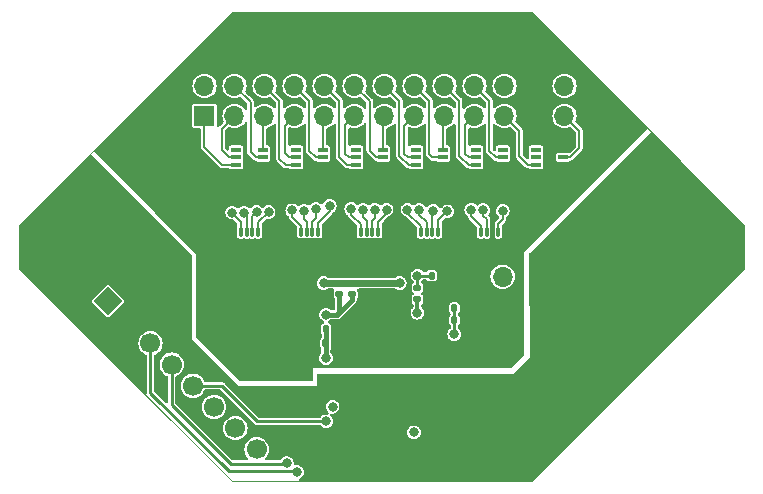
<source format=gbr>
%TF.GenerationSoftware,KiCad,Pcbnew,(7.0.0)*%
%TF.CreationDate,2023-03-06T19:10:06-05:00*%
%TF.ProjectId,cyton daisy,6379746f-6e20-4646-9169-73792e6b6963,rev?*%
%TF.SameCoordinates,Original*%
%TF.FileFunction,Copper,L4,Bot*%
%TF.FilePolarity,Positive*%
%FSLAX46Y46*%
G04 Gerber Fmt 4.6, Leading zero omitted, Abs format (unit mm)*
G04 Created by KiCad (PCBNEW (7.0.0)) date 2023-03-06 19:10:06*
%MOMM*%
%LPD*%
G01*
G04 APERTURE LIST*
G04 Aperture macros list*
%AMRoundRect*
0 Rectangle with rounded corners*
0 $1 Rounding radius*
0 $2 $3 $4 $5 $6 $7 $8 $9 X,Y pos of 4 corners*
0 Add a 4 corners polygon primitive as box body*
4,1,4,$2,$3,$4,$5,$6,$7,$8,$9,$2,$3,0*
0 Add four circle primitives for the rounded corners*
1,1,$1+$1,$2,$3*
1,1,$1+$1,$4,$5*
1,1,$1+$1,$6,$7*
1,1,$1+$1,$8,$9*
0 Add four rect primitives between the rounded corners*
20,1,$1+$1,$2,$3,$4,$5,0*
20,1,$1+$1,$4,$5,$6,$7,0*
20,1,$1+$1,$6,$7,$8,$9,0*
20,1,$1+$1,$8,$9,$2,$3,0*%
%AMHorizOval*
0 Thick line with rounded ends*
0 $1 width*
0 $2 $3 position (X,Y) of the first rounded end (center of the circle)*
0 $4 $5 position (X,Y) of the second rounded end (center of the circle)*
0 Add line between two ends*
20,1,$1,$2,$3,$4,$5,0*
0 Add two circle primitives to create the rounded ends*
1,1,$1,$2,$3*
1,1,$1,$4,$5*%
%AMRotRect*
0 Rectangle, with rotation*
0 The origin of the aperture is its center*
0 $1 length*
0 $2 width*
0 $3 Rotation angle, in degrees counterclockwise*
0 Add horizontal line*
21,1,$1,$2,0,0,$3*%
G04 Aperture macros list end*
%TA.AperFunction,SMDPad,CuDef*%
%ADD10RoundRect,0.140000X0.170000X-0.140000X0.170000X0.140000X-0.170000X0.140000X-0.170000X-0.140000X0*%
%TD*%
%TA.AperFunction,ComponentPad*%
%ADD11R,1.700000X1.700000*%
%TD*%
%TA.AperFunction,ComponentPad*%
%ADD12O,1.700000X1.700000*%
%TD*%
%TA.AperFunction,ComponentPad*%
%ADD13RotRect,1.700000X1.700000X45.000000*%
%TD*%
%TA.AperFunction,ComponentPad*%
%ADD14HorizOval,1.700000X0.000000X0.000000X0.000000X0.000000X0*%
%TD*%
%TA.AperFunction,SMDPad,CuDef*%
%ADD15RoundRect,0.140000X0.140000X0.170000X-0.140000X0.170000X-0.140000X-0.170000X0.140000X-0.170000X0*%
%TD*%
%TA.AperFunction,SMDPad,CuDef*%
%ADD16RoundRect,0.140000X-0.170000X0.140000X-0.170000X-0.140000X0.170000X-0.140000X0.170000X0.140000X0*%
%TD*%
%TA.AperFunction,SMDPad,CuDef*%
%ADD17RoundRect,0.010500X0.094500X-0.374500X0.094500X0.374500X-0.094500X0.374500X-0.094500X-0.374500X0*%
%TD*%
%TA.AperFunction,SMDPad,CuDef*%
%ADD18RoundRect,0.010500X-0.094500X0.374500X-0.094500X-0.374500X0.094500X-0.374500X0.094500X0.374500X0*%
%TD*%
%TA.AperFunction,SMDPad,CuDef*%
%ADD19R,0.850900X0.355600*%
%TD*%
%TA.AperFunction,SMDPad,CuDef*%
%ADD20RoundRect,0.135000X-0.135000X-0.185000X0.135000X-0.185000X0.135000X0.185000X-0.135000X0.185000X0*%
%TD*%
%TA.AperFunction,SMDPad,CuDef*%
%ADD21RoundRect,0.140000X-0.140000X-0.170000X0.140000X-0.170000X0.140000X0.170000X-0.140000X0.170000X0*%
%TD*%
%TA.AperFunction,ViaPad*%
%ADD22C,0.800000*%
%TD*%
%TA.AperFunction,Conductor*%
%ADD23C,0.250000*%
%TD*%
%TA.AperFunction,Conductor*%
%ADD24C,0.304800*%
%TD*%
%TA.AperFunction,Conductor*%
%ADD25C,0.203200*%
%TD*%
%TA.AperFunction,Conductor*%
%ADD26C,0.406400*%
%TD*%
%TA.AperFunction,Conductor*%
%ADD27C,0.558800*%
%TD*%
%TA.AperFunction,Profile*%
%ADD28C,0.101600*%
%TD*%
G04 APERTURE END LIST*
D10*
%TO.P,C27,1*%
%TO.N,VSSA*%
X142697200Y-100505200D03*
%TO.P,C27,2*%
%TO.N,Net-(U1-WCT)*%
X142697200Y-99545200D03*
%TD*%
D11*
%TO.P,J1,1,Pin_1*%
%TO.N,VSSA*%
X124663199Y-84988399D03*
D12*
%TO.P,J1,2,Pin_2*%
X124663199Y-82448399D03*
%TO.P,J1,3,Pin_3*%
%TO.N,/SRB1*%
X127203199Y-84988399D03*
%TO.P,J1,4,Pin_4*%
%TO.N,/SRB2*%
X127203199Y-82448399D03*
%TO.P,J1,5,Pin_5*%
%TO.N,/1P*%
X129743199Y-84988399D03*
%TO.P,J1,6,Pin_6*%
%TO.N,/1N*%
X129743199Y-82448399D03*
%TO.P,J1,7,Pin_7*%
%TO.N,/2P*%
X132283199Y-84988399D03*
%TO.P,J1,8,Pin_8*%
%TO.N,/2N*%
X132283199Y-82448399D03*
%TO.P,J1,9,Pin_9*%
%TO.N,/3P*%
X134823199Y-84988399D03*
%TO.P,J1,10,Pin_10*%
%TO.N,/3N*%
X134823199Y-82448399D03*
%TO.P,J1,11,Pin_11*%
%TO.N,/4P*%
X137363199Y-84988399D03*
%TO.P,J1,12,Pin_12*%
%TO.N,/4N*%
X137363199Y-82448399D03*
%TO.P,J1,13,Pin_13*%
%TO.N,/5P*%
X139903199Y-84988399D03*
%TO.P,J1,14,Pin_14*%
%TO.N,/5N*%
X139903199Y-82448399D03*
%TO.P,J1,15,Pin_15*%
%TO.N,/6P*%
X142443199Y-84988399D03*
%TO.P,J1,16,Pin_16*%
%TO.N,/6N*%
X142443199Y-82448399D03*
%TO.P,J1,17,Pin_17*%
%TO.N,/7P*%
X144983199Y-84988399D03*
%TO.P,J1,18,Pin_18*%
%TO.N,/7N*%
X144983199Y-82448399D03*
%TO.P,J1,19,Pin_19*%
%TO.N,/8P*%
X147523199Y-84988399D03*
%TO.P,J1,20,Pin_20*%
%TO.N,/8N*%
X147523199Y-82448399D03*
%TO.P,J1,21,Pin_21*%
%TO.N,/BIAS*%
X150063199Y-84988399D03*
%TO.P,J1,22,Pin_22*%
X150063199Y-82448399D03*
%TO.P,J1,23,Pin_23*%
%TO.N,GNDA*%
X152603199Y-84988399D03*
%TO.P,J1,24,Pin_24*%
X152603199Y-82448399D03*
%TO.P,J1,25,Pin_25*%
%TO.N,VDDA*%
X155143199Y-84988399D03*
%TO.P,J1,26,Pin_26*%
X155143199Y-82448399D03*
%TD*%
D11*
%TO.P,J4,1,Pin_1*%
%TO.N,GNDA*%
X149910799Y-101142799D03*
D12*
%TO.P,J4,2,Pin_2*%
%TO.N,/BIAS_INV*%
X149910799Y-98602799D03*
%TD*%
D13*
%TO.P,J2,1,Pin_1*%
%TO.N,VDD*%
X116499999Y-100649999D03*
D14*
%TO.P,J2,2,Pin_2*%
%TO.N,GNDA*%
X118296050Y-102446050D03*
%TO.P,J2,3,Pin_3*%
%TO.N,/MISO*%
X120092101Y-104242101D03*
%TO.P,J2,4,Pin_4*%
%TO.N,/SCLK*%
X121888153Y-106038153D03*
%TO.P,J2,5,Pin_5*%
%TO.N,/RESET*%
X123684204Y-107834204D03*
%TO.P,J2,6,Pin_6*%
%TO.N,/CLK*%
X125480255Y-109630255D03*
%TO.P,J2,7,Pin_7*%
%TO.N,/MOSI*%
X127276306Y-111426306D03*
%TO.P,J2,8,Pin_8*%
%TO.N,/CS2*%
X129072358Y-113222358D03*
%TD*%
D15*
%TO.P,C26,1*%
%TO.N,VDDA*%
X145818800Y-102260400D03*
%TO.P,C26,2*%
%TO.N,GNDA*%
X144858800Y-102260400D03*
%TD*%
D16*
%TO.P,C25,1*%
%TO.N,VDDA*%
X136093200Y-99136200D03*
%TO.P,C25,2*%
%TO.N,VSSA*%
X136093200Y-100096200D03*
%TD*%
D17*
%TO.P,C5,1*%
%TO.N,GNDA*%
X149543200Y-96405600D03*
%TO.P,C5,2*%
X149043200Y-96405600D03*
%TO.P,C5,3*%
X148543200Y-96405600D03*
%TO.P,C5,4*%
X148043200Y-96405600D03*
D18*
%TO.P,C5,5*%
%TO.N,/Daisy Functionality/IN8P*%
X148043200Y-94805600D03*
%TO.P,C5,6*%
%TO.N,/Daisy Functionality/IN8N*%
X148543200Y-94805600D03*
%TO.P,C5,7*%
%TO.N,GNDA*%
X149043200Y-94805600D03*
%TO.P,C5,8*%
%TO.N,/Daisy Functionality/BIAS_DRV*%
X149543200Y-94805600D03*
%TD*%
D17*
%TO.P,C4,1*%
%TO.N,GNDA*%
X144463200Y-96405600D03*
%TO.P,C4,2*%
X143963200Y-96405600D03*
%TO.P,C4,3*%
X143463200Y-96405600D03*
%TO.P,C4,4*%
X142963200Y-96405600D03*
D18*
%TO.P,C4,5*%
%TO.N,/Daisy Functionality/IN6P*%
X142963200Y-94805600D03*
%TO.P,C4,6*%
%TO.N,/Daisy Functionality/IN6N*%
X143463200Y-94805600D03*
%TO.P,C4,7*%
%TO.N,/Daisy Functionality/IN7P*%
X143963200Y-94805600D03*
%TO.P,C4,8*%
%TO.N,/Daisy Functionality/IN7N*%
X144463200Y-94805600D03*
%TD*%
D16*
%TO.P,C20,1*%
%TO.N,VDDA*%
X138252200Y-99136200D03*
%TO.P,C20,2*%
%TO.N,GNDA*%
X138252200Y-100096200D03*
%TD*%
D19*
%TO.P,D4,1,IO1*%
%TO.N,/7P*%
X144849849Y-87843600D03*
%TO.P,D4,2,IO2*%
%TO.N,/6N*%
X144849849Y-88493599D03*
%TO.P,D4,3,GND*%
%TO.N,GNDA*%
X144849849Y-89143598D03*
%TO.P,D4,4,IO3*%
%TO.N,/5N*%
X142576549Y-89143598D03*
%TO.P,D4,5,IO4*%
%TO.N,/6P*%
X142576549Y-88493599D03*
%TO.P,D4,6,NC*%
%TO.N,unconnected-(D4-NC-Pad6)*%
X142576549Y-87843600D03*
%TD*%
D20*
%TO.P,R13,1*%
%TO.N,Net-(U1-WCT)*%
X143889000Y-98501200D03*
%TO.P,R13,2*%
%TO.N,GNDA*%
X144909000Y-98501200D03*
%TD*%
D19*
%TO.P,D6,1,IO1*%
%TO.N,GNDA*%
X155009849Y-87843600D03*
%TO.P,D6,2,IO2*%
%TO.N,VDDA*%
X155009849Y-88493599D03*
%TO.P,D6,3,GND*%
%TO.N,GNDA*%
X155009849Y-89143598D03*
%TO.P,D6,4,IO3*%
%TO.N,/BIAS*%
X152736549Y-89143598D03*
%TO.P,D6,5,IO4*%
%TO.N,unconnected-(D6-IO4-Pad5)*%
X152736549Y-88493599D03*
%TO.P,D6,6,NC*%
%TO.N,unconnected-(D6-NC-Pad6)*%
X152736549Y-87843600D03*
%TD*%
D17*
%TO.P,C1,1*%
%TO.N,GNDA*%
X129223200Y-96405600D03*
%TO.P,C1,2*%
X128723200Y-96405600D03*
%TO.P,C1,3*%
X128223200Y-96405600D03*
%TO.P,C1,4*%
X127723200Y-96405600D03*
D18*
%TO.P,C1,5*%
%TO.N,/Daisy Functionality/_SRB1*%
X127723200Y-94805600D03*
%TO.P,C1,6*%
%TO.N,/Daisy Functionality/_SRB2*%
X128223200Y-94805600D03*
%TO.P,C1,7*%
%TO.N,/Daisy Functionality/IN1P*%
X128723200Y-94805600D03*
%TO.P,C1,8*%
%TO.N,/Daisy Functionality/IN1N*%
X129223200Y-94805600D03*
%TD*%
D21*
%TO.P,C9,1*%
%TO.N,VSSA*%
X134902000Y-104244200D03*
%TO.P,C9,2*%
%TO.N,GNDA*%
X135862000Y-104244200D03*
%TD*%
D19*
%TO.P,D3,1,IO1*%
%TO.N,/5P*%
X139769849Y-87843600D03*
%TO.P,D3,2,IO2*%
%TO.N,/4N*%
X139769849Y-88493599D03*
%TO.P,D3,3,GND*%
%TO.N,GNDA*%
X139769849Y-89143598D03*
%TO.P,D3,4,IO3*%
%TO.N,/3N*%
X137496549Y-89143598D03*
%TO.P,D3,5,IO4*%
%TO.N,/4P*%
X137496549Y-88493599D03*
%TO.P,D3,6,NC*%
%TO.N,unconnected-(D3-NC-Pad6)*%
X137496549Y-87843600D03*
%TD*%
D16*
%TO.P,C23,1*%
%TO.N,VDDA*%
X137160000Y-99136200D03*
%TO.P,C23,2*%
%TO.N,VSSA*%
X137160000Y-100096200D03*
%TD*%
D17*
%TO.P,C3,1*%
%TO.N,GNDA*%
X139383200Y-96391300D03*
%TO.P,C3,2*%
X138883200Y-96391300D03*
%TO.P,C3,3*%
X138383200Y-96391300D03*
%TO.P,C3,4*%
X137883200Y-96391300D03*
D18*
%TO.P,C3,5*%
%TO.N,/Daisy Functionality/IN4P*%
X137883200Y-94791300D03*
%TO.P,C3,6*%
%TO.N,/Daisy Functionality/IN4N*%
X138383200Y-94791300D03*
%TO.P,C3,7*%
%TO.N,/Daisy Functionality/IN5P*%
X138883200Y-94791300D03*
%TO.P,C3,8*%
%TO.N,/Daisy Functionality/IN5N*%
X139383200Y-94791300D03*
%TD*%
D15*
%TO.P,C24,1*%
%TO.N,VDDA*%
X145818800Y-101244400D03*
%TO.P,C24,2*%
%TO.N,GNDA*%
X144858800Y-101244400D03*
%TD*%
D19*
%TO.P,D1,1,IO1*%
%TO.N,/1P*%
X129609849Y-87843600D03*
%TO.P,D1,2,IO2*%
%TO.N,/SRB2*%
X129609849Y-88493599D03*
%TO.P,D1,3,GND*%
%TO.N,GNDA*%
X129609849Y-89143598D03*
%TO.P,D1,4,IO3*%
%TO.N,VSSA*%
X127336549Y-89143598D03*
%TO.P,D1,5,IO4*%
%TO.N,/SRB1*%
X127336549Y-88493599D03*
%TO.P,D1,6,NC*%
%TO.N,unconnected-(D1-NC-Pad6)*%
X127336549Y-87843600D03*
%TD*%
D17*
%TO.P,C2,1*%
%TO.N,GNDA*%
X134303200Y-96380200D03*
%TO.P,C2,2*%
X133803200Y-96380200D03*
%TO.P,C2,3*%
X133303200Y-96380200D03*
%TO.P,C2,4*%
X132803200Y-96380200D03*
D18*
%TO.P,C2,5*%
%TO.N,/Daisy Functionality/IN2P*%
X132803200Y-94780200D03*
%TO.P,C2,6*%
%TO.N,/Daisy Functionality/IN2N*%
X133303200Y-94780200D03*
%TO.P,C2,7*%
%TO.N,/Daisy Functionality/IN3P*%
X133803200Y-94780200D03*
%TO.P,C2,8*%
%TO.N,/Daisy Functionality/IN3N*%
X134303200Y-94780200D03*
%TD*%
D16*
%TO.P,C22,1*%
%TO.N,VDDA*%
X139344400Y-99136200D03*
%TO.P,C22,2*%
%TO.N,GNDA*%
X139344400Y-100096200D03*
%TD*%
D19*
%TO.P,D2,1,IO1*%
%TO.N,/3P*%
X134689849Y-87843600D03*
%TO.P,D2,2,IO2*%
%TO.N,/2N*%
X134689849Y-88493599D03*
%TO.P,D2,3,GND*%
%TO.N,GNDA*%
X134689849Y-89143598D03*
%TO.P,D2,4,IO3*%
%TO.N,/1N*%
X132416549Y-89143598D03*
%TO.P,D2,5,IO4*%
%TO.N,/2P*%
X132416549Y-88493599D03*
%TO.P,D2,6,NC*%
%TO.N,unconnected-(D2-NC-Pad6)*%
X132416549Y-87843600D03*
%TD*%
D21*
%TO.P,C7,1*%
%TO.N,VSSA*%
X134952800Y-103047800D03*
%TO.P,C7,2*%
%TO.N,GNDA*%
X135912800Y-103047800D03*
%TD*%
D19*
%TO.P,D5,1,IO1*%
%TO.N,unconnected-(D5-IO1-Pad1)*%
X149929849Y-87843600D03*
%TO.P,D5,2,IO2*%
%TO.N,/8N*%
X149929849Y-88493599D03*
%TO.P,D5,3,GND*%
%TO.N,GNDA*%
X149929849Y-89143598D03*
%TO.P,D5,4,IO3*%
%TO.N,/7N*%
X147656549Y-89143598D03*
%TO.P,D5,5,IO4*%
%TO.N,/8P*%
X147656549Y-88493599D03*
%TO.P,D5,6,NC*%
%TO.N,unconnected-(D5-NC-Pad6)*%
X147656549Y-87843600D03*
%TD*%
D22*
%TO.N,GNDA*%
X134061200Y-108940600D03*
%TO.N,/Daisy Functionality/_SRB1*%
X127003697Y-93167200D03*
%TO.N,/Daisy Functionality/_SRB2*%
X128003200Y-93167200D03*
%TO.N,/Daisy Functionality/IN1P*%
X129070100Y-93103700D03*
%TO.N,/Daisy Functionality/IN1N*%
X130086327Y-93130684D03*
%TO.N,/Daisy Functionality/IN2P*%
X132096905Y-92986254D03*
%TO.N,/Daisy Functionality/IN2N*%
X133096000Y-93014800D03*
%TO.N,/Daisy Functionality/IN3P*%
X134094731Y-92842500D03*
%TO.N,/Daisy Functionality/IN3N*%
X135275931Y-92594901D03*
%TO.N,/Daisy Functionality/IN4P*%
X137083800Y-92862400D03*
%TO.N,/Daisy Functionality/IN4N*%
X138081846Y-92916348D03*
%TO.N,/Daisy Functionality/IN5P*%
X139081343Y-92913148D03*
%TO.N,/Daisy Functionality/IN5N*%
X140080845Y-92913206D03*
%TO.N,/Daisy Functionality/IN6P*%
X141851353Y-92913928D03*
%TO.N,/Daisy Functionality/IN6N*%
X142849600Y-92964000D03*
%TO.N,/Daisy Functionality/IN7P*%
X144030600Y-93015374D03*
%TO.N,/Daisy Functionality/IN7N*%
X145237200Y-93065600D03*
%TO.N,/Daisy Functionality/IN8P*%
X147243800Y-92913200D03*
%TO.N,/Daisy Functionality/IN8N*%
X148259800Y-92964000D03*
%TO.N,/Daisy Functionality/BIAS_DRV*%
X149923200Y-93027800D03*
%TO.N,VSSA*%
X134950200Y-101803200D03*
X134950200Y-105486200D03*
X142697200Y-101650800D03*
%TO.N,VDD*%
X135509000Y-109601000D03*
X142392400Y-111785400D03*
%TO.N,VDDA*%
X141198600Y-99136200D03*
X134747000Y-99136200D03*
X145810700Y-103461822D03*
%TO.N,Net-(U1-WCT)*%
X142697200Y-98501200D03*
%TO.N,/SCLK*%
X131622800Y-114385100D03*
%TO.N,/RESET*%
X134975600Y-110845600D03*
%TO.N,/MISO*%
X132486400Y-115138200D03*
%TD*%
D23*
%TO.N,Net-(U1-WCT)*%
X142697200Y-99545200D02*
X142697200Y-98501200D01*
D24*
%TO.N,VSSA*%
X142697200Y-101650800D02*
X142697200Y-100505200D01*
D23*
%TO.N,VDDA*%
X145818800Y-102260400D02*
X145818800Y-103453722D01*
X145818800Y-103453722D02*
X145810700Y-103461822D01*
D25*
%TO.N,GNDA*%
X137883200Y-96391300D02*
X137883200Y-97548000D01*
X139383200Y-96391300D02*
X140155500Y-96391300D01*
X139383200Y-96391300D02*
X139383200Y-97522600D01*
X148043200Y-96405600D02*
X148043200Y-97524000D01*
X149543200Y-96405600D02*
X150329800Y-96405600D01*
X149043200Y-96405600D02*
X149043200Y-97540000D01*
X128723200Y-96405600D02*
X128723200Y-97557400D01*
X134303200Y-96380200D02*
X135216800Y-96380200D01*
X149043200Y-97540000D02*
X148793200Y-97790000D01*
X128223200Y-96405600D02*
X128223200Y-97489200D01*
X127723200Y-96405600D02*
X126784000Y-96405600D01*
X138383200Y-96391300D02*
X138383200Y-97514600D01*
X142963200Y-96405600D02*
X142963200Y-97524000D01*
X137883200Y-96391300D02*
X137060100Y-96391300D01*
X148043200Y-96405600D02*
X147281800Y-96405600D01*
X133303200Y-96380200D02*
X133303200Y-97590800D01*
X132803200Y-96380200D02*
X132803200Y-97598800D01*
X143963200Y-96405600D02*
X143963200Y-97413000D01*
X149543200Y-96405600D02*
X149543200Y-97370200D01*
X129223200Y-96405600D02*
X130162200Y-96405600D01*
X144463200Y-96405600D02*
X144463200Y-97549400D01*
X132803200Y-96380200D02*
X131889400Y-96380200D01*
X133803200Y-96380200D02*
X133803200Y-97582800D01*
X148793200Y-97790000D02*
X148543200Y-97540000D01*
X127723200Y-96405600D02*
X127723200Y-97497200D01*
X129223200Y-96405600D02*
X129223200Y-97498600D01*
X134303200Y-96380200D02*
X134303200Y-97549400D01*
X142963200Y-96405600D02*
X142100200Y-96405600D01*
X148543200Y-97540000D02*
X148543200Y-96405600D01*
X143463200Y-96405600D02*
X143463200Y-97481200D01*
X149043200Y-94805600D02*
X149043200Y-96405600D01*
X144463200Y-96405600D02*
X145376800Y-96405600D01*
X138883200Y-96391300D02*
X138883200Y-97540000D01*
%TO.N,/Daisy Functionality/_SRB1*%
X127723200Y-93966600D02*
X127723200Y-94805600D01*
X127003697Y-93167200D02*
X127003697Y-93247097D01*
X127003697Y-93247097D02*
X127723200Y-93966600D01*
%TO.N,/Daisy Functionality/_SRB2*%
X128223200Y-94805600D02*
X128223200Y-93387200D01*
X128223200Y-93387200D02*
X128003200Y-93167200D01*
%TO.N,/Daisy Functionality/IN1P*%
X129070100Y-93103700D02*
X128723200Y-93450600D01*
X128723200Y-93450600D02*
X128723200Y-94805600D01*
%TO.N,/Daisy Functionality/IN1N*%
X129223200Y-94805600D02*
X129223200Y-93993811D01*
X129223200Y-93993811D02*
X130086327Y-93130684D01*
%TO.N,/Daisy Functionality/IN2P*%
X132096905Y-93565105D02*
X132096905Y-92986254D01*
X132803200Y-94780200D02*
X132803200Y-94271400D01*
X132803200Y-94271400D02*
X132096905Y-93565105D01*
%TO.N,/Daisy Functionality/IN2N*%
X133303200Y-93958600D02*
X133303200Y-94780200D01*
X133096000Y-93014800D02*
X133096000Y-93751400D01*
X133096000Y-93751400D02*
X133303200Y-93958600D01*
%TO.N,/Daisy Functionality/IN3P*%
X133803200Y-93958600D02*
X134094731Y-93667069D01*
X134094731Y-93667069D02*
X134094731Y-92842500D01*
X133803200Y-94780200D02*
X133803200Y-93958600D01*
%TO.N,/Daisy Functionality/IN3N*%
X135275931Y-93070069D02*
X135275931Y-92594901D01*
X134303200Y-94780200D02*
X134303200Y-94042800D01*
X134303200Y-94042800D02*
X135275931Y-93070069D01*
%TO.N,/Daisy Functionality/IN4P*%
X137883200Y-94144400D02*
X137083800Y-93345000D01*
X137083800Y-93345000D02*
X137083800Y-92862400D01*
X137883200Y-94791300D02*
X137883200Y-94144400D01*
%TO.N,/Daisy Functionality/IN4N*%
X138081846Y-93581046D02*
X138081846Y-92916348D01*
X138383200Y-93882400D02*
X138081846Y-93581046D01*
X138383200Y-94791300D02*
X138383200Y-93882400D01*
%TO.N,/Daisy Functionality/IN5P*%
X138883200Y-94791300D02*
X138883200Y-93857000D01*
X139081343Y-93658857D02*
X139081343Y-92913148D01*
X138883200Y-93857000D02*
X139081343Y-93658857D01*
%TO.N,/Daisy Functionality/IN5N*%
X139383200Y-94791300D02*
X139383200Y-93941200D01*
X140080845Y-93243555D02*
X140080845Y-92913206D01*
X139383200Y-93941200D02*
X140080845Y-93243555D01*
%TO.N,/Daisy Functionality/IN6P*%
X142963200Y-94347600D02*
X141851353Y-93235753D01*
X141851353Y-93235753D02*
X141851353Y-92913928D01*
X142963200Y-94805600D02*
X142963200Y-94347600D01*
%TO.N,/Daisy Functionality/IN6N*%
X142849600Y-93379224D02*
X142849600Y-92964000D01*
X143463200Y-93992824D02*
X142849600Y-93379224D01*
X143463200Y-94805600D02*
X143463200Y-93992824D01*
%TO.N,/Daisy Functionality/IN7P*%
X143963200Y-93082774D02*
X144030600Y-93015374D01*
X143963200Y-94805600D02*
X143963200Y-93082774D01*
%TO.N,/Daisy Functionality/IN7N*%
X144463200Y-94805600D02*
X144463200Y-93839600D01*
X144463200Y-93839600D02*
X145237200Y-93065600D01*
%TO.N,/Daisy Functionality/IN8P*%
X147243800Y-93497400D02*
X147243800Y-92913200D01*
X148043200Y-94296800D02*
X147243800Y-93497400D01*
X148043200Y-94805600D02*
X148043200Y-94296800D01*
%TO.N,/Daisy Functionality/IN8N*%
X148543200Y-94805600D02*
X148543200Y-93704600D01*
X148259800Y-93421200D02*
X148259800Y-92964000D01*
X148543200Y-93704600D02*
X148259800Y-93421200D01*
%TO.N,/Daisy Functionality/BIAS_DRV*%
X149923200Y-93027800D02*
X149923200Y-93739000D01*
X149543200Y-94119000D02*
X149543200Y-94805600D01*
X149923200Y-93739000D02*
X149543200Y-94119000D01*
D26*
%TO.N,VSSA*%
X134950200Y-105486200D02*
X134950200Y-104742400D01*
X135915400Y-101803200D02*
X137160000Y-100558600D01*
X136093200Y-100096200D02*
X136093200Y-101625400D01*
X137160000Y-100558600D02*
X137160000Y-100096200D01*
X134952800Y-104739800D02*
X134952800Y-103047800D01*
D23*
X134950200Y-104742400D02*
X134952800Y-104739800D01*
D25*
X126176799Y-89143599D02*
X127336550Y-89143599D01*
D23*
X134952800Y-104193400D02*
X134902000Y-104244200D01*
D25*
X124663200Y-84988400D02*
X124663200Y-87630000D01*
D26*
X134950200Y-101803200D02*
X135915400Y-101803200D01*
X136093200Y-101625400D02*
X135915400Y-101803200D01*
D25*
X124663200Y-87630000D02*
X126176799Y-89143599D01*
D26*
X134952800Y-103047800D02*
X134952800Y-104193400D01*
D27*
%TO.N,VDDA*%
X136093200Y-99136200D02*
X134747000Y-99136200D01*
X137160000Y-99136200D02*
X136093200Y-99136200D01*
D25*
X155143200Y-84988400D02*
X156413200Y-86258400D01*
X155613101Y-88493600D02*
X155009850Y-88493600D01*
D27*
X139344400Y-99136200D02*
X138252200Y-99136200D01*
D25*
X156413200Y-86258400D02*
X156413200Y-87693501D01*
D27*
X138252200Y-99136200D02*
X137160000Y-99136200D01*
D23*
X145818800Y-101244400D02*
X145818800Y-102260400D01*
D25*
X156413200Y-87693501D02*
X155613101Y-88493600D01*
D27*
X139344400Y-99136200D02*
X141198600Y-99136200D01*
D23*
%TO.N,Net-(U1-WCT)*%
X142697200Y-98501200D02*
X143889000Y-98501200D01*
D25*
%TO.N,/1P*%
X129609850Y-85121750D02*
X129743200Y-84988400D01*
X129609850Y-87843601D02*
X129609850Y-85121750D01*
%TO.N,/SRB2*%
X129006599Y-88493600D02*
X129609850Y-88493600D01*
X128568200Y-88055201D02*
X129006599Y-88493600D01*
X128568200Y-83813400D02*
X128568200Y-88055201D01*
X127203200Y-82448400D02*
X128568200Y-83813400D01*
%TO.N,/3P*%
X134689850Y-85121750D02*
X134823200Y-84988400D01*
X134689850Y-87843601D02*
X134689850Y-85121750D01*
%TO.N,/2N*%
X133553200Y-87982400D02*
X133553200Y-83718400D01*
X134064400Y-88493600D02*
X133553200Y-87982400D01*
X133553200Y-83718400D02*
X132283200Y-82448400D01*
X134689850Y-88493600D02*
X134064400Y-88493600D01*
%TO.N,/1N*%
X131013200Y-83743800D02*
X129743200Y-82473800D01*
X132416550Y-89143599D02*
X131536199Y-89143599D01*
X131536199Y-89143599D02*
X131013200Y-88620600D01*
X131013200Y-88620600D02*
X131013200Y-83743800D01*
X129743200Y-82473800D02*
X129743200Y-82448400D01*
%TO.N,/2P*%
X132416550Y-88493600D02*
X131860099Y-88493600D01*
X131470400Y-85801200D02*
X132283200Y-84988400D01*
X131470400Y-88103901D02*
X131470400Y-85801200D01*
X131860099Y-88493600D02*
X131470400Y-88103901D01*
%TO.N,/5P*%
X139769850Y-85121750D02*
X139903200Y-84988400D01*
X139769850Y-87843601D02*
X139769850Y-85121750D01*
%TO.N,/4N*%
X138658600Y-83743800D02*
X137363200Y-82448400D01*
X139216599Y-88493600D02*
X138658600Y-87935601D01*
X139769850Y-88493600D02*
X139216599Y-88493600D01*
X138658600Y-87935601D02*
X138658600Y-83743800D01*
%TO.N,/3N*%
X136093200Y-83718400D02*
X136093200Y-88468200D01*
X136093200Y-88468200D02*
X136768599Y-89143599D01*
X136768599Y-89143599D02*
X137496550Y-89143599D01*
X134823200Y-82448400D02*
X136093200Y-83718400D01*
%TO.N,/4P*%
X136575800Y-88198300D02*
X136575800Y-85775800D01*
X136575800Y-85775800D02*
X137363200Y-84988400D01*
X136871100Y-88493600D02*
X136575800Y-88198300D01*
X137496550Y-88493600D02*
X136871100Y-88493600D01*
%TO.N,/7P*%
X144849850Y-85121750D02*
X144983200Y-84988400D01*
X144849850Y-87843601D02*
X144849850Y-85121750D01*
%TO.N,/6N*%
X143713200Y-83718400D02*
X143713200Y-88239600D01*
X143713200Y-88239600D02*
X143967200Y-88493600D01*
X142443200Y-82448400D02*
X143713200Y-83718400D01*
X143967200Y-88493600D02*
X144849850Y-88493600D01*
%TO.N,/5N*%
X142576550Y-89143599D02*
X141951100Y-89143599D01*
X141173200Y-88365699D02*
X141173200Y-83718400D01*
X141951100Y-89143599D02*
X141173200Y-88365699D01*
X141173200Y-83718400D02*
X139903200Y-82448400D01*
%TO.N,/6P*%
X141583493Y-88210306D02*
X141583493Y-85848107D01*
X141866787Y-88493600D02*
X141583493Y-88210306D01*
X141583493Y-85848107D02*
X142443200Y-84988400D01*
X142576550Y-88493600D02*
X141866787Y-88493600D01*
%TO.N,/8N*%
X148793200Y-83718400D02*
X147523200Y-82448400D01*
X149304400Y-88493600D02*
X148793200Y-87982400D01*
X148793200Y-87982400D02*
X148793200Y-83718400D01*
X149929850Y-88493600D02*
X149304400Y-88493600D01*
%TO.N,/7N*%
X144983200Y-82448400D02*
X146227800Y-83693000D01*
X146227800Y-88340299D02*
X147031100Y-89143599D01*
X146227800Y-83693000D02*
X146227800Y-88340299D01*
X147031100Y-89143599D02*
X147656550Y-89143599D01*
%TO.N,/8P*%
X147031100Y-88493600D02*
X146735800Y-88198300D01*
X146735800Y-85775800D02*
X147523200Y-84988400D01*
X147656550Y-88493600D02*
X147031100Y-88493600D01*
X146735800Y-88198300D02*
X146735800Y-85775800D01*
%TO.N,/BIAS*%
X152061100Y-89143599D02*
X152736550Y-89143599D01*
X151333200Y-86258400D02*
X151333200Y-88415699D01*
X151333200Y-88415699D02*
X152061100Y-89143599D01*
X150063200Y-84988400D02*
X151333200Y-86258400D01*
D23*
%TO.N,/SCLK*%
X126898400Y-114452400D02*
X121888154Y-109442154D01*
X121888154Y-109442154D02*
X121888154Y-106038154D01*
X131555500Y-114452400D02*
X126898400Y-114452400D01*
X131622800Y-114385100D02*
X131555500Y-114452400D01*
%TO.N,/RESET*%
X129133600Y-110845600D02*
X126122205Y-107834205D01*
X134975600Y-110845600D02*
X129133600Y-110845600D01*
X126122205Y-107834205D02*
X123684205Y-107834205D01*
%TO.N,/MISO*%
X126746000Y-115087400D02*
X120092102Y-108433502D01*
X132435600Y-115087400D02*
X126746000Y-115087400D01*
X132486400Y-115138200D02*
X132435600Y-115087400D01*
X120092102Y-108433502D02*
X120092102Y-104242102D01*
D25*
%TO.N,/SRB1*%
X126136400Y-86055200D02*
X127203200Y-84988400D01*
X127336550Y-88493600D02*
X126733299Y-88493600D01*
X126733299Y-88493600D02*
X126136400Y-87896701D01*
X126136400Y-87896701D02*
X126136400Y-86055200D01*
%TD*%
%TA.AperFunction,Conductor*%
%TO.N,GNDA*%
G36*
X152395820Y-76235491D02*
G01*
X152436697Y-76262805D01*
X162114950Y-85941058D01*
X162147562Y-85997542D01*
X162147562Y-86062764D01*
X162114950Y-86119248D01*
X151722975Y-96511224D01*
X151722972Y-96511227D01*
X151714200Y-96520000D01*
X151714200Y-96532410D01*
X151714200Y-105130842D01*
X151705137Y-105177764D01*
X151679253Y-105217934D01*
X151430484Y-105478012D01*
X150633814Y-106310894D01*
X150592269Y-106339666D01*
X150542761Y-106349800D01*
X133832600Y-106349800D01*
X133832600Y-106366390D01*
X133832600Y-107341400D01*
X133815719Y-107404400D01*
X133769600Y-107450519D01*
X133706600Y-107467400D01*
X127712590Y-107467400D01*
X127664372Y-107457809D01*
X127623495Y-107430495D01*
X123988905Y-103795905D01*
X123961591Y-103755028D01*
X123952000Y-103706810D01*
X123952000Y-99136200D01*
X134163710Y-99136200D01*
X134164788Y-99144388D01*
X134182506Y-99278978D01*
X134182507Y-99278984D01*
X134183585Y-99287167D01*
X134186744Y-99294795D01*
X134186745Y-99294796D01*
X134238695Y-99420215D01*
X134238696Y-99420218D01*
X134241856Y-99427845D01*
X134246883Y-99434396D01*
X134246884Y-99434398D01*
X134270255Y-99464855D01*
X134334552Y-99548648D01*
X134341102Y-99553674D01*
X134447698Y-99635469D01*
X134455355Y-99641344D01*
X134596033Y-99699615D01*
X134747000Y-99719490D01*
X134897967Y-99699615D01*
X135038645Y-99641344D01*
X135066545Y-99619935D01*
X135102745Y-99600587D01*
X135143246Y-99593900D01*
X135543158Y-99593900D01*
X135603763Y-99609432D01*
X135649425Y-99652200D01*
X135668888Y-99711660D01*
X135657353Y-99773148D01*
X135643445Y-99802973D01*
X135615077Y-99863809D01*
X135615075Y-99863812D01*
X135611003Y-99872547D01*
X135609744Y-99882102D01*
X135609744Y-99882106D01*
X135605438Y-99914816D01*
X135604900Y-99918904D01*
X135604900Y-100273496D01*
X135611003Y-100319853D01*
X135658442Y-100421586D01*
X135666240Y-100429384D01*
X135674795Y-100437939D01*
X135702109Y-100478816D01*
X135711700Y-100527034D01*
X135711700Y-101295700D01*
X135694819Y-101358700D01*
X135648700Y-101404819D01*
X135585700Y-101421700D01*
X135444262Y-101421700D01*
X135396044Y-101412109D01*
X135363134Y-101390118D01*
X135362648Y-101390752D01*
X135248398Y-101303084D01*
X135248396Y-101303083D01*
X135241845Y-101298056D01*
X135234218Y-101294896D01*
X135234215Y-101294895D01*
X135108796Y-101242945D01*
X135108795Y-101242944D01*
X135101167Y-101239785D01*
X135092984Y-101238707D01*
X135092978Y-101238706D01*
X134958388Y-101220988D01*
X134950200Y-101219910D01*
X134942012Y-101220988D01*
X134807421Y-101238706D01*
X134807413Y-101238708D01*
X134799233Y-101239785D01*
X134791606Y-101242944D01*
X134791603Y-101242945D01*
X134666184Y-101294895D01*
X134666178Y-101294898D01*
X134658555Y-101298056D01*
X134652006Y-101303080D01*
X134652001Y-101303084D01*
X134544302Y-101385725D01*
X134544297Y-101385729D01*
X134537752Y-101390752D01*
X134532729Y-101397297D01*
X134532725Y-101397302D01*
X134450084Y-101505001D01*
X134450080Y-101505006D01*
X134445056Y-101511555D01*
X134441898Y-101519178D01*
X134441895Y-101519184D01*
X134408509Y-101599786D01*
X134386785Y-101652233D01*
X134385708Y-101660413D01*
X134385706Y-101660421D01*
X134381884Y-101689457D01*
X134366910Y-101803200D01*
X134367988Y-101811388D01*
X134385706Y-101945978D01*
X134385707Y-101945984D01*
X134386785Y-101954167D01*
X134389944Y-101961795D01*
X134389945Y-101961796D01*
X134441895Y-102087215D01*
X134441896Y-102087218D01*
X134445056Y-102094845D01*
X134450083Y-102101396D01*
X134450084Y-102101398D01*
X134517799Y-102189645D01*
X134537752Y-102215648D01*
X134658555Y-102308344D01*
X134723546Y-102335264D01*
X134770421Y-102369009D01*
X134797315Y-102420125D01*
X134798575Y-102477870D01*
X134773937Y-102530110D01*
X134728578Y-102565868D01*
X134637406Y-102608382D01*
X134637403Y-102608383D01*
X134627414Y-102613042D01*
X134619618Y-102620837D01*
X134619615Y-102620840D01*
X134555840Y-102684615D01*
X134555837Y-102684618D01*
X134548042Y-102692414D01*
X134543383Y-102702403D01*
X134543382Y-102702406D01*
X134504677Y-102785409D01*
X134504675Y-102785412D01*
X134500603Y-102794147D01*
X134499344Y-102803702D01*
X134499344Y-102803706D01*
X134495038Y-102836416D01*
X134494500Y-102840504D01*
X134494500Y-103255096D01*
X134500603Y-103301453D01*
X134504676Y-103310189D01*
X134504677Y-103310190D01*
X134543383Y-103393196D01*
X134543384Y-103393198D01*
X134548042Y-103403186D01*
X134551563Y-103406707D01*
X134565468Y-103434902D01*
X134571300Y-103472792D01*
X134571300Y-103762566D01*
X134561709Y-103810784D01*
X134534395Y-103851661D01*
X134505040Y-103881015D01*
X134505037Y-103881018D01*
X134497242Y-103888814D01*
X134492583Y-103898803D01*
X134492582Y-103898806D01*
X134453877Y-103981809D01*
X134453875Y-103981812D01*
X134449803Y-103990547D01*
X134448544Y-104000102D01*
X134448544Y-104000106D01*
X134445652Y-104022076D01*
X134443700Y-104036904D01*
X134443700Y-104451496D01*
X134449803Y-104497853D01*
X134453876Y-104506589D01*
X134453877Y-104506590D01*
X134453878Y-104506593D01*
X134497242Y-104599586D01*
X134505040Y-104607384D01*
X134531795Y-104634139D01*
X134559109Y-104675016D01*
X134568700Y-104723234D01*
X134568700Y-104992138D01*
X134559109Y-105040356D01*
X134537118Y-105073265D01*
X134537752Y-105073752D01*
X134450084Y-105188001D01*
X134450080Y-105188006D01*
X134445056Y-105194555D01*
X134441898Y-105202178D01*
X134441895Y-105202184D01*
X134389945Y-105327603D01*
X134386785Y-105335233D01*
X134385708Y-105343413D01*
X134385706Y-105343421D01*
X134369820Y-105464097D01*
X134366910Y-105486200D01*
X134367988Y-105494388D01*
X134385706Y-105628978D01*
X134385707Y-105628984D01*
X134386785Y-105637167D01*
X134389944Y-105644795D01*
X134389945Y-105644796D01*
X134441895Y-105770215D01*
X134441896Y-105770218D01*
X134445056Y-105777845D01*
X134537752Y-105898648D01*
X134658555Y-105991344D01*
X134799233Y-106049615D01*
X134950200Y-106069490D01*
X135101167Y-106049615D01*
X135241845Y-105991344D01*
X135362648Y-105898648D01*
X135455344Y-105777845D01*
X135513615Y-105637167D01*
X135533490Y-105486200D01*
X135513615Y-105335233D01*
X135455344Y-105194555D01*
X135443420Y-105179016D01*
X135362648Y-105073752D01*
X135363281Y-105073265D01*
X135341291Y-105040356D01*
X135331700Y-104992138D01*
X135331700Y-104819041D01*
X135332574Y-104808485D01*
X135334300Y-104803461D01*
X135334300Y-104568456D01*
X135346106Y-104515205D01*
X135350121Y-104506593D01*
X135354197Y-104497853D01*
X135360300Y-104451496D01*
X135360300Y-104036904D01*
X135354197Y-103990547D01*
X135346106Y-103973195D01*
X135334300Y-103919944D01*
X135334300Y-103472792D01*
X135335988Y-103461822D01*
X145227410Y-103461822D01*
X145228488Y-103470010D01*
X145246206Y-103604600D01*
X145246207Y-103604606D01*
X145247285Y-103612789D01*
X145250444Y-103620417D01*
X145250445Y-103620418D01*
X145302395Y-103745837D01*
X145302396Y-103745840D01*
X145305556Y-103753467D01*
X145398252Y-103874270D01*
X145519055Y-103966966D01*
X145659733Y-104025237D01*
X145810700Y-104045112D01*
X145961667Y-104025237D01*
X146102345Y-103966966D01*
X146223148Y-103874270D01*
X146315844Y-103753467D01*
X146374115Y-103612789D01*
X146393990Y-103461822D01*
X146374115Y-103310855D01*
X146315844Y-103170177D01*
X146223148Y-103049374D01*
X146171396Y-103009663D01*
X146135094Y-102965429D01*
X146122100Y-102909701D01*
X146122100Y-102769434D01*
X146131691Y-102721216D01*
X146159005Y-102680339D01*
X146159004Y-102680339D01*
X146223558Y-102615786D01*
X146270997Y-102514053D01*
X146277100Y-102467696D01*
X146277100Y-102053104D01*
X146270997Y-102006747D01*
X146223558Y-101905014D01*
X146160039Y-101841495D01*
X146127427Y-101785011D01*
X146127427Y-101719789D01*
X146160039Y-101663305D01*
X146180732Y-101642612D01*
X146223558Y-101599786D01*
X146270997Y-101498053D01*
X146277100Y-101451696D01*
X146277100Y-101037104D01*
X146270997Y-100990747D01*
X146223558Y-100889014D01*
X146144186Y-100809642D01*
X146095008Y-100786710D01*
X146051190Y-100766277D01*
X146051189Y-100766276D01*
X146042453Y-100762203D01*
X146032895Y-100760944D01*
X146032893Y-100760944D01*
X146000183Y-100756638D01*
X146000182Y-100756637D01*
X145996096Y-100756100D01*
X145641504Y-100756100D01*
X145637418Y-100756637D01*
X145637416Y-100756638D01*
X145604706Y-100760944D01*
X145604702Y-100760944D01*
X145595147Y-100762203D01*
X145586412Y-100766275D01*
X145586409Y-100766277D01*
X145503406Y-100804982D01*
X145503403Y-100804983D01*
X145493414Y-100809642D01*
X145485618Y-100817437D01*
X145485615Y-100817440D01*
X145421840Y-100881215D01*
X145421837Y-100881218D01*
X145414042Y-100889014D01*
X145409383Y-100899003D01*
X145409382Y-100899006D01*
X145370677Y-100982009D01*
X145370675Y-100982012D01*
X145366603Y-100990747D01*
X145365344Y-101000302D01*
X145365344Y-101000306D01*
X145361038Y-101033016D01*
X145360500Y-101037104D01*
X145360500Y-101451696D01*
X145366603Y-101498053D01*
X145370676Y-101506789D01*
X145370677Y-101506790D01*
X145376456Y-101519184D01*
X145414042Y-101599786D01*
X145421840Y-101607584D01*
X145477561Y-101663305D01*
X145510173Y-101719789D01*
X145510173Y-101785011D01*
X145477561Y-101841495D01*
X145421840Y-101897215D01*
X145421837Y-101897218D01*
X145414042Y-101905014D01*
X145409383Y-101915003D01*
X145409382Y-101915006D01*
X145370677Y-101998009D01*
X145370675Y-101998012D01*
X145366603Y-102006747D01*
X145365344Y-102016302D01*
X145365344Y-102016306D01*
X145361038Y-102049016D01*
X145360500Y-102053104D01*
X145360500Y-102467696D01*
X145361037Y-102471782D01*
X145361038Y-102471783D01*
X145363184Y-102488087D01*
X145366603Y-102514053D01*
X145370676Y-102522789D01*
X145370677Y-102522790D01*
X145374090Y-102530110D01*
X145414042Y-102615786D01*
X145421840Y-102623584D01*
X145478595Y-102680339D01*
X145505909Y-102721216D01*
X145515500Y-102769434D01*
X145515500Y-102897270D01*
X145502506Y-102952998D01*
X145466204Y-102997232D01*
X145404802Y-103044347D01*
X145404797Y-103044351D01*
X145398252Y-103049374D01*
X145393229Y-103055919D01*
X145393225Y-103055924D01*
X145310584Y-103163623D01*
X145310580Y-103163628D01*
X145305556Y-103170177D01*
X145302398Y-103177800D01*
X145302395Y-103177806D01*
X145255139Y-103291893D01*
X145247285Y-103310855D01*
X145246208Y-103319035D01*
X145246206Y-103319043D01*
X145230954Y-103434902D01*
X145227410Y-103461822D01*
X135335988Y-103461822D01*
X135340132Y-103434902D01*
X135354036Y-103406707D01*
X135357558Y-103403186D01*
X135404997Y-103301453D01*
X135411100Y-103255096D01*
X135411100Y-102840504D01*
X135404997Y-102794147D01*
X135357558Y-102692414D01*
X135278186Y-102613042D01*
X135176453Y-102565603D01*
X135176452Y-102565603D01*
X135177582Y-102563181D01*
X135139043Y-102540592D01*
X135107027Y-102488087D01*
X135103675Y-102426681D01*
X135129787Y-102371003D01*
X135179143Y-102334316D01*
X135241845Y-102308344D01*
X135362648Y-102215648D01*
X135363134Y-102216281D01*
X135396044Y-102194291D01*
X135444262Y-102184700D01*
X135862767Y-102184700D01*
X135888623Y-102187381D01*
X135899417Y-102189645D01*
X135931321Y-102185667D01*
X135936621Y-102185338D01*
X135936604Y-102185131D01*
X135941804Y-102184700D01*
X135947011Y-102184700D01*
X135967883Y-102181216D01*
X135972912Y-102180483D01*
X136025760Y-102173896D01*
X136033018Y-102170347D01*
X136040986Y-102169018D01*
X136087762Y-102143703D01*
X136092343Y-102141344D01*
X136140146Y-102117976D01*
X136145856Y-102112265D01*
X136152962Y-102108420D01*
X136189003Y-102069267D01*
X136192563Y-102065557D01*
X136325742Y-101932378D01*
X136345920Y-101915993D01*
X136355156Y-101909960D01*
X136374911Y-101884576D01*
X136385239Y-101872881D01*
X136607320Y-101650800D01*
X142113910Y-101650800D01*
X142114988Y-101658988D01*
X142132706Y-101793578D01*
X142132707Y-101793584D01*
X142133785Y-101801767D01*
X142136944Y-101809395D01*
X142136945Y-101809396D01*
X142188895Y-101934815D01*
X142188896Y-101934818D01*
X142192056Y-101942445D01*
X142197083Y-101948996D01*
X142197084Y-101948998D01*
X142228988Y-101990576D01*
X142284752Y-102063248D01*
X142405555Y-102155944D01*
X142546233Y-102214215D01*
X142697200Y-102234090D01*
X142848167Y-102214215D01*
X142988845Y-102155944D01*
X143109648Y-102063248D01*
X143202344Y-101942445D01*
X143260615Y-101801767D01*
X143280490Y-101650800D01*
X143260615Y-101499833D01*
X143202344Y-101359155D01*
X143109648Y-101238352D01*
X143103097Y-101233325D01*
X143103096Y-101233324D01*
X143077195Y-101213449D01*
X143040894Y-101169216D01*
X143027900Y-101113488D01*
X143027900Y-100986834D01*
X143037491Y-100938616D01*
X143064805Y-100897739D01*
X143081329Y-100881215D01*
X143131958Y-100830586D01*
X143179397Y-100728853D01*
X143185500Y-100682496D01*
X143185500Y-100327904D01*
X143179397Y-100281547D01*
X143131958Y-100179814D01*
X143066439Y-100114295D01*
X143033827Y-100057811D01*
X143033827Y-99992589D01*
X143066439Y-99936105D01*
X143087728Y-99914816D01*
X143131958Y-99870586D01*
X143179397Y-99768853D01*
X143185500Y-99722496D01*
X143185500Y-99367904D01*
X143179397Y-99321547D01*
X143131958Y-99219814D01*
X143052586Y-99140442D01*
X143052586Y-99140441D01*
X143054394Y-99138633D01*
X143028202Y-99109094D01*
X143013353Y-99052446D01*
X143025716Y-98995204D01*
X143062617Y-98949736D01*
X143109648Y-98913648D01*
X143155577Y-98853792D01*
X143199808Y-98817494D01*
X143255536Y-98804500D01*
X143385211Y-98804500D01*
X143443390Y-98818736D01*
X143488422Y-98858227D01*
X143488743Y-98858686D01*
X143493401Y-98868674D01*
X143571526Y-98946799D01*
X143671661Y-98993493D01*
X143717289Y-98999500D01*
X144060710Y-98999499D01*
X144106339Y-98993493D01*
X144206474Y-98946799D01*
X144284599Y-98868674D01*
X144331293Y-98768539D01*
X144337300Y-98722911D01*
X144337300Y-98602800D01*
X148877524Y-98602800D01*
X148897378Y-98804382D01*
X148899173Y-98810300D01*
X148899174Y-98810304D01*
X148953508Y-98989419D01*
X148956177Y-98998218D01*
X149051662Y-99176857D01*
X149055587Y-99181639D01*
X149055588Y-99181641D01*
X149163236Y-99312809D01*
X149180164Y-99333436D01*
X149336743Y-99461938D01*
X149515382Y-99557423D01*
X149709218Y-99616222D01*
X149910800Y-99636076D01*
X150112382Y-99616222D01*
X150306218Y-99557423D01*
X150484857Y-99461938D01*
X150641436Y-99333436D01*
X150769938Y-99176857D01*
X150865423Y-98998218D01*
X150924222Y-98804382D01*
X150944076Y-98602800D01*
X150924222Y-98401218D01*
X150865423Y-98207382D01*
X150769938Y-98028743D01*
X150641436Y-97872164D01*
X150484857Y-97743662D01*
X150306218Y-97648177D01*
X150300297Y-97646381D01*
X150300295Y-97646380D01*
X150118304Y-97591174D01*
X150118300Y-97591173D01*
X150112382Y-97589378D01*
X149910800Y-97569524D01*
X149904637Y-97570131D01*
X149715380Y-97588771D01*
X149715379Y-97588771D01*
X149709218Y-97589378D01*
X149703301Y-97591172D01*
X149703295Y-97591174D01*
X149521304Y-97646380D01*
X149521298Y-97646382D01*
X149515382Y-97648177D01*
X149509924Y-97651094D01*
X149509920Y-97651096D01*
X149342202Y-97740744D01*
X149336743Y-97743662D01*
X149331964Y-97747583D01*
X149331958Y-97747588D01*
X149184943Y-97868241D01*
X149184937Y-97868246D01*
X149180164Y-97872164D01*
X149176246Y-97876937D01*
X149176241Y-97876943D01*
X149055588Y-98023958D01*
X149055583Y-98023964D01*
X149051662Y-98028743D01*
X149048744Y-98034201D01*
X149048744Y-98034202D01*
X148959096Y-98201920D01*
X148959094Y-98201924D01*
X148956177Y-98207382D01*
X148954382Y-98213298D01*
X148954380Y-98213304D01*
X148899174Y-98395295D01*
X148899172Y-98395301D01*
X148897378Y-98401218D01*
X148877524Y-98602800D01*
X144337300Y-98602800D01*
X144337299Y-98279490D01*
X144331293Y-98233861D01*
X144284599Y-98133726D01*
X144206474Y-98055601D01*
X144148877Y-98028743D01*
X144115076Y-98012981D01*
X144115075Y-98012980D01*
X144106339Y-98008907D01*
X144096781Y-98007648D01*
X144096779Y-98007648D01*
X144064798Y-98003438D01*
X144064797Y-98003437D01*
X144060711Y-98002900D01*
X144056589Y-98002900D01*
X143721414Y-98002900D01*
X143721398Y-98002900D01*
X143717290Y-98002901D01*
X143713208Y-98003438D01*
X143713197Y-98003439D01*
X143681219Y-98007648D01*
X143681213Y-98007649D01*
X143671661Y-98008907D01*
X143662928Y-98012978D01*
X143662925Y-98012980D01*
X143581518Y-98050941D01*
X143581515Y-98050942D01*
X143571526Y-98055601D01*
X143563730Y-98063396D01*
X143563727Y-98063399D01*
X143501195Y-98125931D01*
X143501192Y-98125934D01*
X143493401Y-98133726D01*
X143488743Y-98143713D01*
X143488422Y-98144173D01*
X143443390Y-98183664D01*
X143385211Y-98197900D01*
X143255536Y-98197900D01*
X143199808Y-98184906D01*
X143155577Y-98148607D01*
X143109648Y-98088752D01*
X143038558Y-98034202D01*
X142995398Y-98001084D01*
X142995396Y-98001083D01*
X142988845Y-97996056D01*
X142981218Y-97992896D01*
X142981215Y-97992895D01*
X142855796Y-97940945D01*
X142855795Y-97940944D01*
X142848167Y-97937785D01*
X142839984Y-97936707D01*
X142839978Y-97936706D01*
X142705388Y-97918988D01*
X142697200Y-97917910D01*
X142689012Y-97918988D01*
X142554421Y-97936706D01*
X142554413Y-97936708D01*
X142546233Y-97937785D01*
X142538606Y-97940944D01*
X142538603Y-97940945D01*
X142413184Y-97992895D01*
X142413178Y-97992898D01*
X142405555Y-97996056D01*
X142399006Y-98001080D01*
X142399001Y-98001084D01*
X142291302Y-98083725D01*
X142291297Y-98083729D01*
X142284752Y-98088752D01*
X142279729Y-98095297D01*
X142279725Y-98095302D01*
X142197084Y-98203001D01*
X142197080Y-98203006D01*
X142192056Y-98209555D01*
X142188898Y-98217178D01*
X142188895Y-98217184D01*
X142136945Y-98342603D01*
X142133785Y-98350233D01*
X142132708Y-98358413D01*
X142132706Y-98358421D01*
X142115632Y-98488113D01*
X142113910Y-98501200D01*
X142114988Y-98509388D01*
X142132706Y-98643978D01*
X142132707Y-98643984D01*
X142133785Y-98652167D01*
X142136944Y-98659795D01*
X142136945Y-98659796D01*
X142188895Y-98785215D01*
X142188896Y-98785218D01*
X142192056Y-98792845D01*
X142197083Y-98799396D01*
X142197084Y-98799398D01*
X142279725Y-98907097D01*
X142284752Y-98913648D01*
X142331778Y-98949733D01*
X142331780Y-98949734D01*
X142368681Y-98995199D01*
X142381046Y-99052434D01*
X142366206Y-99109078D01*
X142340006Y-99138634D01*
X142341814Y-99140442D01*
X142270240Y-99212015D01*
X142270237Y-99212018D01*
X142262442Y-99219814D01*
X142257783Y-99229803D01*
X142257782Y-99229806D01*
X142219077Y-99312809D01*
X142219075Y-99312812D01*
X142215003Y-99321547D01*
X142213744Y-99331102D01*
X142213744Y-99331106D01*
X142212921Y-99337358D01*
X142208900Y-99367904D01*
X142208900Y-99722496D01*
X142215003Y-99768853D01*
X142262442Y-99870586D01*
X142270240Y-99878384D01*
X142327961Y-99936105D01*
X142360573Y-99992589D01*
X142360573Y-100057811D01*
X142327961Y-100114295D01*
X142270240Y-100172015D01*
X142270237Y-100172018D01*
X142262442Y-100179814D01*
X142257783Y-100189803D01*
X142257782Y-100189806D01*
X142219077Y-100272809D01*
X142219075Y-100272812D01*
X142215003Y-100281547D01*
X142213744Y-100291102D01*
X142213744Y-100291106D01*
X142209960Y-100319853D01*
X142208900Y-100327904D01*
X142208900Y-100682496D01*
X142215003Y-100728853D01*
X142219076Y-100737589D01*
X142219077Y-100737590D01*
X142252675Y-100809642D01*
X142262442Y-100830586D01*
X142270239Y-100838383D01*
X142270240Y-100838384D01*
X142329595Y-100897739D01*
X142356909Y-100938616D01*
X142366500Y-100986834D01*
X142366500Y-101113488D01*
X142353506Y-101169216D01*
X142317205Y-101213449D01*
X142291303Y-101233324D01*
X142291297Y-101233329D01*
X142284752Y-101238352D01*
X142279729Y-101244897D01*
X142279725Y-101244902D01*
X142197084Y-101352601D01*
X142197080Y-101352606D01*
X142192056Y-101359155D01*
X142188898Y-101366778D01*
X142188895Y-101366784D01*
X142152031Y-101455783D01*
X142133785Y-101499833D01*
X142132708Y-101508013D01*
X142132706Y-101508021D01*
X142120626Y-101599786D01*
X142113910Y-101650800D01*
X136607320Y-101650800D01*
X137392542Y-100865578D01*
X137412720Y-100849193D01*
X137421956Y-100843160D01*
X137441713Y-100817773D01*
X137445231Y-100813823D01*
X137445055Y-100813674D01*
X137448418Y-100809702D01*
X137452113Y-100806009D01*
X137464406Y-100788789D01*
X137467466Y-100784686D01*
X137500158Y-100742685D01*
X137502781Y-100735044D01*
X137507475Y-100728470D01*
X137522660Y-100677459D01*
X137524221Y-100672589D01*
X137541500Y-100622261D01*
X137541500Y-100614184D01*
X137543805Y-100606442D01*
X137541608Y-100553327D01*
X137541500Y-100548120D01*
X137541500Y-100527034D01*
X137551091Y-100478816D01*
X137578405Y-100437939D01*
X137578634Y-100437710D01*
X137594758Y-100421586D01*
X137642197Y-100319853D01*
X137648300Y-100273496D01*
X137648300Y-99918904D01*
X137642197Y-99872547D01*
X137595846Y-99773148D01*
X137584312Y-99711660D01*
X137603775Y-99652200D01*
X137649437Y-99609432D01*
X137710042Y-99593900D01*
X138035749Y-99593900D01*
X138041870Y-99594100D01*
X138044904Y-99594500D01*
X138455376Y-99594500D01*
X138459496Y-99594500D01*
X138462529Y-99594100D01*
X138468651Y-99593900D01*
X139127949Y-99593900D01*
X139134070Y-99594100D01*
X139137104Y-99594500D01*
X139547576Y-99594500D01*
X139551696Y-99594500D01*
X139554729Y-99594100D01*
X139560851Y-99593900D01*
X140802354Y-99593900D01*
X140842855Y-99600587D01*
X140879054Y-99619935D01*
X140906955Y-99641344D01*
X141047633Y-99699615D01*
X141198600Y-99719490D01*
X141349567Y-99699615D01*
X141490245Y-99641344D01*
X141611048Y-99548648D01*
X141703744Y-99427845D01*
X141762015Y-99287167D01*
X141781890Y-99136200D01*
X141763822Y-98998960D01*
X141763093Y-98993421D01*
X141763092Y-98993420D01*
X141762015Y-98985233D01*
X141703744Y-98844555D01*
X141645414Y-98768539D01*
X141616074Y-98730302D01*
X141611048Y-98723752D01*
X141551293Y-98677900D01*
X141496798Y-98636084D01*
X141496796Y-98636083D01*
X141490245Y-98631056D01*
X141482618Y-98627896D01*
X141482615Y-98627895D01*
X141357196Y-98575945D01*
X141357195Y-98575944D01*
X141349567Y-98572785D01*
X141341384Y-98571707D01*
X141341378Y-98571706D01*
X141206788Y-98553988D01*
X141198600Y-98552910D01*
X141190412Y-98553988D01*
X141055821Y-98571706D01*
X141055813Y-98571708D01*
X141047633Y-98572785D01*
X141040006Y-98575944D01*
X141040003Y-98575945D01*
X140914584Y-98627895D01*
X140914578Y-98627898D01*
X140906955Y-98631056D01*
X140879054Y-98652464D01*
X140842855Y-98671813D01*
X140802354Y-98678500D01*
X139560851Y-98678500D01*
X139554729Y-98678299D01*
X139551696Y-98677900D01*
X139137104Y-98677900D01*
X139134070Y-98678299D01*
X139127949Y-98678500D01*
X138468651Y-98678500D01*
X138462529Y-98678299D01*
X138459496Y-98677900D01*
X138044904Y-98677900D01*
X138041870Y-98678299D01*
X138035749Y-98678500D01*
X137376451Y-98678500D01*
X137370329Y-98678299D01*
X137367296Y-98677900D01*
X136952704Y-98677900D01*
X136949670Y-98678299D01*
X136943549Y-98678500D01*
X136309651Y-98678500D01*
X136303529Y-98678299D01*
X136300496Y-98677900D01*
X135885904Y-98677900D01*
X135882870Y-98678299D01*
X135876749Y-98678500D01*
X135143246Y-98678500D01*
X135102745Y-98671813D01*
X135066545Y-98652464D01*
X135038645Y-98631056D01*
X135031018Y-98627896D01*
X135031015Y-98627895D01*
X134905596Y-98575945D01*
X134905595Y-98575944D01*
X134897967Y-98572785D01*
X134889784Y-98571707D01*
X134889778Y-98571706D01*
X134755188Y-98553988D01*
X134747000Y-98552910D01*
X134738812Y-98553988D01*
X134604221Y-98571706D01*
X134604213Y-98571708D01*
X134596033Y-98572785D01*
X134588406Y-98575944D01*
X134588403Y-98575945D01*
X134462984Y-98627895D01*
X134462978Y-98627898D01*
X134455355Y-98631056D01*
X134448806Y-98636080D01*
X134448801Y-98636084D01*
X134341102Y-98718725D01*
X134341097Y-98718729D01*
X134334552Y-98723752D01*
X134329529Y-98730297D01*
X134329525Y-98730302D01*
X134246884Y-98838001D01*
X134246880Y-98838006D01*
X134241856Y-98844555D01*
X134238698Y-98852178D01*
X134238695Y-98852184D01*
X134198289Y-98949734D01*
X134183585Y-98985233D01*
X134182508Y-98993413D01*
X134182506Y-98993421D01*
X134166349Y-99116154D01*
X134163710Y-99136200D01*
X123952000Y-99136200D01*
X123952000Y-96659410D01*
X123952000Y-96647000D01*
X120472200Y-93167200D01*
X126420407Y-93167200D01*
X126421485Y-93175388D01*
X126439203Y-93309978D01*
X126439204Y-93309984D01*
X126440282Y-93318167D01*
X126443441Y-93325795D01*
X126443442Y-93325796D01*
X126495392Y-93451215D01*
X126495393Y-93451218D01*
X126498553Y-93458845D01*
X126503580Y-93465396D01*
X126503581Y-93465398D01*
X126584657Y-93571057D01*
X126591249Y-93579648D01*
X126597799Y-93584674D01*
X126702985Y-93665387D01*
X126712052Y-93672344D01*
X126852730Y-93730615D01*
X126860917Y-93731692D01*
X126860918Y-93731693D01*
X126888218Y-93735287D01*
X127003697Y-93750490D01*
X127037136Y-93746087D01*
X127094081Y-93751695D01*
X127142676Y-93781914D01*
X127406395Y-94045633D01*
X127433709Y-94086510D01*
X127443300Y-94134728D01*
X127443300Y-94383001D01*
X127441599Y-94400261D01*
X127441714Y-94400273D01*
X127441107Y-94406435D01*
X127439900Y-94412504D01*
X127439900Y-95198696D01*
X127450854Y-95253766D01*
X127457746Y-95264081D01*
X127457747Y-95264082D01*
X127480215Y-95297708D01*
X127492583Y-95316217D01*
X127555034Y-95357946D01*
X127610104Y-95368900D01*
X127830109Y-95368900D01*
X127836296Y-95368900D01*
X127891366Y-95357946D01*
X127903190Y-95350044D01*
X127948611Y-95331227D01*
X127997777Y-95331225D01*
X128043201Y-95350039D01*
X128055034Y-95357946D01*
X128110104Y-95368900D01*
X128330109Y-95368900D01*
X128336296Y-95368900D01*
X128391366Y-95357946D01*
X128403190Y-95350044D01*
X128448611Y-95331227D01*
X128497777Y-95331225D01*
X128543201Y-95350039D01*
X128555034Y-95357946D01*
X128610104Y-95368900D01*
X128830109Y-95368900D01*
X128836296Y-95368900D01*
X128891366Y-95357946D01*
X128903190Y-95350044D01*
X128948611Y-95331227D01*
X128997777Y-95331225D01*
X129043201Y-95350039D01*
X129055034Y-95357946D01*
X129110104Y-95368900D01*
X129330109Y-95368900D01*
X129336296Y-95368900D01*
X129391366Y-95357946D01*
X129453817Y-95316217D01*
X129495546Y-95253766D01*
X129506500Y-95198696D01*
X129506500Y-94412504D01*
X129505292Y-94406435D01*
X129504686Y-94400273D01*
X129504800Y-94400261D01*
X129503100Y-94383001D01*
X129503100Y-94161940D01*
X129512691Y-94113722D01*
X129540004Y-94072845D01*
X129608865Y-94003984D01*
X129876746Y-93736101D01*
X129925339Y-93705885D01*
X129982282Y-93700276D01*
X130086327Y-93713974D01*
X130237294Y-93694099D01*
X130377972Y-93635828D01*
X130498775Y-93543132D01*
X130591471Y-93422329D01*
X130649742Y-93281651D01*
X130669617Y-93130684D01*
X130650603Y-92986254D01*
X131513615Y-92986254D01*
X131514693Y-92994442D01*
X131532411Y-93129032D01*
X131532412Y-93129038D01*
X131533490Y-93137221D01*
X131536649Y-93144849D01*
X131536650Y-93144850D01*
X131588600Y-93270269D01*
X131588601Y-93270272D01*
X131591761Y-93277899D01*
X131596788Y-93284450D01*
X131596789Y-93284452D01*
X131676930Y-93388893D01*
X131684457Y-93398702D01*
X131762836Y-93458845D01*
X131767136Y-93462144D01*
X131802120Y-93503782D01*
X131816297Y-93556285D01*
X131816870Y-93568675D01*
X131817005Y-93574496D01*
X131817005Y-93591040D01*
X131818042Y-93596592D01*
X131818398Y-93601719D01*
X131819180Y-93618636D01*
X131819180Y-93618639D01*
X131819720Y-93630298D01*
X131824434Y-93640976D01*
X131826299Y-93648903D01*
X131829239Y-93656492D01*
X131831385Y-93667968D01*
X131844100Y-93688503D01*
X131852233Y-93703933D01*
X131861989Y-93726027D01*
X131870245Y-93734283D01*
X131874843Y-93740995D01*
X131880326Y-93747009D01*
X131886474Y-93756938D01*
X131899490Y-93766767D01*
X131905744Y-93771490D01*
X131918907Y-93782945D01*
X132482995Y-94347033D01*
X132510309Y-94387910D01*
X132519900Y-94436128D01*
X132519900Y-95173296D01*
X132530854Y-95228366D01*
X132537746Y-95238681D01*
X132537747Y-95238682D01*
X132553199Y-95261808D01*
X132572583Y-95290817D01*
X132635034Y-95332546D01*
X132690104Y-95343500D01*
X132910109Y-95343500D01*
X132916296Y-95343500D01*
X132971366Y-95332546D01*
X132983194Y-95324642D01*
X133028617Y-95305826D01*
X133077783Y-95305826D01*
X133123205Y-95324642D01*
X133135034Y-95332546D01*
X133190104Y-95343500D01*
X133410109Y-95343500D01*
X133416296Y-95343500D01*
X133471366Y-95332546D01*
X133483194Y-95324642D01*
X133528617Y-95305826D01*
X133577783Y-95305826D01*
X133623205Y-95324642D01*
X133635034Y-95332546D01*
X133690104Y-95343500D01*
X133910109Y-95343500D01*
X133916296Y-95343500D01*
X133971366Y-95332546D01*
X133983194Y-95324642D01*
X134028617Y-95305826D01*
X134077783Y-95305826D01*
X134123205Y-95324642D01*
X134135034Y-95332546D01*
X134190104Y-95343500D01*
X134410109Y-95343500D01*
X134416296Y-95343500D01*
X134471366Y-95332546D01*
X134533817Y-95290817D01*
X134575546Y-95228366D01*
X134586500Y-95173296D01*
X134586500Y-94387104D01*
X134585292Y-94381035D01*
X134584686Y-94374873D01*
X134584800Y-94374861D01*
X134583100Y-94357601D01*
X134583100Y-94210928D01*
X134592691Y-94162710D01*
X134620001Y-94121836D01*
X135440107Y-93301730D01*
X135442074Y-93300018D01*
X135447530Y-93297303D01*
X135476458Y-93265569D01*
X135480479Y-93261359D01*
X135492189Y-93249650D01*
X135495385Y-93244982D01*
X135498734Y-93241133D01*
X135518029Y-93219970D01*
X135522247Y-93209078D01*
X135526528Y-93202166D01*
X135529814Y-93194723D01*
X135536417Y-93185085D01*
X135541947Y-93161569D01*
X135547100Y-93144925D01*
X135550421Y-93136353D01*
X135591205Y-93081913D01*
X135688379Y-93007349D01*
X135781075Y-92886546D01*
X135791077Y-92862400D01*
X136500510Y-92862400D01*
X136501588Y-92870588D01*
X136519306Y-93005178D01*
X136519307Y-93005184D01*
X136520385Y-93013367D01*
X136523544Y-93020995D01*
X136523545Y-93020996D01*
X136575495Y-93146415D01*
X136575496Y-93146418D01*
X136578656Y-93154045D01*
X136583683Y-93160596D01*
X136583684Y-93160598D01*
X136656082Y-93254948D01*
X136671352Y-93274848D01*
X136677902Y-93279874D01*
X136764589Y-93346392D01*
X136793715Y-93377972D01*
X136806516Y-93408053D01*
X136806615Y-93410193D01*
X136811329Y-93420870D01*
X136813194Y-93428798D01*
X136816134Y-93436387D01*
X136818280Y-93447863D01*
X136830995Y-93468398D01*
X136839129Y-93483829D01*
X136843065Y-93492745D01*
X136848884Y-93505922D01*
X136857140Y-93514178D01*
X136861738Y-93520890D01*
X136867221Y-93526904D01*
X136873369Y-93536833D01*
X136892636Y-93551383D01*
X136905798Y-93562836D01*
X137566396Y-94223435D01*
X137593709Y-94264312D01*
X137603300Y-94312530D01*
X137603300Y-94368701D01*
X137601599Y-94385961D01*
X137601714Y-94385973D01*
X137601107Y-94392135D01*
X137599900Y-94398204D01*
X137599900Y-95184396D01*
X137610854Y-95239466D01*
X137617746Y-95249781D01*
X137617747Y-95249782D01*
X137642754Y-95287208D01*
X137652583Y-95301917D01*
X137715034Y-95343646D01*
X137770104Y-95354600D01*
X137990109Y-95354600D01*
X137996296Y-95354600D01*
X138051366Y-95343646D01*
X138063194Y-95335742D01*
X138108617Y-95316926D01*
X138157783Y-95316926D01*
X138203205Y-95335742D01*
X138215034Y-95343646D01*
X138270104Y-95354600D01*
X138490109Y-95354600D01*
X138496296Y-95354600D01*
X138551366Y-95343646D01*
X138563194Y-95335742D01*
X138608617Y-95316926D01*
X138657783Y-95316926D01*
X138703205Y-95335742D01*
X138715034Y-95343646D01*
X138770104Y-95354600D01*
X138990109Y-95354600D01*
X138996296Y-95354600D01*
X139051366Y-95343646D01*
X139063194Y-95335742D01*
X139108617Y-95316926D01*
X139157783Y-95316926D01*
X139203205Y-95335742D01*
X139215034Y-95343646D01*
X139270104Y-95354600D01*
X139490109Y-95354600D01*
X139496296Y-95354600D01*
X139551366Y-95343646D01*
X139613817Y-95301917D01*
X139655546Y-95239466D01*
X139666500Y-95184396D01*
X139666500Y-94398204D01*
X139665292Y-94392135D01*
X139664686Y-94385973D01*
X139664800Y-94385961D01*
X139663100Y-94368701D01*
X139663100Y-94109329D01*
X139672691Y-94061111D01*
X139700004Y-94020234D01*
X139832917Y-93887321D01*
X140234243Y-93485993D01*
X140275118Y-93458682D01*
X140372490Y-93418350D01*
X140493293Y-93325654D01*
X140585989Y-93204851D01*
X140644260Y-93064173D01*
X140664040Y-92913928D01*
X141268063Y-92913928D01*
X141269141Y-92922116D01*
X141286859Y-93056706D01*
X141286860Y-93056712D01*
X141287938Y-93064895D01*
X141291097Y-93072523D01*
X141291098Y-93072524D01*
X141343048Y-93197943D01*
X141343049Y-93197946D01*
X141346209Y-93205573D01*
X141351236Y-93212124D01*
X141351237Y-93212126D01*
X141433878Y-93319825D01*
X141438905Y-93326376D01*
X141445455Y-93331402D01*
X141515127Y-93384864D01*
X141559708Y-93419072D01*
X141671631Y-93465431D01*
X141712507Y-93492745D01*
X142642995Y-94423233D01*
X142670309Y-94464110D01*
X142679900Y-94512328D01*
X142679900Y-95198696D01*
X142690854Y-95253766D01*
X142697746Y-95264081D01*
X142697747Y-95264082D01*
X142720215Y-95297708D01*
X142732583Y-95316217D01*
X142795034Y-95357946D01*
X142850104Y-95368900D01*
X143070109Y-95368900D01*
X143076296Y-95368900D01*
X143131366Y-95357946D01*
X143143190Y-95350044D01*
X143188611Y-95331227D01*
X143237777Y-95331225D01*
X143283201Y-95350039D01*
X143295034Y-95357946D01*
X143350104Y-95368900D01*
X143570109Y-95368900D01*
X143576296Y-95368900D01*
X143631366Y-95357946D01*
X143643190Y-95350044D01*
X143688611Y-95331227D01*
X143737777Y-95331225D01*
X143783201Y-95350039D01*
X143795034Y-95357946D01*
X143850104Y-95368900D01*
X144070109Y-95368900D01*
X144076296Y-95368900D01*
X144131366Y-95357946D01*
X144143190Y-95350044D01*
X144188611Y-95331227D01*
X144237777Y-95331225D01*
X144283201Y-95350039D01*
X144295034Y-95357946D01*
X144350104Y-95368900D01*
X144570109Y-95368900D01*
X144576296Y-95368900D01*
X144631366Y-95357946D01*
X144693817Y-95316217D01*
X144735546Y-95253766D01*
X144746500Y-95198696D01*
X144746500Y-94412504D01*
X144745292Y-94406435D01*
X144744686Y-94400273D01*
X144744800Y-94400261D01*
X144743100Y-94383001D01*
X144743100Y-94007728D01*
X144752691Y-93959510D01*
X144780001Y-93918636D01*
X145027622Y-93671015D01*
X145076212Y-93640801D01*
X145133155Y-93635192D01*
X145237200Y-93648890D01*
X145388167Y-93629015D01*
X145528845Y-93570744D01*
X145649648Y-93478048D01*
X145742344Y-93357245D01*
X145800615Y-93216567D01*
X145820490Y-93065600D01*
X145800615Y-92914633D01*
X145800021Y-92913200D01*
X146660510Y-92913200D01*
X146661588Y-92921388D01*
X146679306Y-93055978D01*
X146679307Y-93055984D01*
X146680385Y-93064167D01*
X146683544Y-93071795D01*
X146683545Y-93071796D01*
X146735495Y-93197215D01*
X146735496Y-93197218D01*
X146738656Y-93204845D01*
X146743683Y-93211396D01*
X146743684Y-93211398D01*
X146826325Y-93319097D01*
X146831352Y-93325648D01*
X146873594Y-93358062D01*
X146913774Y-93388893D01*
X146948757Y-93430529D01*
X146962935Y-93483031D01*
X146963765Y-93500967D01*
X146963900Y-93506791D01*
X146963900Y-93523335D01*
X146964937Y-93528887D01*
X146965293Y-93534014D01*
X146966075Y-93550931D01*
X146966075Y-93550934D01*
X146966615Y-93562593D01*
X146971329Y-93573271D01*
X146973194Y-93581198D01*
X146976134Y-93588787D01*
X146978280Y-93600263D01*
X146990995Y-93620798D01*
X146999129Y-93636229D01*
X147003556Y-93646257D01*
X147008884Y-93658322D01*
X147017140Y-93666578D01*
X147021738Y-93673290D01*
X147027221Y-93679304D01*
X147033369Y-93689233D01*
X147052636Y-93703783D01*
X147065798Y-93715236D01*
X147722996Y-94372435D01*
X147750309Y-94413312D01*
X147759900Y-94461530D01*
X147759900Y-95198696D01*
X147770854Y-95253766D01*
X147777746Y-95264081D01*
X147777747Y-95264082D01*
X147800215Y-95297708D01*
X147812583Y-95316217D01*
X147875034Y-95357946D01*
X147930104Y-95368900D01*
X148150109Y-95368900D01*
X148156296Y-95368900D01*
X148211366Y-95357946D01*
X148223190Y-95350044D01*
X148268611Y-95331227D01*
X148317777Y-95331225D01*
X148363201Y-95350039D01*
X148375034Y-95357946D01*
X148430104Y-95368900D01*
X148650109Y-95368900D01*
X148656296Y-95368900D01*
X148711366Y-95357946D01*
X148773817Y-95316217D01*
X148815546Y-95253766D01*
X148826500Y-95198696D01*
X148826500Y-94412504D01*
X148825292Y-94406435D01*
X148824686Y-94400273D01*
X148824800Y-94400261D01*
X148823100Y-94383001D01*
X148823100Y-94105849D01*
X149258756Y-94105849D01*
X149260368Y-94117406D01*
X149260368Y-94117409D01*
X149262092Y-94129765D01*
X149263300Y-94147172D01*
X149263300Y-94383001D01*
X149261599Y-94400261D01*
X149261714Y-94400273D01*
X149261107Y-94406435D01*
X149259900Y-94412504D01*
X149259900Y-95198696D01*
X149270854Y-95253766D01*
X149277746Y-95264081D01*
X149277747Y-95264082D01*
X149300215Y-95297708D01*
X149312583Y-95316217D01*
X149375034Y-95357946D01*
X149430104Y-95368900D01*
X149650109Y-95368900D01*
X149656296Y-95368900D01*
X149711366Y-95357946D01*
X149773817Y-95316217D01*
X149815546Y-95253766D01*
X149826500Y-95198696D01*
X149826500Y-94412504D01*
X149825292Y-94406435D01*
X149824686Y-94400273D01*
X149824800Y-94400261D01*
X149823100Y-94383001D01*
X149823100Y-94287129D01*
X149832691Y-94238911D01*
X149860004Y-94198034D01*
X149910866Y-94147172D01*
X150087368Y-93970668D01*
X150089343Y-93968949D01*
X150094799Y-93966234D01*
X150102671Y-93957599D01*
X150123734Y-93934494D01*
X150127758Y-93930279D01*
X150132380Y-93925657D01*
X150139458Y-93918580D01*
X150142652Y-93913915D01*
X150145977Y-93910092D01*
X150165298Y-93888901D01*
X150169519Y-93878003D01*
X150173799Y-93871091D01*
X150177083Y-93863653D01*
X150183686Y-93854016D01*
X150189216Y-93830498D01*
X150194371Y-93813851D01*
X150203100Y-93791322D01*
X150203100Y-93779644D01*
X150204593Y-93771658D01*
X150204969Y-93763519D01*
X150207643Y-93752151D01*
X150204307Y-93728240D01*
X150203100Y-93710835D01*
X150203100Y-93604092D01*
X150216094Y-93548364D01*
X150252396Y-93504130D01*
X150268988Y-93491398D01*
X150335648Y-93440248D01*
X150428344Y-93319445D01*
X150486615Y-93178767D01*
X150506490Y-93027800D01*
X150486615Y-92876833D01*
X150428344Y-92736155D01*
X150393888Y-92691252D01*
X150340674Y-92621902D01*
X150335648Y-92615352D01*
X150329097Y-92610325D01*
X150221398Y-92527684D01*
X150221396Y-92527683D01*
X150214845Y-92522656D01*
X150207218Y-92519496D01*
X150207215Y-92519495D01*
X150081796Y-92467545D01*
X150081795Y-92467544D01*
X150074167Y-92464385D01*
X150065984Y-92463307D01*
X150065978Y-92463306D01*
X149931388Y-92445588D01*
X149923200Y-92444510D01*
X149915012Y-92445588D01*
X149780421Y-92463306D01*
X149780413Y-92463308D01*
X149772233Y-92464385D01*
X149764606Y-92467544D01*
X149764603Y-92467545D01*
X149639184Y-92519495D01*
X149639178Y-92519498D01*
X149631555Y-92522656D01*
X149625006Y-92527680D01*
X149625001Y-92527684D01*
X149517302Y-92610325D01*
X149517297Y-92610329D01*
X149510752Y-92615352D01*
X149505729Y-92621897D01*
X149505725Y-92621902D01*
X149423084Y-92729601D01*
X149423080Y-92729606D01*
X149418056Y-92736155D01*
X149414898Y-92743778D01*
X149414895Y-92743784D01*
X149365763Y-92862400D01*
X149359785Y-92876833D01*
X149358708Y-92885013D01*
X149358706Y-92885021D01*
X149343465Y-93000798D01*
X149339910Y-93027800D01*
X149340988Y-93035988D01*
X149358706Y-93170578D01*
X149358707Y-93170584D01*
X149359785Y-93178767D01*
X149362944Y-93186395D01*
X149362945Y-93186396D01*
X149414895Y-93311815D01*
X149414896Y-93311818D01*
X149418056Y-93319445D01*
X149423083Y-93325996D01*
X149423084Y-93325998D01*
X149503294Y-93430529D01*
X149510752Y-93440248D01*
X149574860Y-93489440D01*
X149575207Y-93489706D01*
X149616904Y-93546574D01*
X149621515Y-93616940D01*
X149587597Y-93678764D01*
X149379039Y-93887321D01*
X149377049Y-93889052D01*
X149371601Y-93891766D01*
X149363742Y-93900385D01*
X149363741Y-93900387D01*
X149342662Y-93923508D01*
X149338653Y-93927707D01*
X149331060Y-93935301D01*
X149331056Y-93935305D01*
X149326942Y-93939420D01*
X149323751Y-93944076D01*
X149320389Y-93947941D01*
X149308966Y-93960471D01*
X149308963Y-93960475D01*
X149301102Y-93969099D01*
X149296885Y-93979983D01*
X149292598Y-93986908D01*
X149289309Y-93994355D01*
X149282714Y-94003984D01*
X149280041Y-94015346D01*
X149280040Y-94015350D01*
X149277184Y-94027492D01*
X149272025Y-94044153D01*
X149267518Y-94055786D01*
X149267516Y-94055792D01*
X149263300Y-94066678D01*
X149263300Y-94078351D01*
X149261804Y-94086354D01*
X149261427Y-94094489D01*
X149258756Y-94105849D01*
X148823100Y-94105849D01*
X148823100Y-93752336D01*
X148823282Y-93749712D01*
X148825217Y-93743940D01*
X148823233Y-93701040D01*
X148823100Y-93695223D01*
X148823100Y-93684491D01*
X148823100Y-93678665D01*
X148822060Y-93673109D01*
X148821706Y-93668015D01*
X148820385Y-93639407D01*
X148815669Y-93628726D01*
X148813806Y-93620804D01*
X148810865Y-93613213D01*
X148808720Y-93601737D01*
X148796009Y-93581209D01*
X148787869Y-93565766D01*
X148782832Y-93554359D01*
X148782831Y-93554358D01*
X148778116Y-93543678D01*
X148769859Y-93535421D01*
X148765262Y-93528710D01*
X148759777Y-93522693D01*
X148753631Y-93512767D01*
X148742751Y-93504551D01*
X148737203Y-93500361D01*
X148696977Y-93448626D01*
X148688174Y-93383686D01*
X148713174Y-93323112D01*
X148764944Y-93255645D01*
X148823215Y-93114967D01*
X148843090Y-92964000D01*
X148823215Y-92813033D01*
X148764944Y-92672355D01*
X148721755Y-92616071D01*
X148677274Y-92558102D01*
X148672248Y-92551552D01*
X148657565Y-92540285D01*
X148557998Y-92463884D01*
X148557996Y-92463883D01*
X148551445Y-92458856D01*
X148543818Y-92455696D01*
X148543815Y-92455695D01*
X148418396Y-92403745D01*
X148418395Y-92403744D01*
X148410767Y-92400585D01*
X148402584Y-92399507D01*
X148402578Y-92399506D01*
X148267988Y-92381788D01*
X148259800Y-92380710D01*
X148251612Y-92381788D01*
X148117021Y-92399506D01*
X148117013Y-92399508D01*
X148108833Y-92400585D01*
X148101206Y-92403744D01*
X148101203Y-92403745D01*
X147975784Y-92455695D01*
X147975778Y-92455698D01*
X147968155Y-92458856D01*
X147961606Y-92463880D01*
X147961601Y-92463884D01*
X147851566Y-92548318D01*
X147791308Y-92573278D01*
X147726644Y-92564765D01*
X147674900Y-92525060D01*
X147656248Y-92500752D01*
X147632214Y-92482310D01*
X147541998Y-92413084D01*
X147541996Y-92413083D01*
X147535445Y-92408056D01*
X147527818Y-92404896D01*
X147527815Y-92404895D01*
X147402396Y-92352945D01*
X147402395Y-92352944D01*
X147394767Y-92349785D01*
X147386584Y-92348707D01*
X147386578Y-92348706D01*
X147251988Y-92330988D01*
X147243800Y-92329910D01*
X147235612Y-92330988D01*
X147101021Y-92348706D01*
X147101013Y-92348708D01*
X147092833Y-92349785D01*
X147085206Y-92352944D01*
X147085203Y-92352945D01*
X146959784Y-92404895D01*
X146959778Y-92404898D01*
X146952155Y-92408056D01*
X146945606Y-92413080D01*
X146945601Y-92413084D01*
X146837902Y-92495725D01*
X146837897Y-92495729D01*
X146831352Y-92500752D01*
X146826329Y-92507297D01*
X146826325Y-92507302D01*
X146743684Y-92615001D01*
X146743680Y-92615006D01*
X146738656Y-92621555D01*
X146735498Y-92629178D01*
X146735495Y-92629184D01*
X146683545Y-92754603D01*
X146680385Y-92762233D01*
X146679308Y-92770413D01*
X146679306Y-92770421D01*
X146664462Y-92883184D01*
X146660510Y-92913200D01*
X145800021Y-92913200D01*
X145742344Y-92773955D01*
X145723735Y-92749704D01*
X145654674Y-92659702D01*
X145649648Y-92653152D01*
X145620216Y-92630568D01*
X145535398Y-92565484D01*
X145535396Y-92565483D01*
X145528845Y-92560456D01*
X145521218Y-92557296D01*
X145521215Y-92557295D01*
X145395796Y-92505345D01*
X145395795Y-92505344D01*
X145388167Y-92502185D01*
X145379984Y-92501107D01*
X145379978Y-92501106D01*
X145245388Y-92483388D01*
X145237200Y-92482310D01*
X145229012Y-92483388D01*
X145094421Y-92501106D01*
X145094413Y-92501108D01*
X145086233Y-92502185D01*
X145078606Y-92505344D01*
X145078603Y-92505345D01*
X144953184Y-92557295D01*
X144953178Y-92557298D01*
X144945555Y-92560456D01*
X144939006Y-92565480D01*
X144939001Y-92565484D01*
X144831302Y-92648125D01*
X144831297Y-92648129D01*
X144824752Y-92653152D01*
X144819729Y-92659697D01*
X144819728Y-92659699D01*
X144750664Y-92749704D01*
X144702702Y-92787768D01*
X144642460Y-92798729D01*
X144584165Y-92779998D01*
X144541583Y-92735999D01*
X144538905Y-92731361D01*
X144535744Y-92723729D01*
X144518807Y-92701657D01*
X144448074Y-92609476D01*
X144443048Y-92602926D01*
X144433278Y-92595429D01*
X144328798Y-92515258D01*
X144328796Y-92515257D01*
X144322245Y-92510230D01*
X144314618Y-92507070D01*
X144314615Y-92507069D01*
X144189196Y-92455119D01*
X144189195Y-92455118D01*
X144181567Y-92451959D01*
X144173384Y-92450881D01*
X144173378Y-92450880D01*
X144038788Y-92433162D01*
X144030600Y-92432084D01*
X144022412Y-92433162D01*
X143887821Y-92450880D01*
X143887813Y-92450882D01*
X143879633Y-92451959D01*
X143872006Y-92455118D01*
X143872003Y-92455119D01*
X143746584Y-92507069D01*
X143746578Y-92507072D01*
X143738955Y-92510230D01*
X143732406Y-92515254D01*
X143732401Y-92515258D01*
X143624702Y-92597899D01*
X143624697Y-92597903D01*
X143618152Y-92602926D01*
X143613129Y-92609471D01*
X143613128Y-92609473D01*
X143559051Y-92679947D01*
X143511090Y-92718011D01*
X143450850Y-92728972D01*
X143392555Y-92710243D01*
X143355398Y-92671852D01*
X143354744Y-92672355D01*
X143350379Y-92666666D01*
X143350377Y-92666664D01*
X143311555Y-92616071D01*
X143267074Y-92558102D01*
X143262048Y-92551552D01*
X143247365Y-92540285D01*
X143147798Y-92463884D01*
X143147796Y-92463883D01*
X143141245Y-92458856D01*
X143133618Y-92455696D01*
X143133615Y-92455695D01*
X143008196Y-92403745D01*
X143008195Y-92403744D01*
X143000567Y-92400585D01*
X142992384Y-92399507D01*
X142992378Y-92399506D01*
X142857788Y-92381788D01*
X142849600Y-92380710D01*
X142841412Y-92381788D01*
X142706821Y-92399506D01*
X142706813Y-92399508D01*
X142698633Y-92400585D01*
X142691006Y-92403744D01*
X142691003Y-92403745D01*
X142565584Y-92455695D01*
X142565578Y-92455698D01*
X142557955Y-92458856D01*
X142551403Y-92463883D01*
X142551402Y-92463884D01*
X142452187Y-92540014D01*
X142391930Y-92564973D01*
X142327266Y-92556460D01*
X142275522Y-92516755D01*
X142268827Y-92508030D01*
X142263801Y-92501480D01*
X142256232Y-92495672D01*
X142149551Y-92413812D01*
X142149549Y-92413811D01*
X142142998Y-92408784D01*
X142135371Y-92405624D01*
X142135368Y-92405623D01*
X142009949Y-92353673D01*
X142009948Y-92353672D01*
X142002320Y-92350513D01*
X141994137Y-92349435D01*
X141994131Y-92349434D01*
X141859541Y-92331716D01*
X141851353Y-92330638D01*
X141843165Y-92331716D01*
X141708574Y-92349434D01*
X141708566Y-92349436D01*
X141700386Y-92350513D01*
X141692759Y-92353672D01*
X141692756Y-92353673D01*
X141567337Y-92405623D01*
X141567331Y-92405626D01*
X141559708Y-92408784D01*
X141553159Y-92413808D01*
X141553154Y-92413812D01*
X141445455Y-92496453D01*
X141445450Y-92496457D01*
X141438905Y-92501480D01*
X141433882Y-92508025D01*
X141433878Y-92508030D01*
X141351237Y-92615729D01*
X141351233Y-92615734D01*
X141346209Y-92622283D01*
X141343051Y-92629906D01*
X141343048Y-92629912D01*
X141291338Y-92754752D01*
X141287938Y-92762961D01*
X141286861Y-92771141D01*
X141286859Y-92771149D01*
X141272672Y-92878916D01*
X141268063Y-92913928D01*
X140664040Y-92913928D01*
X140664135Y-92913206D01*
X140644260Y-92762239D01*
X140585989Y-92621561D01*
X140576713Y-92609473D01*
X140498319Y-92507308D01*
X140493293Y-92500758D01*
X140486665Y-92495672D01*
X140379043Y-92413090D01*
X140379041Y-92413089D01*
X140372490Y-92408062D01*
X140364863Y-92404902D01*
X140364860Y-92404901D01*
X140239441Y-92352951D01*
X140239440Y-92352950D01*
X140231812Y-92349791D01*
X140223629Y-92348713D01*
X140223623Y-92348712D01*
X140089033Y-92330994D01*
X140080845Y-92329916D01*
X140072657Y-92330994D01*
X139938066Y-92348712D01*
X139938058Y-92348714D01*
X139929878Y-92349791D01*
X139922251Y-92352950D01*
X139922248Y-92352951D01*
X139796829Y-92404901D01*
X139796823Y-92404904D01*
X139789200Y-92408062D01*
X139782651Y-92413086D01*
X139782646Y-92413090D01*
X139674946Y-92495732D01*
X139674942Y-92495735D01*
X139668397Y-92500758D01*
X139667354Y-92502116D01*
X139613726Y-92533074D01*
X139548507Y-92533071D01*
X139494863Y-92502097D01*
X139493791Y-92500700D01*
X139487240Y-92495673D01*
X139379541Y-92413032D01*
X139379539Y-92413031D01*
X139372988Y-92408004D01*
X139365361Y-92404844D01*
X139365358Y-92404843D01*
X139239939Y-92352893D01*
X139239938Y-92352892D01*
X139232310Y-92349733D01*
X139224127Y-92348655D01*
X139224121Y-92348654D01*
X139089531Y-92330936D01*
X139081343Y-92329858D01*
X139073155Y-92330936D01*
X138938564Y-92348654D01*
X138938556Y-92348656D01*
X138930376Y-92349733D01*
X138922749Y-92352892D01*
X138922746Y-92352893D01*
X138797327Y-92404843D01*
X138797321Y-92404846D01*
X138789698Y-92408004D01*
X138783149Y-92413028D01*
X138783144Y-92413032D01*
X138675447Y-92495672D01*
X138675445Y-92495673D01*
X138668895Y-92500700D01*
X138666906Y-92503291D01*
X138612602Y-92534642D01*
X138547381Y-92534640D01*
X138494416Y-92504060D01*
X138494294Y-92503900D01*
X138484589Y-92496453D01*
X138380044Y-92416232D01*
X138380042Y-92416231D01*
X138373491Y-92411204D01*
X138365864Y-92408044D01*
X138365861Y-92408043D01*
X138240442Y-92356093D01*
X138240441Y-92356092D01*
X138232813Y-92352933D01*
X138224630Y-92351855D01*
X138224624Y-92351854D01*
X138090034Y-92334136D01*
X138081846Y-92333058D01*
X138073658Y-92334136D01*
X137939067Y-92351854D01*
X137939059Y-92351856D01*
X137930879Y-92352933D01*
X137923252Y-92356092D01*
X137923249Y-92356093D01*
X137797830Y-92408043D01*
X137797824Y-92408046D01*
X137790201Y-92411204D01*
X137686431Y-92490829D01*
X137626176Y-92515788D01*
X137561512Y-92507275D01*
X137509768Y-92467572D01*
X137496248Y-92449952D01*
X137489156Y-92444510D01*
X137381998Y-92362284D01*
X137381996Y-92362283D01*
X137375445Y-92357256D01*
X137367818Y-92354096D01*
X137367815Y-92354095D01*
X137242396Y-92302145D01*
X137242395Y-92302144D01*
X137234767Y-92298985D01*
X137226584Y-92297907D01*
X137226578Y-92297906D01*
X137091988Y-92280188D01*
X137083800Y-92279110D01*
X137075612Y-92280188D01*
X136941021Y-92297906D01*
X136941013Y-92297908D01*
X136932833Y-92298985D01*
X136925206Y-92302144D01*
X136925203Y-92302145D01*
X136799784Y-92354095D01*
X136799778Y-92354098D01*
X136792155Y-92357256D01*
X136785606Y-92362280D01*
X136785601Y-92362284D01*
X136677902Y-92444925D01*
X136677897Y-92444929D01*
X136671352Y-92449952D01*
X136666329Y-92456497D01*
X136666325Y-92456502D01*
X136583684Y-92564201D01*
X136583680Y-92564206D01*
X136578656Y-92570755D01*
X136575498Y-92578378D01*
X136575495Y-92578384D01*
X136523545Y-92703803D01*
X136520385Y-92711433D01*
X136519308Y-92719613D01*
X136519306Y-92719621D01*
X136502581Y-92846668D01*
X136500510Y-92862400D01*
X135791077Y-92862400D01*
X135839346Y-92745868D01*
X135859221Y-92594901D01*
X135839346Y-92443934D01*
X135781075Y-92303256D01*
X135688379Y-92182453D01*
X135567576Y-92089757D01*
X135559949Y-92086597D01*
X135559946Y-92086596D01*
X135434527Y-92034646D01*
X135434526Y-92034645D01*
X135426898Y-92031486D01*
X135418715Y-92030408D01*
X135418709Y-92030407D01*
X135284119Y-92012689D01*
X135275931Y-92011611D01*
X135267743Y-92012689D01*
X135133152Y-92030407D01*
X135133144Y-92030409D01*
X135124964Y-92031486D01*
X135117337Y-92034645D01*
X135117334Y-92034646D01*
X134991915Y-92086596D01*
X134991909Y-92086599D01*
X134984286Y-92089757D01*
X134977737Y-92094781D01*
X134977732Y-92094785D01*
X134870033Y-92177426D01*
X134870028Y-92177430D01*
X134863483Y-92182453D01*
X134858460Y-92188998D01*
X134858456Y-92189003D01*
X134775815Y-92296702D01*
X134775811Y-92296707D01*
X134770787Y-92303256D01*
X134767629Y-92310878D01*
X134767627Y-92310883D01*
X134727781Y-92407081D01*
X134688075Y-92458825D01*
X134627818Y-92483784D01*
X134563153Y-92475271D01*
X134519056Y-92441432D01*
X134518046Y-92442443D01*
X134512205Y-92436602D01*
X134507179Y-92430052D01*
X134485066Y-92413084D01*
X134392929Y-92342384D01*
X134392927Y-92342383D01*
X134386376Y-92337356D01*
X134378749Y-92334196D01*
X134378746Y-92334195D01*
X134253327Y-92282245D01*
X134253326Y-92282244D01*
X134245698Y-92279085D01*
X134237515Y-92278007D01*
X134237509Y-92278006D01*
X134102919Y-92260288D01*
X134094731Y-92259210D01*
X134086543Y-92260288D01*
X133951952Y-92278006D01*
X133951944Y-92278008D01*
X133943764Y-92279085D01*
X133936137Y-92282244D01*
X133936134Y-92282245D01*
X133810715Y-92334195D01*
X133810709Y-92334198D01*
X133803086Y-92337356D01*
X133796537Y-92342380D01*
X133796532Y-92342384D01*
X133688833Y-92425025D01*
X133688828Y-92425029D01*
X133682283Y-92430052D01*
X133677260Y-92436597D01*
X133677259Y-92436599D01*
X133611350Y-92522493D01*
X133559606Y-92562197D01*
X133494942Y-92570710D01*
X133434685Y-92545751D01*
X133387645Y-92509656D01*
X133380018Y-92506496D01*
X133380015Y-92506495D01*
X133254596Y-92454545D01*
X133254595Y-92454544D01*
X133246967Y-92451385D01*
X133238784Y-92450307D01*
X133238778Y-92450306D01*
X133104188Y-92432588D01*
X133096000Y-92431510D01*
X133087812Y-92432588D01*
X132953221Y-92450306D01*
X132953213Y-92450308D01*
X132945033Y-92451385D01*
X132937406Y-92454544D01*
X132937403Y-92454545D01*
X132811984Y-92506495D01*
X132811978Y-92506498D01*
X132804355Y-92509656D01*
X132797807Y-92514680D01*
X132797806Y-92514681D01*
X132687658Y-92599201D01*
X132627400Y-92624160D01*
X132562735Y-92615647D01*
X132522015Y-92584401D01*
X132520220Y-92586197D01*
X132514379Y-92580356D01*
X132509353Y-92573806D01*
X132491955Y-92560456D01*
X132395103Y-92486138D01*
X132395101Y-92486137D01*
X132388550Y-92481110D01*
X132380923Y-92477950D01*
X132380920Y-92477949D01*
X132255501Y-92425999D01*
X132255500Y-92425998D01*
X132247872Y-92422839D01*
X132239689Y-92421761D01*
X132239683Y-92421760D01*
X132105093Y-92404042D01*
X132096905Y-92402964D01*
X132088717Y-92404042D01*
X131954126Y-92421760D01*
X131954118Y-92421762D01*
X131945938Y-92422839D01*
X131938311Y-92425998D01*
X131938308Y-92425999D01*
X131812889Y-92477949D01*
X131812883Y-92477952D01*
X131805260Y-92481110D01*
X131798711Y-92486134D01*
X131798706Y-92486138D01*
X131691007Y-92568779D01*
X131691002Y-92568783D01*
X131684457Y-92573806D01*
X131679434Y-92580351D01*
X131679430Y-92580356D01*
X131596789Y-92688055D01*
X131596785Y-92688060D01*
X131591761Y-92694609D01*
X131588603Y-92702232D01*
X131588600Y-92702238D01*
X131539316Y-92821221D01*
X131533490Y-92835287D01*
X131532413Y-92843467D01*
X131532411Y-92843475D01*
X131521966Y-92922821D01*
X131513615Y-92986254D01*
X130650603Y-92986254D01*
X130649742Y-92979717D01*
X130591471Y-92839039D01*
X130498775Y-92718236D01*
X130489909Y-92711433D01*
X130384525Y-92630568D01*
X130384523Y-92630567D01*
X130377972Y-92625540D01*
X130370345Y-92622380D01*
X130370342Y-92622379D01*
X130244923Y-92570429D01*
X130244922Y-92570428D01*
X130237294Y-92567269D01*
X130229111Y-92566191D01*
X130229105Y-92566190D01*
X130094515Y-92548472D01*
X130086327Y-92547394D01*
X130078139Y-92548472D01*
X129943548Y-92566190D01*
X129943540Y-92566192D01*
X129935360Y-92567269D01*
X129927733Y-92570428D01*
X129927730Y-92570429D01*
X129802311Y-92622379D01*
X129802305Y-92622382D01*
X129794682Y-92625540D01*
X129788133Y-92630564D01*
X129788128Y-92630568D01*
X129680425Y-92713212D01*
X129680420Y-92713216D01*
X129678679Y-92714552D01*
X129678673Y-92714556D01*
X129673879Y-92718236D01*
X129673312Y-92717497D01*
X129617753Y-92747969D01*
X129547393Y-92743352D01*
X129490533Y-92701658D01*
X129482548Y-92691252D01*
X129475997Y-92686225D01*
X129368298Y-92603584D01*
X129368296Y-92603583D01*
X129361745Y-92598556D01*
X129354118Y-92595396D01*
X129354115Y-92595395D01*
X129228696Y-92543445D01*
X129228695Y-92543444D01*
X129221067Y-92540285D01*
X129212884Y-92539207D01*
X129212878Y-92539206D01*
X129078288Y-92521488D01*
X129070100Y-92520410D01*
X129061912Y-92521488D01*
X128927321Y-92539206D01*
X128927313Y-92539208D01*
X128919133Y-92540285D01*
X128911506Y-92543444D01*
X128911503Y-92543445D01*
X128786084Y-92595395D01*
X128786078Y-92595398D01*
X128778455Y-92598556D01*
X128771906Y-92603580D01*
X128771901Y-92603584D01*
X128664202Y-92686225D01*
X128664197Y-92686229D01*
X128657652Y-92691252D01*
X128652629Y-92697797D01*
X128652627Y-92697800D01*
X128611810Y-92750993D01*
X128554942Y-92792689D01*
X128484577Y-92797300D01*
X128422754Y-92763382D01*
X128420674Y-92761302D01*
X128415648Y-92754752D01*
X128409097Y-92749725D01*
X128301398Y-92667084D01*
X128301396Y-92667083D01*
X128294845Y-92662056D01*
X128287218Y-92658896D01*
X128287215Y-92658895D01*
X128161796Y-92606945D01*
X128161795Y-92606944D01*
X128154167Y-92603785D01*
X128145984Y-92602707D01*
X128145978Y-92602706D01*
X128011388Y-92584988D01*
X128003200Y-92583910D01*
X127995012Y-92584988D01*
X127860421Y-92602706D01*
X127860413Y-92602708D01*
X127852233Y-92603785D01*
X127844606Y-92606944D01*
X127844603Y-92606945D01*
X127719184Y-92658895D01*
X127719178Y-92658898D01*
X127711555Y-92662056D01*
X127705006Y-92667080D01*
X127705001Y-92667084D01*
X127597304Y-92749724D01*
X127597302Y-92749725D01*
X127590752Y-92754752D01*
X127589693Y-92756131D01*
X127536055Y-92787097D01*
X127470835Y-92787095D01*
X127417201Y-92756128D01*
X127416145Y-92754752D01*
X127409594Y-92749725D01*
X127301895Y-92667084D01*
X127301893Y-92667083D01*
X127295342Y-92662056D01*
X127287715Y-92658896D01*
X127287712Y-92658895D01*
X127162293Y-92606945D01*
X127162292Y-92606944D01*
X127154664Y-92603785D01*
X127146481Y-92602707D01*
X127146475Y-92602706D01*
X127011885Y-92584988D01*
X127003697Y-92583910D01*
X126995509Y-92584988D01*
X126860918Y-92602706D01*
X126860910Y-92602708D01*
X126852730Y-92603785D01*
X126845103Y-92606944D01*
X126845100Y-92606945D01*
X126719681Y-92658895D01*
X126719675Y-92658898D01*
X126712052Y-92662056D01*
X126705503Y-92667080D01*
X126705498Y-92667084D01*
X126597799Y-92749725D01*
X126597794Y-92749729D01*
X126591249Y-92754752D01*
X126586226Y-92761297D01*
X126586222Y-92761302D01*
X126503581Y-92869001D01*
X126503577Y-92869006D01*
X126498553Y-92875555D01*
X126495395Y-92883178D01*
X126495392Y-92883184D01*
X126443442Y-93008603D01*
X126440282Y-93016233D01*
X126439205Y-93024413D01*
X126439203Y-93024421D01*
X126424354Y-93137221D01*
X126420407Y-93167200D01*
X120472200Y-93167200D01*
X115354199Y-88049199D01*
X115321599Y-87992759D01*
X115321564Y-87927581D01*
X115354102Y-87871105D01*
X117371054Y-85849778D01*
X123634900Y-85849778D01*
X123634901Y-85855960D01*
X123645245Y-85907969D01*
X123669868Y-85944820D01*
X123677535Y-85956295D01*
X123684653Y-85966947D01*
X123743631Y-86006355D01*
X123795639Y-86016700D01*
X124257300Y-86016700D01*
X124320300Y-86033581D01*
X124366419Y-86079700D01*
X124383300Y-86142700D01*
X124383300Y-87582257D01*
X124383117Y-87584885D01*
X124381182Y-87590660D01*
X124381721Y-87602321D01*
X124381721Y-87602323D01*
X124383166Y-87633572D01*
X124383300Y-87639391D01*
X124383300Y-87655935D01*
X124384337Y-87661487D01*
X124384693Y-87666614D01*
X124385475Y-87683531D01*
X124385475Y-87683534D01*
X124386015Y-87695193D01*
X124390729Y-87705871D01*
X124392594Y-87713798D01*
X124395534Y-87721387D01*
X124397680Y-87732863D01*
X124410395Y-87753398D01*
X124418529Y-87768829D01*
X124421914Y-87776497D01*
X124428284Y-87790922D01*
X124436540Y-87799178D01*
X124441138Y-87805890D01*
X124446622Y-87811905D01*
X124452769Y-87821833D01*
X124472047Y-87836392D01*
X124485198Y-87847837D01*
X125945122Y-89307761D01*
X125946850Y-89309747D01*
X125949565Y-89315198D01*
X125981305Y-89344133D01*
X125985514Y-89348153D01*
X125997218Y-89359857D01*
X126001881Y-89363051D01*
X126005746Y-89366415D01*
X126018265Y-89377827D01*
X126026898Y-89385697D01*
X126037788Y-89389915D01*
X126044706Y-89394199D01*
X126052148Y-89397485D01*
X126061783Y-89404085D01*
X126085295Y-89409614D01*
X126101951Y-89414772D01*
X126124477Y-89423499D01*
X126136155Y-89423499D01*
X126144146Y-89424993D01*
X126152282Y-89425369D01*
X126163648Y-89428042D01*
X126187558Y-89424706D01*
X126204964Y-89423499D01*
X126707339Y-89423499D01*
X126755557Y-89433090D01*
X126782006Y-89450763D01*
X126782553Y-89449946D01*
X126841531Y-89489354D01*
X126893539Y-89499699D01*
X127779560Y-89499698D01*
X127831569Y-89489354D01*
X127890547Y-89449946D01*
X127929955Y-89390968D01*
X127940300Y-89338960D01*
X127940299Y-88948239D01*
X127929955Y-88896230D01*
X127923058Y-88885908D01*
X127918311Y-88874447D01*
X127918894Y-88874205D01*
X127906043Y-88843180D01*
X127906044Y-88794011D01*
X127918894Y-88762994D01*
X127918311Y-88762753D01*
X127923059Y-88751288D01*
X127929955Y-88740969D01*
X127940300Y-88688961D01*
X127940299Y-88298240D01*
X127929955Y-88246231D01*
X127923058Y-88235909D01*
X127918311Y-88224448D01*
X127918894Y-88224206D01*
X127906043Y-88193181D01*
X127906044Y-88144012D01*
X127918894Y-88112995D01*
X127918311Y-88112754D01*
X127923059Y-88101289D01*
X127929955Y-88090970D01*
X127940300Y-88038962D01*
X127940299Y-87648241D01*
X127929955Y-87596232D01*
X127890547Y-87537254D01*
X127831569Y-87497846D01*
X127819399Y-87495425D01*
X127819396Y-87495424D01*
X127785629Y-87488708D01*
X127779561Y-87487501D01*
X127773374Y-87487501D01*
X126899731Y-87487501D01*
X126899720Y-87487501D01*
X126893540Y-87487502D01*
X126887472Y-87488708D01*
X126887470Y-87488709D01*
X126853703Y-87495425D01*
X126853702Y-87495425D01*
X126841531Y-87497846D01*
X126831211Y-87504741D01*
X126831210Y-87504742D01*
X126792868Y-87530361D01*
X126792865Y-87530363D01*
X126782553Y-87537254D01*
X126775662Y-87547566D01*
X126775660Y-87547569D01*
X126750040Y-87585912D01*
X126750038Y-87585914D01*
X126743145Y-87596232D01*
X126740724Y-87608400D01*
X126740723Y-87608404D01*
X126735141Y-87636470D01*
X126732800Y-87648240D01*
X126732800Y-87654426D01*
X126732800Y-87654427D01*
X126732800Y-87793072D01*
X126719067Y-87850275D01*
X126680861Y-87895008D01*
X126626511Y-87917521D01*
X126567864Y-87912905D01*
X126517705Y-87882167D01*
X126453205Y-87817667D01*
X126425891Y-87776790D01*
X126416300Y-87728572D01*
X126416300Y-86223329D01*
X126425891Y-86175111D01*
X126453204Y-86134234D01*
X126540693Y-86046745D01*
X126635241Y-85952195D01*
X126679953Y-85923367D01*
X126732578Y-85915561D01*
X126783733Y-85930169D01*
X126802325Y-85940107D01*
X126802332Y-85940110D01*
X126807782Y-85943023D01*
X127001618Y-86001822D01*
X127203200Y-86021676D01*
X127404782Y-86001822D01*
X127598618Y-85943023D01*
X127777257Y-85847538D01*
X127933836Y-85719036D01*
X128062338Y-85562457D01*
X128063407Y-85563335D01*
X128105095Y-85526289D01*
X128167245Y-85512652D01*
X128228134Y-85531122D01*
X128272234Y-85576988D01*
X128288300Y-85638555D01*
X128288300Y-88007458D01*
X128288117Y-88010086D01*
X128286182Y-88015861D01*
X128286721Y-88027522D01*
X128286721Y-88027524D01*
X128288166Y-88058773D01*
X128288300Y-88064592D01*
X128288300Y-88081136D01*
X128289337Y-88086688D01*
X128289693Y-88091815D01*
X128290475Y-88108732D01*
X128290475Y-88108735D01*
X128291015Y-88120394D01*
X128295729Y-88131072D01*
X128297594Y-88138999D01*
X128300534Y-88146588D01*
X128302680Y-88158064D01*
X128315395Y-88178599D01*
X128323529Y-88194030D01*
X128326266Y-88200230D01*
X128333284Y-88216123D01*
X128341540Y-88224379D01*
X128346138Y-88231091D01*
X128351621Y-88237105D01*
X128357769Y-88247034D01*
X128372824Y-88258403D01*
X128377039Y-88261586D01*
X128390202Y-88273041D01*
X128774919Y-88657758D01*
X128776650Y-88659747D01*
X128779365Y-88665199D01*
X128811106Y-88694135D01*
X128811117Y-88694145D01*
X128815316Y-88698155D01*
X128827019Y-88709858D01*
X128831687Y-88713055D01*
X128835525Y-88716396D01*
X128856698Y-88735698D01*
X128867590Y-88739917D01*
X128874512Y-88744203D01*
X128881951Y-88747487D01*
X128891583Y-88754086D01*
X128915081Y-88759612D01*
X128915085Y-88759613D01*
X128931753Y-88764773D01*
X128954277Y-88773500D01*
X128965957Y-88773500D01*
X128973948Y-88774994D01*
X128982077Y-88775369D01*
X128993448Y-88778044D01*
X128996681Y-88777593D01*
X129033564Y-88786267D01*
X129055124Y-88801036D01*
X129055853Y-88799947D01*
X129114831Y-88839355D01*
X129166839Y-88849700D01*
X130052860Y-88849699D01*
X130104869Y-88839355D01*
X130163847Y-88799947D01*
X130203255Y-88740969D01*
X130213600Y-88688961D01*
X130213599Y-88298240D01*
X130203255Y-88246231D01*
X130196358Y-88235909D01*
X130191611Y-88224448D01*
X130192194Y-88224206D01*
X130179343Y-88193181D01*
X130179344Y-88144012D01*
X130192194Y-88112995D01*
X130191611Y-88112754D01*
X130196359Y-88101289D01*
X130203255Y-88090970D01*
X130213600Y-88038962D01*
X130213599Y-87648241D01*
X130203255Y-87596232D01*
X130163847Y-87537254D01*
X130104869Y-87497846D01*
X130092699Y-87495425D01*
X130092696Y-87495424D01*
X130058929Y-87488708D01*
X130052861Y-87487501D01*
X130046674Y-87487501D01*
X130015750Y-87487501D01*
X129952750Y-87470620D01*
X129906631Y-87424501D01*
X129889750Y-87361501D01*
X129889750Y-86111964D01*
X129900981Y-86059963D01*
X129932673Y-86017232D01*
X129979175Y-85991389D01*
X130138618Y-85943023D01*
X130317257Y-85847538D01*
X130473836Y-85719036D01*
X130509900Y-85675091D01*
X130559082Y-85638616D01*
X130619650Y-85629632D01*
X130677302Y-85650260D01*
X130718422Y-85695629D01*
X130733300Y-85755025D01*
X130733300Y-88572857D01*
X130733117Y-88575485D01*
X130731182Y-88581260D01*
X130731721Y-88592921D01*
X130731721Y-88592923D01*
X130733166Y-88624172D01*
X130733300Y-88629991D01*
X130733300Y-88646535D01*
X130734337Y-88652087D01*
X130734693Y-88657214D01*
X130735475Y-88674131D01*
X130735475Y-88674134D01*
X130736015Y-88685793D01*
X130740729Y-88696471D01*
X130742594Y-88704398D01*
X130745534Y-88711987D01*
X130747680Y-88723463D01*
X130760395Y-88743998D01*
X130768529Y-88759429D01*
X130773289Y-88770211D01*
X130778284Y-88781522D01*
X130786540Y-88789778D01*
X130791138Y-88796490D01*
X130796621Y-88802504D01*
X130802769Y-88812433D01*
X130822036Y-88826983D01*
X130835198Y-88838436D01*
X131304526Y-89307765D01*
X131306250Y-89309746D01*
X131308965Y-89315198D01*
X131340705Y-89344133D01*
X131340706Y-89344134D01*
X131344914Y-89348153D01*
X131356618Y-89359857D01*
X131361281Y-89363051D01*
X131365146Y-89366415D01*
X131377665Y-89377827D01*
X131386298Y-89385697D01*
X131397188Y-89389915D01*
X131404106Y-89394199D01*
X131411548Y-89397485D01*
X131421183Y-89404085D01*
X131444695Y-89409614D01*
X131461351Y-89414772D01*
X131483877Y-89423499D01*
X131495555Y-89423499D01*
X131503546Y-89424993D01*
X131511682Y-89425369D01*
X131523048Y-89428042D01*
X131546958Y-89424706D01*
X131564364Y-89423499D01*
X131787339Y-89423499D01*
X131835557Y-89433090D01*
X131862006Y-89450763D01*
X131862553Y-89449946D01*
X131921531Y-89489354D01*
X131973539Y-89499699D01*
X132859560Y-89499698D01*
X132911569Y-89489354D01*
X132970547Y-89449946D01*
X133009955Y-89390968D01*
X133020300Y-89338960D01*
X133020299Y-88948239D01*
X133009955Y-88896230D01*
X133003058Y-88885908D01*
X132998311Y-88874447D01*
X132998894Y-88874205D01*
X132986043Y-88843180D01*
X132986044Y-88794011D01*
X132998894Y-88762994D01*
X132998311Y-88762753D01*
X133003059Y-88751288D01*
X133009955Y-88740969D01*
X133020300Y-88688961D01*
X133020299Y-88298240D01*
X133009955Y-88246231D01*
X133003058Y-88235909D01*
X132998311Y-88224448D01*
X132998894Y-88224206D01*
X132986043Y-88193181D01*
X132986044Y-88144012D01*
X132998894Y-88112995D01*
X132998311Y-88112754D01*
X133003059Y-88101289D01*
X133009955Y-88090970D01*
X133020300Y-88038962D01*
X133020299Y-87970156D01*
X133023977Y-87956217D01*
X133020299Y-87941829D01*
X133020299Y-87648241D01*
X133009955Y-87596232D01*
X132970547Y-87537254D01*
X132911569Y-87497846D01*
X132899399Y-87495425D01*
X132899396Y-87495424D01*
X132865629Y-87488708D01*
X132859561Y-87487501D01*
X132853374Y-87487501D01*
X131979731Y-87487501D01*
X131979720Y-87487501D01*
X131973540Y-87487502D01*
X131967472Y-87488708D01*
X131967470Y-87488709D01*
X131933696Y-87495426D01*
X131933693Y-87495426D01*
X131921531Y-87497846D01*
X131918018Y-87500192D01*
X131863949Y-87508213D01*
X131806297Y-87487585D01*
X131765178Y-87442216D01*
X131750300Y-87382820D01*
X131750300Y-86071210D01*
X131763754Y-86014559D01*
X131801242Y-85970006D01*
X131854759Y-85947065D01*
X131912875Y-85950634D01*
X132081618Y-86001822D01*
X132283200Y-86021676D01*
X132484782Y-86001822D01*
X132678618Y-85943023D01*
X132857257Y-85847538D01*
X133013836Y-85719036D01*
X133049900Y-85675091D01*
X133099082Y-85638616D01*
X133159650Y-85629632D01*
X133217302Y-85650260D01*
X133258422Y-85695629D01*
X133273300Y-85755025D01*
X133273300Y-87934657D01*
X133273117Y-87937285D01*
X133271182Y-87943060D01*
X133271721Y-87954721D01*
X133271089Y-87959249D01*
X133270793Y-87959969D01*
X133272164Y-87964334D01*
X133273165Y-87985967D01*
X133273300Y-87991791D01*
X133273300Y-88008335D01*
X133274337Y-88013887D01*
X133274693Y-88019014D01*
X133275475Y-88035931D01*
X133275475Y-88035934D01*
X133276015Y-88047593D01*
X133280729Y-88058271D01*
X133282594Y-88066198D01*
X133285534Y-88073787D01*
X133287680Y-88085263D01*
X133300395Y-88105798D01*
X133308528Y-88121228D01*
X133318284Y-88143322D01*
X133326540Y-88151578D01*
X133331138Y-88158290D01*
X133336621Y-88164304D01*
X133342769Y-88174233D01*
X133358392Y-88186031D01*
X133362039Y-88188785D01*
X133375202Y-88200240D01*
X133832720Y-88657758D01*
X133834451Y-88659747D01*
X133837166Y-88665199D01*
X133868907Y-88694135D01*
X133868918Y-88694145D01*
X133873117Y-88698155D01*
X133884820Y-88709858D01*
X133889488Y-88713055D01*
X133893326Y-88716396D01*
X133914499Y-88735698D01*
X133925391Y-88739917D01*
X133932313Y-88744203D01*
X133939752Y-88747487D01*
X133949384Y-88754086D01*
X133972882Y-88759612D01*
X133972886Y-88759613D01*
X133989554Y-88764773D01*
X134012078Y-88773500D01*
X134023759Y-88773500D01*
X134031756Y-88774995D01*
X134039883Y-88775370D01*
X134051249Y-88778044D01*
X134062809Y-88776431D01*
X134069568Y-88776744D01*
X134114643Y-88787345D01*
X134134969Y-88801269D01*
X134135853Y-88799947D01*
X134194831Y-88839355D01*
X134246839Y-88849700D01*
X135132860Y-88849699D01*
X135184869Y-88839355D01*
X135243847Y-88799947D01*
X135283255Y-88740969D01*
X135293600Y-88688961D01*
X135293599Y-88298240D01*
X135283255Y-88246231D01*
X135276358Y-88235909D01*
X135271611Y-88224448D01*
X135272194Y-88224206D01*
X135259343Y-88193181D01*
X135259344Y-88144012D01*
X135272194Y-88112995D01*
X135271611Y-88112754D01*
X135276359Y-88101289D01*
X135283255Y-88090970D01*
X135293600Y-88038962D01*
X135293599Y-87648241D01*
X135283255Y-87596232D01*
X135243847Y-87537254D01*
X135184869Y-87497846D01*
X135172699Y-87495425D01*
X135172696Y-87495424D01*
X135138929Y-87488708D01*
X135132861Y-87487501D01*
X135126674Y-87487501D01*
X135095750Y-87487501D01*
X135032750Y-87470620D01*
X134986631Y-87424501D01*
X134969750Y-87361501D01*
X134969750Y-86111964D01*
X134980981Y-86059963D01*
X135012673Y-86017232D01*
X135059175Y-85991389D01*
X135218618Y-85943023D01*
X135397257Y-85847538D01*
X135553836Y-85719036D01*
X135589900Y-85675091D01*
X135639082Y-85638616D01*
X135699650Y-85629632D01*
X135757302Y-85650260D01*
X135798422Y-85695629D01*
X135813300Y-85755025D01*
X135813300Y-88420457D01*
X135813117Y-88423085D01*
X135811182Y-88428860D01*
X135811721Y-88440521D01*
X135811721Y-88440523D01*
X135813166Y-88471772D01*
X135813300Y-88477591D01*
X135813300Y-88494135D01*
X135814337Y-88499687D01*
X135814693Y-88504814D01*
X135815475Y-88521731D01*
X135815475Y-88521734D01*
X135816015Y-88533393D01*
X135820729Y-88544071D01*
X135822594Y-88551998D01*
X135825534Y-88559587D01*
X135827680Y-88571063D01*
X135840395Y-88591598D01*
X135848529Y-88607029D01*
X135851857Y-88614568D01*
X135858284Y-88629122D01*
X135866540Y-88637378D01*
X135871138Y-88644090D01*
X135876621Y-88650104D01*
X135882769Y-88660033D01*
X135902036Y-88674583D01*
X135915198Y-88686036D01*
X136536926Y-89307765D01*
X136538650Y-89309746D01*
X136541365Y-89315198D01*
X136573105Y-89344133D01*
X136573106Y-89344134D01*
X136577314Y-89348153D01*
X136589018Y-89359857D01*
X136593681Y-89363051D01*
X136597546Y-89366415D01*
X136610065Y-89377827D01*
X136618698Y-89385697D01*
X136629588Y-89389915D01*
X136636506Y-89394199D01*
X136643948Y-89397485D01*
X136653583Y-89404085D01*
X136677095Y-89409614D01*
X136693751Y-89414772D01*
X136716277Y-89423499D01*
X136727955Y-89423499D01*
X136735946Y-89424993D01*
X136744082Y-89425369D01*
X136755448Y-89428042D01*
X136779358Y-89424706D01*
X136796764Y-89423499D01*
X136867339Y-89423499D01*
X136915557Y-89433090D01*
X136942006Y-89450763D01*
X136942553Y-89449946D01*
X137001531Y-89489354D01*
X137053539Y-89499699D01*
X137939560Y-89499698D01*
X137991569Y-89489354D01*
X138050547Y-89449946D01*
X138089955Y-89390968D01*
X138100300Y-89338960D01*
X138100299Y-88948239D01*
X138089955Y-88896230D01*
X138083058Y-88885908D01*
X138078311Y-88874447D01*
X138078894Y-88874205D01*
X138066043Y-88843180D01*
X138066044Y-88794011D01*
X138078894Y-88762994D01*
X138078311Y-88762753D01*
X138083059Y-88751288D01*
X138089955Y-88740969D01*
X138100300Y-88688961D01*
X138100299Y-88298240D01*
X138089955Y-88246231D01*
X138083058Y-88235909D01*
X138078311Y-88224448D01*
X138078894Y-88224206D01*
X138066043Y-88193181D01*
X138066044Y-88144012D01*
X138078894Y-88112995D01*
X138078311Y-88112754D01*
X138083059Y-88101289D01*
X138089955Y-88090970D01*
X138100300Y-88038962D01*
X138100299Y-87648241D01*
X138089955Y-87596232D01*
X138050547Y-87537254D01*
X137991569Y-87497846D01*
X137979399Y-87495425D01*
X137979396Y-87495424D01*
X137945629Y-87488708D01*
X137939561Y-87487501D01*
X137933374Y-87487501D01*
X137059731Y-87487501D01*
X137059720Y-87487501D01*
X137053540Y-87487502D01*
X137047472Y-87488708D01*
X137047460Y-87488710D01*
X137006279Y-87496901D01*
X136951083Y-87495546D01*
X136901766Y-87470721D01*
X136867797Y-87427193D01*
X136855700Y-87373322D01*
X136855700Y-86078915D01*
X136869154Y-86022264D01*
X136906642Y-85977711D01*
X136960159Y-85954770D01*
X137018275Y-85958339D01*
X137161618Y-86001822D01*
X137363200Y-86021676D01*
X137564782Y-86001822D01*
X137758618Y-85943023D01*
X137937257Y-85847538D01*
X138093836Y-85719036D01*
X138155301Y-85644140D01*
X138204482Y-85607666D01*
X138265050Y-85598682D01*
X138322702Y-85619310D01*
X138363822Y-85664679D01*
X138378700Y-85724075D01*
X138378700Y-87887858D01*
X138378517Y-87890486D01*
X138376582Y-87896261D01*
X138377121Y-87907922D01*
X138377121Y-87907924D01*
X138378566Y-87939173D01*
X138378700Y-87944992D01*
X138378700Y-87961536D01*
X138379737Y-87967088D01*
X138380093Y-87972215D01*
X138380875Y-87989132D01*
X138380875Y-87989135D01*
X138381415Y-88000794D01*
X138386129Y-88011472D01*
X138387994Y-88019399D01*
X138390934Y-88026988D01*
X138393080Y-88038464D01*
X138405795Y-88058999D01*
X138413928Y-88074429D01*
X138423684Y-88096523D01*
X138431940Y-88104779D01*
X138436538Y-88111491D01*
X138442021Y-88117505D01*
X138448169Y-88127434D01*
X138466279Y-88141110D01*
X138467439Y-88141986D01*
X138480602Y-88153441D01*
X138984919Y-88657758D01*
X138986650Y-88659747D01*
X138989365Y-88665199D01*
X139021106Y-88694135D01*
X139021117Y-88694145D01*
X139025316Y-88698155D01*
X139037019Y-88709858D01*
X139041687Y-88713055D01*
X139045525Y-88716396D01*
X139066698Y-88735698D01*
X139077590Y-88739917D01*
X139084512Y-88744203D01*
X139091951Y-88747487D01*
X139101583Y-88754086D01*
X139125081Y-88759612D01*
X139125085Y-88759613D01*
X139141753Y-88764773D01*
X139164277Y-88773500D01*
X139167806Y-88773500D01*
X139193954Y-88782601D01*
X139214267Y-88797574D01*
X139215853Y-88799947D01*
X139274831Y-88839355D01*
X139326839Y-88849700D01*
X140212860Y-88849699D01*
X140264869Y-88839355D01*
X140323847Y-88799947D01*
X140363255Y-88740969D01*
X140373600Y-88688961D01*
X140373599Y-88298240D01*
X140363255Y-88246231D01*
X140356358Y-88235909D01*
X140351611Y-88224448D01*
X140352194Y-88224206D01*
X140339343Y-88193181D01*
X140339344Y-88144012D01*
X140352194Y-88112995D01*
X140351611Y-88112754D01*
X140356359Y-88101289D01*
X140363255Y-88090970D01*
X140373600Y-88038962D01*
X140373599Y-87648241D01*
X140363255Y-87596232D01*
X140323847Y-87537254D01*
X140264869Y-87497846D01*
X140252699Y-87495425D01*
X140252696Y-87495424D01*
X140218929Y-87488708D01*
X140212861Y-87487501D01*
X140206674Y-87487501D01*
X140175750Y-87487501D01*
X140112750Y-87470620D01*
X140066631Y-87424501D01*
X140049750Y-87361501D01*
X140049750Y-86111964D01*
X140060981Y-86059963D01*
X140092673Y-86017232D01*
X140139175Y-85991389D01*
X140298618Y-85943023D01*
X140477257Y-85847538D01*
X140633836Y-85719036D01*
X140669900Y-85675091D01*
X140719082Y-85638616D01*
X140779650Y-85629632D01*
X140837302Y-85650260D01*
X140878422Y-85695629D01*
X140893300Y-85755025D01*
X140893300Y-88317956D01*
X140893117Y-88320584D01*
X140891182Y-88326359D01*
X140891721Y-88338020D01*
X140891721Y-88338022D01*
X140893166Y-88369271D01*
X140893300Y-88375090D01*
X140893300Y-88391634D01*
X140894337Y-88397186D01*
X140894693Y-88402313D01*
X140895475Y-88419230D01*
X140895475Y-88419233D01*
X140896015Y-88430892D01*
X140900729Y-88441570D01*
X140902594Y-88449497D01*
X140905534Y-88457086D01*
X140907680Y-88468562D01*
X140920395Y-88489097D01*
X140928528Y-88504527D01*
X140938284Y-88526621D01*
X140946540Y-88534877D01*
X140951138Y-88541589D01*
X140956621Y-88547603D01*
X140962769Y-88557532D01*
X140973902Y-88565939D01*
X140982039Y-88572084D01*
X140995202Y-88583539D01*
X141719420Y-89307757D01*
X141721151Y-89309746D01*
X141723866Y-89315198D01*
X141755606Y-89344133D01*
X141755618Y-89344144D01*
X141759817Y-89348154D01*
X141771520Y-89359857D01*
X141776188Y-89363054D01*
X141780026Y-89366395D01*
X141801199Y-89385697D01*
X141812091Y-89389916D01*
X141819013Y-89394202D01*
X141826452Y-89397486D01*
X141836084Y-89404085D01*
X141859582Y-89409611D01*
X141859586Y-89409612D01*
X141876254Y-89414772D01*
X141898778Y-89423499D01*
X141910459Y-89423499D01*
X141918456Y-89424994D01*
X141926583Y-89425369D01*
X141937949Y-89428043D01*
X141949509Y-89426430D01*
X141956268Y-89426743D01*
X142001343Y-89437344D01*
X142021669Y-89451268D01*
X142022553Y-89449946D01*
X142081531Y-89489354D01*
X142133539Y-89499699D01*
X143019560Y-89499698D01*
X143071569Y-89489354D01*
X143130547Y-89449946D01*
X143169955Y-89390968D01*
X143180300Y-89338960D01*
X143180299Y-88948239D01*
X143169955Y-88896230D01*
X143163058Y-88885908D01*
X143158311Y-88874447D01*
X143158894Y-88874205D01*
X143146043Y-88843180D01*
X143146044Y-88794011D01*
X143158894Y-88762994D01*
X143158311Y-88762753D01*
X143163059Y-88751288D01*
X143169955Y-88740969D01*
X143180300Y-88688961D01*
X143180299Y-88298240D01*
X143169955Y-88246231D01*
X143163058Y-88235909D01*
X143158311Y-88224448D01*
X143158894Y-88224206D01*
X143146043Y-88193181D01*
X143146044Y-88144012D01*
X143158894Y-88112995D01*
X143158311Y-88112754D01*
X143163059Y-88101289D01*
X143169955Y-88090970D01*
X143180300Y-88038962D01*
X143180299Y-87648241D01*
X143169955Y-87596232D01*
X143130547Y-87537254D01*
X143071569Y-87497846D01*
X143059399Y-87495425D01*
X143059396Y-87495424D01*
X143025629Y-87488708D01*
X143019561Y-87487501D01*
X143013374Y-87487501D01*
X142139731Y-87487501D01*
X142139720Y-87487501D01*
X142133540Y-87487502D01*
X142127472Y-87488708D01*
X142127470Y-87488709D01*
X142093703Y-87495425D01*
X142093702Y-87495425D01*
X142081531Y-87497846D01*
X142071211Y-87504741D01*
X142071210Y-87504742D01*
X142059395Y-87512637D01*
X141995576Y-87533720D01*
X141929997Y-87518994D01*
X141881319Y-87472649D01*
X141863393Y-87407872D01*
X141863393Y-86054563D01*
X141878271Y-85995167D01*
X141919391Y-85949798D01*
X141977042Y-85929170D01*
X142037610Y-85938154D01*
X142042331Y-85940109D01*
X142047782Y-85943023D01*
X142241618Y-86001822D01*
X142443200Y-86021676D01*
X142644782Y-86001822D01*
X142838618Y-85943023D01*
X143017257Y-85847538D01*
X143173836Y-85719036D01*
X143209900Y-85675091D01*
X143259082Y-85638616D01*
X143319650Y-85629632D01*
X143377302Y-85650260D01*
X143418422Y-85695629D01*
X143433300Y-85755025D01*
X143433300Y-88191857D01*
X143433117Y-88194485D01*
X143431182Y-88200260D01*
X143431721Y-88211921D01*
X143431721Y-88211923D01*
X143433166Y-88243172D01*
X143433300Y-88248991D01*
X143433300Y-88265535D01*
X143434337Y-88271087D01*
X143434693Y-88276214D01*
X143435475Y-88293131D01*
X143435475Y-88293134D01*
X143436015Y-88304793D01*
X143440729Y-88315471D01*
X143442594Y-88323398D01*
X143445534Y-88330987D01*
X143447680Y-88342463D01*
X143460395Y-88362998D01*
X143468529Y-88378429D01*
X143472764Y-88388022D01*
X143478284Y-88400522D01*
X143486540Y-88408778D01*
X143491138Y-88415490D01*
X143496621Y-88421504D01*
X143502769Y-88431433D01*
X143522036Y-88445983D01*
X143535197Y-88457435D01*
X143635900Y-88558139D01*
X143735527Y-88657766D01*
X143737251Y-88659747D01*
X143739966Y-88665199D01*
X143771707Y-88694135D01*
X143775915Y-88698154D01*
X143787619Y-88709858D01*
X143792282Y-88713052D01*
X143796147Y-88716416D01*
X143803878Y-88723463D01*
X143817299Y-88735698D01*
X143828189Y-88739916D01*
X143835107Y-88744200D01*
X143842549Y-88747486D01*
X143852184Y-88754086D01*
X143875696Y-88759615D01*
X143892352Y-88764773D01*
X143914878Y-88773500D01*
X143926556Y-88773500D01*
X143934547Y-88774994D01*
X143942683Y-88775370D01*
X143954049Y-88778043D01*
X143977959Y-88774707D01*
X143995365Y-88773500D01*
X144220639Y-88773500D01*
X144268857Y-88783091D01*
X144295306Y-88800764D01*
X144295853Y-88799947D01*
X144354831Y-88839355D01*
X144406839Y-88849700D01*
X145292860Y-88849699D01*
X145344869Y-88839355D01*
X145403847Y-88799947D01*
X145443255Y-88740969D01*
X145453600Y-88688961D01*
X145453599Y-88298240D01*
X145443255Y-88246231D01*
X145436358Y-88235909D01*
X145431611Y-88224448D01*
X145432194Y-88224206D01*
X145419343Y-88193181D01*
X145419344Y-88144012D01*
X145432194Y-88112995D01*
X145431611Y-88112754D01*
X145436359Y-88101289D01*
X145443255Y-88090970D01*
X145453600Y-88038962D01*
X145453599Y-87648241D01*
X145443255Y-87596232D01*
X145403847Y-87537254D01*
X145344869Y-87497846D01*
X145332699Y-87495425D01*
X145332696Y-87495424D01*
X145298929Y-87488708D01*
X145292861Y-87487501D01*
X145286674Y-87487501D01*
X145255750Y-87487501D01*
X145192750Y-87470620D01*
X145146631Y-87424501D01*
X145129750Y-87361501D01*
X145129750Y-86111964D01*
X145140981Y-86059963D01*
X145172673Y-86017232D01*
X145219175Y-85991389D01*
X145378618Y-85943023D01*
X145557257Y-85847538D01*
X145713836Y-85719036D01*
X145724501Y-85706040D01*
X145773683Y-85669566D01*
X145834251Y-85660582D01*
X145891902Y-85681210D01*
X145933022Y-85726579D01*
X145947900Y-85785975D01*
X145947900Y-88292556D01*
X145947717Y-88295184D01*
X145945782Y-88300959D01*
X145946321Y-88312620D01*
X145946321Y-88312622D01*
X145947766Y-88343871D01*
X145947900Y-88349690D01*
X145947900Y-88366234D01*
X145948937Y-88371786D01*
X145949293Y-88376913D01*
X145950075Y-88393830D01*
X145950075Y-88393833D01*
X145950615Y-88405492D01*
X145955329Y-88416170D01*
X145957194Y-88424097D01*
X145960134Y-88431686D01*
X145962280Y-88443162D01*
X145974995Y-88463697D01*
X145983128Y-88479127D01*
X145992884Y-88501221D01*
X146001140Y-88509477D01*
X146005738Y-88516189D01*
X146011221Y-88522203D01*
X146017369Y-88532132D01*
X146036434Y-88546529D01*
X146036639Y-88546684D01*
X146049802Y-88558139D01*
X146799420Y-89307757D01*
X146801151Y-89309746D01*
X146803866Y-89315198D01*
X146835606Y-89344133D01*
X146835618Y-89344144D01*
X146839817Y-89348154D01*
X146851520Y-89359857D01*
X146856188Y-89363054D01*
X146860026Y-89366395D01*
X146881199Y-89385697D01*
X146892091Y-89389916D01*
X146899013Y-89394202D01*
X146906452Y-89397486D01*
X146916084Y-89404085D01*
X146939582Y-89409611D01*
X146939586Y-89409612D01*
X146956254Y-89414772D01*
X146978778Y-89423499D01*
X146990459Y-89423499D01*
X146998456Y-89424994D01*
X147006583Y-89425369D01*
X147017949Y-89428043D01*
X147029509Y-89426430D01*
X147036268Y-89426743D01*
X147081343Y-89437344D01*
X147101669Y-89451268D01*
X147102553Y-89449946D01*
X147161531Y-89489354D01*
X147213539Y-89499699D01*
X148099560Y-89499698D01*
X148151569Y-89489354D01*
X148210547Y-89449946D01*
X148249955Y-89390968D01*
X148260300Y-89338960D01*
X148260299Y-88948239D01*
X148249955Y-88896230D01*
X148243058Y-88885908D01*
X148238311Y-88874447D01*
X148238894Y-88874205D01*
X148226043Y-88843180D01*
X148226044Y-88794011D01*
X148238894Y-88762994D01*
X148238311Y-88762753D01*
X148243059Y-88751288D01*
X148249955Y-88740969D01*
X148260300Y-88688961D01*
X148260299Y-88298240D01*
X148249955Y-88246231D01*
X148243058Y-88235909D01*
X148238311Y-88224448D01*
X148238894Y-88224206D01*
X148226043Y-88193181D01*
X148226044Y-88144012D01*
X148238894Y-88112995D01*
X148238311Y-88112754D01*
X148243059Y-88101289D01*
X148249955Y-88090970D01*
X148260300Y-88038962D01*
X148260299Y-87970156D01*
X148263977Y-87956217D01*
X148260299Y-87941829D01*
X148260299Y-87648241D01*
X148249955Y-87596232D01*
X148210547Y-87537254D01*
X148151569Y-87497846D01*
X148139399Y-87495425D01*
X148139396Y-87495424D01*
X148105629Y-87488708D01*
X148099561Y-87487501D01*
X148093374Y-87487501D01*
X147219731Y-87487501D01*
X147219720Y-87487501D01*
X147213540Y-87487502D01*
X147207472Y-87488708D01*
X147207460Y-87488710D01*
X147166279Y-87496901D01*
X147111083Y-87495546D01*
X147061766Y-87470721D01*
X147027797Y-87427193D01*
X147015700Y-87373322D01*
X147015700Y-86078915D01*
X147029154Y-86022264D01*
X147066642Y-85977711D01*
X147120159Y-85954770D01*
X147178275Y-85958339D01*
X147321618Y-86001822D01*
X147523200Y-86021676D01*
X147724782Y-86001822D01*
X147918618Y-85943023D01*
X148097257Y-85847538D01*
X148253836Y-85719036D01*
X148289900Y-85675091D01*
X148339082Y-85638616D01*
X148399650Y-85629632D01*
X148457302Y-85650260D01*
X148498422Y-85695629D01*
X148513300Y-85755025D01*
X148513300Y-87934657D01*
X148513117Y-87937285D01*
X148511182Y-87943060D01*
X148511721Y-87954721D01*
X148511089Y-87959249D01*
X148510793Y-87959969D01*
X148512164Y-87964334D01*
X148513165Y-87985967D01*
X148513300Y-87991791D01*
X148513300Y-88008335D01*
X148514337Y-88013887D01*
X148514693Y-88019014D01*
X148515475Y-88035931D01*
X148515475Y-88035934D01*
X148516015Y-88047593D01*
X148520729Y-88058271D01*
X148522594Y-88066198D01*
X148525534Y-88073787D01*
X148527680Y-88085263D01*
X148540395Y-88105798D01*
X148548528Y-88121228D01*
X148558284Y-88143322D01*
X148566540Y-88151578D01*
X148571138Y-88158290D01*
X148576621Y-88164304D01*
X148582769Y-88174233D01*
X148598392Y-88186031D01*
X148602039Y-88188785D01*
X148615202Y-88200240D01*
X149072720Y-88657758D01*
X149074451Y-88659747D01*
X149077166Y-88665199D01*
X149108907Y-88694135D01*
X149108918Y-88694145D01*
X149113117Y-88698155D01*
X149124820Y-88709858D01*
X149129488Y-88713055D01*
X149133326Y-88716396D01*
X149154499Y-88735698D01*
X149165391Y-88739917D01*
X149172313Y-88744203D01*
X149179752Y-88747487D01*
X149189384Y-88754086D01*
X149212882Y-88759612D01*
X149212886Y-88759613D01*
X149229554Y-88764773D01*
X149252078Y-88773500D01*
X149263759Y-88773500D01*
X149271756Y-88774995D01*
X149279883Y-88775370D01*
X149291249Y-88778044D01*
X149302809Y-88776431D01*
X149309568Y-88776744D01*
X149354643Y-88787345D01*
X149374969Y-88801269D01*
X149375853Y-88799947D01*
X149434831Y-88839355D01*
X149486839Y-88849700D01*
X150372860Y-88849699D01*
X150424869Y-88839355D01*
X150483847Y-88799947D01*
X150523255Y-88740969D01*
X150533600Y-88688961D01*
X150533599Y-88298240D01*
X150523255Y-88246231D01*
X150516358Y-88235909D01*
X150511611Y-88224448D01*
X150512194Y-88224206D01*
X150499343Y-88193181D01*
X150499344Y-88144012D01*
X150512194Y-88112995D01*
X150511611Y-88112754D01*
X150516359Y-88101289D01*
X150523255Y-88090970D01*
X150533600Y-88038962D01*
X150533599Y-87648241D01*
X150523255Y-87596232D01*
X150483847Y-87537254D01*
X150424869Y-87497846D01*
X150412699Y-87495425D01*
X150412696Y-87495424D01*
X150378929Y-87488708D01*
X150372861Y-87487501D01*
X150366674Y-87487501D01*
X149493031Y-87487501D01*
X149493020Y-87487501D01*
X149486840Y-87487502D01*
X149480772Y-87488708D01*
X149480770Y-87488709D01*
X149447003Y-87495425D01*
X149447002Y-87495425D01*
X149434831Y-87497846D01*
X149424511Y-87504741D01*
X149424510Y-87504742D01*
X149386168Y-87530361D01*
X149386165Y-87530363D01*
X149375853Y-87537254D01*
X149368962Y-87547566D01*
X149368960Y-87547569D01*
X149343340Y-87585912D01*
X149343338Y-87585914D01*
X149336445Y-87596232D01*
X149334024Y-87608400D01*
X149334023Y-87608404D01*
X149328441Y-87636470D01*
X149326100Y-87648240D01*
X149326100Y-87654426D01*
X149326100Y-87654427D01*
X149326100Y-87815272D01*
X149312367Y-87872475D01*
X149274161Y-87917208D01*
X149219811Y-87939721D01*
X149161164Y-87935105D01*
X149111005Y-87904367D01*
X149110005Y-87903367D01*
X149082691Y-87862490D01*
X149073100Y-87814272D01*
X149073100Y-85755025D01*
X149087978Y-85695629D01*
X149129098Y-85650260D01*
X149186750Y-85629632D01*
X149247318Y-85638616D01*
X149296499Y-85675091D01*
X149332564Y-85719036D01*
X149489143Y-85847538D01*
X149667782Y-85943023D01*
X149861618Y-86001822D01*
X150063200Y-86021676D01*
X150264782Y-86001822D01*
X150458618Y-85943023D01*
X150482666Y-85930168D01*
X150533817Y-85915560D01*
X150586443Y-85923365D01*
X150631156Y-85952194D01*
X150824571Y-86145610D01*
X151016396Y-86337435D01*
X151043709Y-86378312D01*
X151053300Y-86426530D01*
X151053300Y-88367956D01*
X151053117Y-88370584D01*
X151051182Y-88376359D01*
X151051721Y-88388020D01*
X151051721Y-88388022D01*
X151053166Y-88419271D01*
X151053300Y-88425090D01*
X151053300Y-88441634D01*
X151054337Y-88447186D01*
X151054693Y-88452313D01*
X151055475Y-88469230D01*
X151055475Y-88469233D01*
X151056015Y-88480892D01*
X151060729Y-88491570D01*
X151062594Y-88499497D01*
X151065534Y-88507086D01*
X151067680Y-88518562D01*
X151080395Y-88539097D01*
X151088528Y-88554527D01*
X151098284Y-88576621D01*
X151106540Y-88584877D01*
X151111138Y-88591589D01*
X151116621Y-88597603D01*
X151122769Y-88607532D01*
X151142039Y-88622084D01*
X151155202Y-88633539D01*
X151829420Y-89307757D01*
X151831151Y-89309746D01*
X151833866Y-89315198D01*
X151865606Y-89344133D01*
X151865618Y-89344144D01*
X151869817Y-89348154D01*
X151881520Y-89359857D01*
X151886188Y-89363054D01*
X151890026Y-89366395D01*
X151911199Y-89385697D01*
X151922091Y-89389916D01*
X151929013Y-89394202D01*
X151936452Y-89397486D01*
X151946084Y-89404085D01*
X151969582Y-89409611D01*
X151969586Y-89409612D01*
X151986254Y-89414772D01*
X152008778Y-89423499D01*
X152020459Y-89423499D01*
X152028456Y-89424994D01*
X152036583Y-89425369D01*
X152047949Y-89428043D01*
X152071864Y-89424707D01*
X152089272Y-89423499D01*
X152107339Y-89423499D01*
X152155557Y-89433090D01*
X152182006Y-89450763D01*
X152182553Y-89449946D01*
X152241531Y-89489354D01*
X152293539Y-89499699D01*
X153179560Y-89499698D01*
X153231569Y-89489354D01*
X153290547Y-89449946D01*
X153329955Y-89390968D01*
X153340300Y-89338960D01*
X153340299Y-88948239D01*
X153329955Y-88896230D01*
X153323058Y-88885908D01*
X153318311Y-88874447D01*
X153318894Y-88874205D01*
X153306043Y-88843180D01*
X153306044Y-88794011D01*
X153318894Y-88762994D01*
X153318311Y-88762753D01*
X153323059Y-88751288D01*
X153329955Y-88740969D01*
X153340300Y-88688961D01*
X153340299Y-88298240D01*
X153329955Y-88246231D01*
X153323058Y-88235909D01*
X153318311Y-88224448D01*
X153318894Y-88224206D01*
X153306043Y-88193181D01*
X153306044Y-88144012D01*
X153318894Y-88112995D01*
X153318311Y-88112754D01*
X153323059Y-88101289D01*
X153329955Y-88090970D01*
X153340300Y-88038962D01*
X153340299Y-87648241D01*
X153329955Y-87596232D01*
X153290547Y-87537254D01*
X153231569Y-87497846D01*
X153219399Y-87495425D01*
X153219396Y-87495424D01*
X153185629Y-87488708D01*
X153179561Y-87487501D01*
X153173374Y-87487501D01*
X152299731Y-87487501D01*
X152299720Y-87487501D01*
X152293540Y-87487502D01*
X152287472Y-87488708D01*
X152287470Y-87488709D01*
X152253703Y-87495425D01*
X152253702Y-87495425D01*
X152241531Y-87497846D01*
X152231211Y-87504741D01*
X152231210Y-87504742D01*
X152192868Y-87530361D01*
X152192865Y-87530363D01*
X152182553Y-87537254D01*
X152175662Y-87547566D01*
X152175660Y-87547569D01*
X152150040Y-87585912D01*
X152150038Y-87585914D01*
X152143145Y-87596232D01*
X152140724Y-87608400D01*
X152140723Y-87608404D01*
X152135141Y-87636470D01*
X152132800Y-87648240D01*
X152132800Y-87654425D01*
X152132800Y-87654426D01*
X152132800Y-88032769D01*
X152132801Y-88032775D01*
X152132801Y-88038961D01*
X152143145Y-88090970D01*
X152150041Y-88101290D01*
X152154789Y-88112753D01*
X152154205Y-88112994D01*
X152167055Y-88144016D01*
X152167057Y-88193177D01*
X152154206Y-88224205D01*
X152154789Y-88224447D01*
X152150039Y-88235912D01*
X152143145Y-88246231D01*
X152140724Y-88258399D01*
X152140723Y-88258403D01*
X152137812Y-88273041D01*
X152132800Y-88298239D01*
X152132800Y-88304425D01*
X152132800Y-88304426D01*
X152132800Y-88515271D01*
X152119067Y-88572474D01*
X152080861Y-88617207D01*
X152026511Y-88639720D01*
X151967864Y-88635104D01*
X151917705Y-88604366D01*
X151650005Y-88336666D01*
X151622691Y-88295789D01*
X151613100Y-88247571D01*
X151613100Y-86306136D01*
X151613282Y-86303512D01*
X151615217Y-86297740D01*
X151613233Y-86254840D01*
X151613100Y-86249023D01*
X151613100Y-86238291D01*
X151613100Y-86232465D01*
X151612060Y-86226909D01*
X151611706Y-86221815D01*
X151610385Y-86193207D01*
X151605669Y-86182526D01*
X151603806Y-86174604D01*
X151600865Y-86167013D01*
X151598720Y-86155537D01*
X151586009Y-86135009D01*
X151577869Y-86119566D01*
X151572832Y-86108159D01*
X151572831Y-86108158D01*
X151568116Y-86097478D01*
X151559859Y-86089221D01*
X151555262Y-86082510D01*
X151549777Y-86076493D01*
X151543631Y-86066567D01*
X151534313Y-86059530D01*
X151534312Y-86059529D01*
X151524359Y-86052013D01*
X151511197Y-86040559D01*
X151026995Y-85556357D01*
X150998166Y-85511645D01*
X150990360Y-85459020D01*
X151004968Y-85407867D01*
X151017823Y-85383818D01*
X151076622Y-85189982D01*
X151096476Y-84988400D01*
X154109924Y-84988400D01*
X154129778Y-85189982D01*
X154188577Y-85383818D01*
X154284062Y-85562457D01*
X154287987Y-85567239D01*
X154287988Y-85567241D01*
X154364592Y-85660582D01*
X154412564Y-85719036D01*
X154569143Y-85847538D01*
X154747782Y-85943023D01*
X154941618Y-86001822D01*
X155143200Y-86021676D01*
X155344782Y-86001822D01*
X155538618Y-85943023D01*
X155562666Y-85930168D01*
X155613817Y-85915560D01*
X155666443Y-85923365D01*
X155711156Y-85952194D01*
X155904571Y-86145610D01*
X156096396Y-86337435D01*
X156123709Y-86378312D01*
X156133300Y-86426530D01*
X156133300Y-87525372D01*
X156123709Y-87573590D01*
X156096397Y-87614464D01*
X155848372Y-87862490D01*
X155600992Y-88109870D01*
X155548474Y-88141348D01*
X155487317Y-88144353D01*
X155458931Y-88138707D01*
X155458927Y-88138706D01*
X155452861Y-88137500D01*
X155446674Y-88137500D01*
X154573031Y-88137500D01*
X154573020Y-88137500D01*
X154566840Y-88137501D01*
X154560772Y-88138707D01*
X154560770Y-88138708D01*
X154527003Y-88145424D01*
X154527002Y-88145424D01*
X154514831Y-88147845D01*
X154504511Y-88154740D01*
X154504510Y-88154741D01*
X154466168Y-88180360D01*
X154466165Y-88180362D01*
X154455853Y-88187253D01*
X154448962Y-88197565D01*
X154448960Y-88197568D01*
X154423340Y-88235911D01*
X154423338Y-88235913D01*
X154416445Y-88246231D01*
X154414024Y-88258399D01*
X154414023Y-88258403D01*
X154411112Y-88273041D01*
X154406100Y-88298239D01*
X154406100Y-88304424D01*
X154406100Y-88304425D01*
X154406100Y-88682768D01*
X154406101Y-88682774D01*
X154406101Y-88688960D01*
X154416445Y-88740969D01*
X154455853Y-88799947D01*
X154514831Y-88839355D01*
X154566839Y-88849700D01*
X155452860Y-88849699D01*
X155504869Y-88839355D01*
X155563847Y-88799947D01*
X155564170Y-88800430D01*
X155585513Y-88785443D01*
X155627433Y-88774035D01*
X155633205Y-88773500D01*
X155639036Y-88773500D01*
X155644591Y-88772461D01*
X155649676Y-88772107D01*
X155678294Y-88770785D01*
X155688980Y-88766066D01*
X155696901Y-88764203D01*
X155704482Y-88761266D01*
X155715964Y-88759120D01*
X155736491Y-88746408D01*
X155751930Y-88738270D01*
X155774023Y-88728516D01*
X155782283Y-88720254D01*
X155788991Y-88715660D01*
X155795001Y-88710180D01*
X155804934Y-88704031D01*
X155819489Y-88684755D01*
X155830936Y-88671601D01*
X156577365Y-87925172D01*
X156579344Y-87923450D01*
X156584799Y-87920735D01*
X156600632Y-87903367D01*
X156613734Y-87888995D01*
X156617758Y-87884780D01*
X156620371Y-87882167D01*
X156629458Y-87873081D01*
X156632652Y-87868416D01*
X156635977Y-87864593D01*
X156655298Y-87843402D01*
X156659518Y-87832506D01*
X156663799Y-87825593D01*
X156667084Y-87818153D01*
X156673686Y-87808517D01*
X156679215Y-87785003D01*
X156684372Y-87768349D01*
X156693100Y-87745823D01*
X156693100Y-87734145D01*
X156694595Y-87726148D01*
X156694970Y-87718017D01*
X156697644Y-87706652D01*
X156694308Y-87682736D01*
X156693100Y-87665329D01*
X156693100Y-86306136D01*
X156693282Y-86303512D01*
X156695217Y-86297740D01*
X156693233Y-86254840D01*
X156693100Y-86249023D01*
X156693100Y-86238291D01*
X156693100Y-86232465D01*
X156692060Y-86226909D01*
X156691706Y-86221815D01*
X156690385Y-86193207D01*
X156685669Y-86182526D01*
X156683806Y-86174604D01*
X156680865Y-86167013D01*
X156678720Y-86155537D01*
X156666009Y-86135009D01*
X156657869Y-86119566D01*
X156652832Y-86108159D01*
X156652831Y-86108158D01*
X156648116Y-86097478D01*
X156639859Y-86089221D01*
X156635262Y-86082510D01*
X156629777Y-86076493D01*
X156623631Y-86066567D01*
X156614313Y-86059530D01*
X156614312Y-86059529D01*
X156604359Y-86052013D01*
X156591197Y-86040559D01*
X156106995Y-85556357D01*
X156078166Y-85511645D01*
X156070360Y-85459020D01*
X156084968Y-85407867D01*
X156097823Y-85383818D01*
X156156622Y-85189982D01*
X156176476Y-84988400D01*
X156156622Y-84786818D01*
X156097823Y-84592982D01*
X156002338Y-84414343D01*
X155873836Y-84257764D01*
X155717257Y-84129262D01*
X155538618Y-84033777D01*
X155532697Y-84031981D01*
X155532695Y-84031980D01*
X155350704Y-83976774D01*
X155350700Y-83976773D01*
X155344782Y-83974978D01*
X155143200Y-83955124D01*
X155137037Y-83955731D01*
X154947780Y-83974371D01*
X154947779Y-83974371D01*
X154941618Y-83974978D01*
X154935701Y-83976772D01*
X154935695Y-83976774D01*
X154753704Y-84031980D01*
X154753698Y-84031982D01*
X154747782Y-84033777D01*
X154742324Y-84036694D01*
X154742320Y-84036696D01*
X154596255Y-84114770D01*
X154569143Y-84129262D01*
X154564362Y-84133186D01*
X154417343Y-84253841D01*
X154417337Y-84253846D01*
X154412564Y-84257764D01*
X154408646Y-84262537D01*
X154408641Y-84262543D01*
X154287988Y-84409558D01*
X154287983Y-84409564D01*
X154284062Y-84414343D01*
X154281144Y-84419801D01*
X154281144Y-84419802D01*
X154191496Y-84587520D01*
X154191494Y-84587524D01*
X154188577Y-84592982D01*
X154186782Y-84598898D01*
X154186780Y-84598904D01*
X154131574Y-84780895D01*
X154131572Y-84780901D01*
X154129778Y-84786818D01*
X154109924Y-84988400D01*
X151096476Y-84988400D01*
X151076622Y-84786818D01*
X151017823Y-84592982D01*
X150922338Y-84414343D01*
X150793836Y-84257764D01*
X150637257Y-84129262D01*
X150458618Y-84033777D01*
X150452697Y-84031981D01*
X150452695Y-84031980D01*
X150270704Y-83976774D01*
X150270700Y-83976773D01*
X150264782Y-83974978D01*
X150063200Y-83955124D01*
X150057037Y-83955731D01*
X149867780Y-83974371D01*
X149867779Y-83974371D01*
X149861618Y-83974978D01*
X149855701Y-83976772D01*
X149855695Y-83976774D01*
X149673704Y-84031980D01*
X149673698Y-84031982D01*
X149667782Y-84033777D01*
X149662324Y-84036694D01*
X149662320Y-84036696D01*
X149516255Y-84114770D01*
X149489143Y-84129262D01*
X149484362Y-84133186D01*
X149337343Y-84253841D01*
X149337337Y-84253846D01*
X149332564Y-84257764D01*
X149328646Y-84262537D01*
X149328641Y-84262543D01*
X149296499Y-84301709D01*
X149247318Y-84338184D01*
X149186750Y-84347168D01*
X149129098Y-84326540D01*
X149087978Y-84281171D01*
X149073100Y-84221775D01*
X149073100Y-83766136D01*
X149073282Y-83763512D01*
X149075217Y-83757740D01*
X149073233Y-83714840D01*
X149073100Y-83709023D01*
X149073100Y-83698291D01*
X149073100Y-83692465D01*
X149072060Y-83686909D01*
X149071706Y-83681815D01*
X149070385Y-83653207D01*
X149065669Y-83642526D01*
X149063806Y-83634604D01*
X149060865Y-83627013D01*
X149058720Y-83615537D01*
X149046009Y-83595009D01*
X149037869Y-83579566D01*
X149032832Y-83568159D01*
X149032831Y-83568158D01*
X149028116Y-83557478D01*
X149019859Y-83549221D01*
X149015262Y-83542510D01*
X149009777Y-83536493D01*
X149003631Y-83526567D01*
X148994313Y-83519530D01*
X148994312Y-83519529D01*
X148984359Y-83512013D01*
X148971197Y-83500559D01*
X148486995Y-83016357D01*
X148458166Y-82971645D01*
X148450360Y-82919020D01*
X148464968Y-82867867D01*
X148477823Y-82843818D01*
X148536622Y-82649982D01*
X148556476Y-82448400D01*
X149029924Y-82448400D01*
X149049778Y-82649982D01*
X149108577Y-82843818D01*
X149204062Y-83022457D01*
X149207987Y-83027239D01*
X149207988Y-83027241D01*
X149328641Y-83174256D01*
X149332564Y-83179036D01*
X149489143Y-83307538D01*
X149667782Y-83403023D01*
X149861618Y-83461822D01*
X150063200Y-83481676D01*
X150264782Y-83461822D01*
X150458618Y-83403023D01*
X150637257Y-83307538D01*
X150793836Y-83179036D01*
X150922338Y-83022457D01*
X151017823Y-82843818D01*
X151076622Y-82649982D01*
X151096476Y-82448400D01*
X154109924Y-82448400D01*
X154129778Y-82649982D01*
X154188577Y-82843818D01*
X154284062Y-83022457D01*
X154287987Y-83027239D01*
X154287988Y-83027241D01*
X154408641Y-83174256D01*
X154412564Y-83179036D01*
X154569143Y-83307538D01*
X154747782Y-83403023D01*
X154941618Y-83461822D01*
X155143200Y-83481676D01*
X155344782Y-83461822D01*
X155538618Y-83403023D01*
X155717257Y-83307538D01*
X155873836Y-83179036D01*
X156002338Y-83022457D01*
X156097823Y-82843818D01*
X156156622Y-82649982D01*
X156176476Y-82448400D01*
X156156622Y-82246818D01*
X156097823Y-82052982D01*
X156002338Y-81874343D01*
X155873836Y-81717764D01*
X155717257Y-81589262D01*
X155538618Y-81493777D01*
X155532697Y-81491981D01*
X155532695Y-81491980D01*
X155350704Y-81436774D01*
X155350700Y-81436773D01*
X155344782Y-81434978D01*
X155143200Y-81415124D01*
X155137037Y-81415731D01*
X154947780Y-81434371D01*
X154947779Y-81434371D01*
X154941618Y-81434978D01*
X154935701Y-81436772D01*
X154935695Y-81436774D01*
X154753704Y-81491980D01*
X154753698Y-81491982D01*
X154747782Y-81493777D01*
X154742324Y-81496694D01*
X154742320Y-81496696D01*
X154574602Y-81586344D01*
X154569143Y-81589262D01*
X154564364Y-81593183D01*
X154564358Y-81593188D01*
X154417343Y-81713841D01*
X154417337Y-81713846D01*
X154412564Y-81717764D01*
X154408646Y-81722537D01*
X154408641Y-81722543D01*
X154287988Y-81869558D01*
X154287983Y-81869564D01*
X154284062Y-81874343D01*
X154281144Y-81879801D01*
X154281144Y-81879802D01*
X154191496Y-82047520D01*
X154191494Y-82047524D01*
X154188577Y-82052982D01*
X154186782Y-82058898D01*
X154186780Y-82058904D01*
X154131574Y-82240895D01*
X154131572Y-82240901D01*
X154129778Y-82246818D01*
X154109924Y-82448400D01*
X151096476Y-82448400D01*
X151076622Y-82246818D01*
X151017823Y-82052982D01*
X150922338Y-81874343D01*
X150793836Y-81717764D01*
X150637257Y-81589262D01*
X150458618Y-81493777D01*
X150452697Y-81491981D01*
X150452695Y-81491980D01*
X150270704Y-81436774D01*
X150270700Y-81436773D01*
X150264782Y-81434978D01*
X150063200Y-81415124D01*
X150057037Y-81415731D01*
X149867780Y-81434371D01*
X149867779Y-81434371D01*
X149861618Y-81434978D01*
X149855701Y-81436772D01*
X149855695Y-81436774D01*
X149673704Y-81491980D01*
X149673698Y-81491982D01*
X149667782Y-81493777D01*
X149662324Y-81496694D01*
X149662320Y-81496696D01*
X149494602Y-81586344D01*
X149489143Y-81589262D01*
X149484364Y-81593183D01*
X149484358Y-81593188D01*
X149337343Y-81713841D01*
X149337337Y-81713846D01*
X149332564Y-81717764D01*
X149328646Y-81722537D01*
X149328641Y-81722543D01*
X149207988Y-81869558D01*
X149207983Y-81869564D01*
X149204062Y-81874343D01*
X149201144Y-81879801D01*
X149201144Y-81879802D01*
X149111496Y-82047520D01*
X149111494Y-82047524D01*
X149108577Y-82052982D01*
X149106782Y-82058898D01*
X149106780Y-82058904D01*
X149051574Y-82240895D01*
X149051572Y-82240901D01*
X149049778Y-82246818D01*
X149029924Y-82448400D01*
X148556476Y-82448400D01*
X148536622Y-82246818D01*
X148477823Y-82052982D01*
X148382338Y-81874343D01*
X148253836Y-81717764D01*
X148097257Y-81589262D01*
X147918618Y-81493777D01*
X147912697Y-81491981D01*
X147912695Y-81491980D01*
X147730704Y-81436774D01*
X147730700Y-81436773D01*
X147724782Y-81434978D01*
X147523200Y-81415124D01*
X147517037Y-81415731D01*
X147327780Y-81434371D01*
X147327779Y-81434371D01*
X147321618Y-81434978D01*
X147315701Y-81436772D01*
X147315695Y-81436774D01*
X147133704Y-81491980D01*
X147133698Y-81491982D01*
X147127782Y-81493777D01*
X147122324Y-81496694D01*
X147122320Y-81496696D01*
X146954602Y-81586344D01*
X146949143Y-81589262D01*
X146944364Y-81593183D01*
X146944358Y-81593188D01*
X146797343Y-81713841D01*
X146797337Y-81713846D01*
X146792564Y-81717764D01*
X146788646Y-81722537D01*
X146788641Y-81722543D01*
X146667988Y-81869558D01*
X146667983Y-81869564D01*
X146664062Y-81874343D01*
X146661144Y-81879801D01*
X146661144Y-81879802D01*
X146571496Y-82047520D01*
X146571494Y-82047524D01*
X146568577Y-82052982D01*
X146566782Y-82058898D01*
X146566780Y-82058904D01*
X146511574Y-82240895D01*
X146511572Y-82240901D01*
X146509778Y-82246818D01*
X146489924Y-82448400D01*
X146509778Y-82649982D01*
X146568577Y-82843818D01*
X146664062Y-83022457D01*
X146667987Y-83027239D01*
X146667988Y-83027241D01*
X146788641Y-83174256D01*
X146792564Y-83179036D01*
X146949143Y-83307538D01*
X147127782Y-83403023D01*
X147321618Y-83461822D01*
X147523200Y-83481676D01*
X147724782Y-83461822D01*
X147918618Y-83403023D01*
X147942666Y-83390168D01*
X147993817Y-83375560D01*
X148046443Y-83383365D01*
X148091156Y-83412194D01*
X148283927Y-83604966D01*
X148476396Y-83797435D01*
X148503709Y-83838312D01*
X148513300Y-83886530D01*
X148513300Y-84221775D01*
X148498422Y-84281171D01*
X148457302Y-84326540D01*
X148399650Y-84347168D01*
X148339082Y-84338184D01*
X148289901Y-84301709D01*
X148257758Y-84262543D01*
X148253836Y-84257764D01*
X148097257Y-84129262D01*
X147918618Y-84033777D01*
X147912697Y-84031981D01*
X147912695Y-84031980D01*
X147730704Y-83976774D01*
X147730700Y-83976773D01*
X147724782Y-83974978D01*
X147523200Y-83955124D01*
X147517037Y-83955731D01*
X147327780Y-83974371D01*
X147327779Y-83974371D01*
X147321618Y-83974978D01*
X147315701Y-83976772D01*
X147315695Y-83976774D01*
X147133704Y-84031980D01*
X147133698Y-84031982D01*
X147127782Y-84033777D01*
X147122324Y-84036694D01*
X147122320Y-84036696D01*
X146976255Y-84114770D01*
X146949143Y-84129262D01*
X146944362Y-84133186D01*
X146797343Y-84253841D01*
X146797337Y-84253846D01*
X146792564Y-84257764D01*
X146788646Y-84262537D01*
X146788641Y-84262543D01*
X146731099Y-84332659D01*
X146681918Y-84369134D01*
X146621350Y-84378118D01*
X146563698Y-84357490D01*
X146522578Y-84312121D01*
X146507700Y-84252725D01*
X146507700Y-83740736D01*
X146507882Y-83738112D01*
X146509817Y-83732340D01*
X146507833Y-83689440D01*
X146507700Y-83683623D01*
X146507700Y-83672891D01*
X146507700Y-83667065D01*
X146506660Y-83661509D01*
X146506306Y-83656415D01*
X146504985Y-83627807D01*
X146500269Y-83617126D01*
X146498406Y-83609204D01*
X146495465Y-83601613D01*
X146493320Y-83590137D01*
X146480609Y-83569609D01*
X146472469Y-83554166D01*
X146467432Y-83542759D01*
X146467431Y-83542758D01*
X146462716Y-83532078D01*
X146454459Y-83523821D01*
X146449862Y-83517110D01*
X146444377Y-83511093D01*
X146438231Y-83501167D01*
X146428913Y-83494130D01*
X146428912Y-83494129D01*
X146418959Y-83486613D01*
X146405797Y-83475159D01*
X145946995Y-83016357D01*
X145918166Y-82971645D01*
X145910360Y-82919020D01*
X145924968Y-82867867D01*
X145937823Y-82843818D01*
X145996622Y-82649982D01*
X146016476Y-82448400D01*
X145996622Y-82246818D01*
X145937823Y-82052982D01*
X145842338Y-81874343D01*
X145713836Y-81717764D01*
X145557257Y-81589262D01*
X145378618Y-81493777D01*
X145372697Y-81491981D01*
X145372695Y-81491980D01*
X145190704Y-81436774D01*
X145190700Y-81436773D01*
X145184782Y-81434978D01*
X144983200Y-81415124D01*
X144977037Y-81415731D01*
X144787780Y-81434371D01*
X144787779Y-81434371D01*
X144781618Y-81434978D01*
X144775701Y-81436772D01*
X144775695Y-81436774D01*
X144593704Y-81491980D01*
X144593698Y-81491982D01*
X144587782Y-81493777D01*
X144582324Y-81496694D01*
X144582320Y-81496696D01*
X144414602Y-81586344D01*
X144409143Y-81589262D01*
X144404364Y-81593183D01*
X144404358Y-81593188D01*
X144257343Y-81713841D01*
X144257337Y-81713846D01*
X144252564Y-81717764D01*
X144248646Y-81722537D01*
X144248641Y-81722543D01*
X144127988Y-81869558D01*
X144127983Y-81869564D01*
X144124062Y-81874343D01*
X144121144Y-81879801D01*
X144121144Y-81879802D01*
X144031496Y-82047520D01*
X144031494Y-82047524D01*
X144028577Y-82052982D01*
X144026782Y-82058898D01*
X144026780Y-82058904D01*
X143971574Y-82240895D01*
X143971572Y-82240901D01*
X143969778Y-82246818D01*
X143949924Y-82448400D01*
X143969778Y-82649982D01*
X144028577Y-82843818D01*
X144124062Y-83022457D01*
X144127987Y-83027239D01*
X144127988Y-83027241D01*
X144248641Y-83174256D01*
X144252564Y-83179036D01*
X144409143Y-83307538D01*
X144587782Y-83403023D01*
X144781618Y-83461822D01*
X144983200Y-83481676D01*
X145184782Y-83461822D01*
X145378618Y-83403023D01*
X145402666Y-83390168D01*
X145453817Y-83375560D01*
X145506443Y-83383365D01*
X145551156Y-83412194D01*
X145732520Y-83593559D01*
X145910996Y-83772035D01*
X145938309Y-83812912D01*
X145947900Y-83861130D01*
X145947900Y-84190825D01*
X145933022Y-84250221D01*
X145891902Y-84295590D01*
X145834251Y-84316218D01*
X145773683Y-84307234D01*
X145724502Y-84270760D01*
X145717759Y-84262544D01*
X145717758Y-84262543D01*
X145713836Y-84257764D01*
X145557257Y-84129262D01*
X145378618Y-84033777D01*
X145372697Y-84031981D01*
X145372695Y-84031980D01*
X145190704Y-83976774D01*
X145190700Y-83976773D01*
X145184782Y-83974978D01*
X144983200Y-83955124D01*
X144977037Y-83955731D01*
X144787780Y-83974371D01*
X144787779Y-83974371D01*
X144781618Y-83974978D01*
X144775701Y-83976772D01*
X144775695Y-83976774D01*
X144593704Y-84031980D01*
X144593698Y-84031982D01*
X144587782Y-84033777D01*
X144582324Y-84036694D01*
X144582320Y-84036696D01*
X144436255Y-84114770D01*
X144409143Y-84129262D01*
X144404362Y-84133186D01*
X144257343Y-84253841D01*
X144257337Y-84253846D01*
X144252564Y-84257764D01*
X144248646Y-84262537D01*
X144248641Y-84262543D01*
X144216499Y-84301709D01*
X144167318Y-84338184D01*
X144106750Y-84347168D01*
X144049098Y-84326540D01*
X144007978Y-84281171D01*
X143993100Y-84221775D01*
X143993100Y-83766136D01*
X143993282Y-83763512D01*
X143995217Y-83757740D01*
X143993233Y-83714840D01*
X143993100Y-83709023D01*
X143993100Y-83698291D01*
X143993100Y-83692465D01*
X143992060Y-83686909D01*
X143991706Y-83681815D01*
X143990385Y-83653207D01*
X143985669Y-83642526D01*
X143983806Y-83634604D01*
X143980865Y-83627013D01*
X143978720Y-83615537D01*
X143966009Y-83595009D01*
X143957869Y-83579566D01*
X143952832Y-83568159D01*
X143952831Y-83568158D01*
X143948116Y-83557478D01*
X143939859Y-83549221D01*
X143935262Y-83542510D01*
X143929777Y-83536493D01*
X143923631Y-83526567D01*
X143914313Y-83519530D01*
X143914312Y-83519529D01*
X143904359Y-83512013D01*
X143891197Y-83500559D01*
X143406995Y-83016357D01*
X143378166Y-82971645D01*
X143370360Y-82919020D01*
X143384968Y-82867867D01*
X143397823Y-82843818D01*
X143456622Y-82649982D01*
X143476476Y-82448400D01*
X143456622Y-82246818D01*
X143397823Y-82052982D01*
X143302338Y-81874343D01*
X143173836Y-81717764D01*
X143017257Y-81589262D01*
X142838618Y-81493777D01*
X142832697Y-81491981D01*
X142832695Y-81491980D01*
X142650704Y-81436774D01*
X142650700Y-81436773D01*
X142644782Y-81434978D01*
X142443200Y-81415124D01*
X142437037Y-81415731D01*
X142247780Y-81434371D01*
X142247779Y-81434371D01*
X142241618Y-81434978D01*
X142235701Y-81436772D01*
X142235695Y-81436774D01*
X142053704Y-81491980D01*
X142053698Y-81491982D01*
X142047782Y-81493777D01*
X142042324Y-81496694D01*
X142042320Y-81496696D01*
X141874602Y-81586344D01*
X141869143Y-81589262D01*
X141864364Y-81593183D01*
X141864358Y-81593188D01*
X141717343Y-81713841D01*
X141717337Y-81713846D01*
X141712564Y-81717764D01*
X141708646Y-81722537D01*
X141708641Y-81722543D01*
X141587988Y-81869558D01*
X141587983Y-81869564D01*
X141584062Y-81874343D01*
X141581144Y-81879801D01*
X141581144Y-81879802D01*
X141491496Y-82047520D01*
X141491494Y-82047524D01*
X141488577Y-82052982D01*
X141486782Y-82058898D01*
X141486780Y-82058904D01*
X141431574Y-82240895D01*
X141431572Y-82240901D01*
X141429778Y-82246818D01*
X141409924Y-82448400D01*
X141429778Y-82649982D01*
X141488577Y-82843818D01*
X141584062Y-83022457D01*
X141587987Y-83027239D01*
X141587988Y-83027241D01*
X141708641Y-83174256D01*
X141712564Y-83179036D01*
X141869143Y-83307538D01*
X142047782Y-83403023D01*
X142241618Y-83461822D01*
X142443200Y-83481676D01*
X142644782Y-83461822D01*
X142838618Y-83403023D01*
X142862666Y-83390168D01*
X142913817Y-83375560D01*
X142966443Y-83383365D01*
X143011156Y-83412194D01*
X143203927Y-83604966D01*
X143396396Y-83797435D01*
X143423709Y-83838312D01*
X143433300Y-83886530D01*
X143433300Y-84221775D01*
X143418422Y-84281171D01*
X143377302Y-84326540D01*
X143319650Y-84347168D01*
X143259082Y-84338184D01*
X143209901Y-84301709D01*
X143177758Y-84262543D01*
X143173836Y-84257764D01*
X143017257Y-84129262D01*
X142838618Y-84033777D01*
X142832697Y-84031981D01*
X142832695Y-84031980D01*
X142650704Y-83976774D01*
X142650700Y-83976773D01*
X142644782Y-83974978D01*
X142443200Y-83955124D01*
X142437037Y-83955731D01*
X142247780Y-83974371D01*
X142247779Y-83974371D01*
X142241618Y-83974978D01*
X142235701Y-83976772D01*
X142235695Y-83976774D01*
X142053704Y-84031980D01*
X142053698Y-84031982D01*
X142047782Y-84033777D01*
X142042324Y-84036694D01*
X142042320Y-84036696D01*
X141896255Y-84114770D01*
X141869143Y-84129262D01*
X141864362Y-84133186D01*
X141717343Y-84253841D01*
X141717337Y-84253846D01*
X141712564Y-84257764D01*
X141708646Y-84262537D01*
X141708641Y-84262543D01*
X141676499Y-84301709D01*
X141627318Y-84338184D01*
X141566750Y-84347168D01*
X141509098Y-84326540D01*
X141467978Y-84281171D01*
X141453100Y-84221775D01*
X141453100Y-83766136D01*
X141453282Y-83763512D01*
X141455217Y-83757740D01*
X141453233Y-83714840D01*
X141453100Y-83709023D01*
X141453100Y-83698291D01*
X141453100Y-83692465D01*
X141452060Y-83686909D01*
X141451706Y-83681815D01*
X141450385Y-83653207D01*
X141445669Y-83642526D01*
X141443806Y-83634604D01*
X141440865Y-83627013D01*
X141438720Y-83615537D01*
X141426009Y-83595009D01*
X141417869Y-83579566D01*
X141412832Y-83568159D01*
X141412831Y-83568158D01*
X141408116Y-83557478D01*
X141399859Y-83549221D01*
X141395262Y-83542510D01*
X141389777Y-83536493D01*
X141383631Y-83526567D01*
X141374313Y-83519530D01*
X141374312Y-83519529D01*
X141364359Y-83512013D01*
X141351197Y-83500559D01*
X140866995Y-83016357D01*
X140838166Y-82971645D01*
X140830360Y-82919020D01*
X140844968Y-82867867D01*
X140857823Y-82843818D01*
X140916622Y-82649982D01*
X140936476Y-82448400D01*
X140916622Y-82246818D01*
X140857823Y-82052982D01*
X140762338Y-81874343D01*
X140633836Y-81717764D01*
X140477257Y-81589262D01*
X140298618Y-81493777D01*
X140292697Y-81491981D01*
X140292695Y-81491980D01*
X140110704Y-81436774D01*
X140110700Y-81436773D01*
X140104782Y-81434978D01*
X139903200Y-81415124D01*
X139897037Y-81415731D01*
X139707780Y-81434371D01*
X139707779Y-81434371D01*
X139701618Y-81434978D01*
X139695701Y-81436772D01*
X139695695Y-81436774D01*
X139513704Y-81491980D01*
X139513698Y-81491982D01*
X139507782Y-81493777D01*
X139502324Y-81496694D01*
X139502320Y-81496696D01*
X139334602Y-81586344D01*
X139329143Y-81589262D01*
X139324364Y-81593183D01*
X139324358Y-81593188D01*
X139177343Y-81713841D01*
X139177337Y-81713846D01*
X139172564Y-81717764D01*
X139168646Y-81722537D01*
X139168641Y-81722543D01*
X139047988Y-81869558D01*
X139047983Y-81869564D01*
X139044062Y-81874343D01*
X139041144Y-81879801D01*
X139041144Y-81879802D01*
X138951496Y-82047520D01*
X138951494Y-82047524D01*
X138948577Y-82052982D01*
X138946782Y-82058898D01*
X138946780Y-82058904D01*
X138891574Y-82240895D01*
X138891572Y-82240901D01*
X138889778Y-82246818D01*
X138869924Y-82448400D01*
X138889778Y-82649982D01*
X138948577Y-82843818D01*
X139044062Y-83022457D01*
X139047987Y-83027239D01*
X139047988Y-83027241D01*
X139168641Y-83174256D01*
X139172564Y-83179036D01*
X139329143Y-83307538D01*
X139507782Y-83403023D01*
X139701618Y-83461822D01*
X139903200Y-83481676D01*
X140104782Y-83461822D01*
X140298618Y-83403023D01*
X140322666Y-83390168D01*
X140373817Y-83375560D01*
X140426443Y-83383365D01*
X140471156Y-83412194D01*
X140663927Y-83604966D01*
X140856396Y-83797435D01*
X140883709Y-83838312D01*
X140893300Y-83886530D01*
X140893300Y-84221775D01*
X140878422Y-84281171D01*
X140837302Y-84326540D01*
X140779650Y-84347168D01*
X140719082Y-84338184D01*
X140669901Y-84301709D01*
X140637758Y-84262543D01*
X140633836Y-84257764D01*
X140477257Y-84129262D01*
X140298618Y-84033777D01*
X140292697Y-84031981D01*
X140292695Y-84031980D01*
X140110704Y-83976774D01*
X140110700Y-83976773D01*
X140104782Y-83974978D01*
X139903200Y-83955124D01*
X139897037Y-83955731D01*
X139707780Y-83974371D01*
X139707779Y-83974371D01*
X139701618Y-83974978D01*
X139695701Y-83976772D01*
X139695695Y-83976774D01*
X139513704Y-84031980D01*
X139513698Y-84031982D01*
X139507782Y-84033777D01*
X139502324Y-84036694D01*
X139502320Y-84036696D01*
X139356255Y-84114770D01*
X139329143Y-84129262D01*
X139324362Y-84133186D01*
X139177343Y-84253841D01*
X139177337Y-84253846D01*
X139172564Y-84257764D01*
X139168646Y-84262537D01*
X139168640Y-84262544D01*
X139161898Y-84270760D01*
X139112717Y-84307234D01*
X139052149Y-84316218D01*
X138994498Y-84295590D01*
X138953378Y-84250221D01*
X138938500Y-84190825D01*
X138938500Y-83791536D01*
X138938682Y-83788912D01*
X138940617Y-83783140D01*
X138938633Y-83740240D01*
X138938500Y-83734423D01*
X138938500Y-83723691D01*
X138938500Y-83717865D01*
X138937460Y-83712309D01*
X138937106Y-83707215D01*
X138935785Y-83678607D01*
X138931069Y-83667926D01*
X138929206Y-83660004D01*
X138926265Y-83652413D01*
X138924120Y-83640937D01*
X138911409Y-83620409D01*
X138903269Y-83604966D01*
X138898232Y-83593559D01*
X138898231Y-83593558D01*
X138893516Y-83582878D01*
X138885259Y-83574621D01*
X138880662Y-83567910D01*
X138875177Y-83561893D01*
X138869031Y-83551967D01*
X138859713Y-83544930D01*
X138859712Y-83544929D01*
X138849759Y-83537413D01*
X138836597Y-83525959D01*
X138326995Y-83016357D01*
X138298166Y-82971645D01*
X138290360Y-82919020D01*
X138304968Y-82867867D01*
X138317823Y-82843818D01*
X138376622Y-82649982D01*
X138396476Y-82448400D01*
X138376622Y-82246818D01*
X138317823Y-82052982D01*
X138222338Y-81874343D01*
X138093836Y-81717764D01*
X137937257Y-81589262D01*
X137758618Y-81493777D01*
X137752697Y-81491981D01*
X137752695Y-81491980D01*
X137570704Y-81436774D01*
X137570700Y-81436773D01*
X137564782Y-81434978D01*
X137363200Y-81415124D01*
X137357037Y-81415731D01*
X137167780Y-81434371D01*
X137167779Y-81434371D01*
X137161618Y-81434978D01*
X137155701Y-81436772D01*
X137155695Y-81436774D01*
X136973704Y-81491980D01*
X136973698Y-81491982D01*
X136967782Y-81493777D01*
X136962324Y-81496694D01*
X136962320Y-81496696D01*
X136794602Y-81586344D01*
X136789143Y-81589262D01*
X136784364Y-81593183D01*
X136784358Y-81593188D01*
X136637343Y-81713841D01*
X136637337Y-81713846D01*
X136632564Y-81717764D01*
X136628646Y-81722537D01*
X136628641Y-81722543D01*
X136507988Y-81869558D01*
X136507983Y-81869564D01*
X136504062Y-81874343D01*
X136501144Y-81879801D01*
X136501144Y-81879802D01*
X136411496Y-82047520D01*
X136411494Y-82047524D01*
X136408577Y-82052982D01*
X136406782Y-82058898D01*
X136406780Y-82058904D01*
X136351574Y-82240895D01*
X136351572Y-82240901D01*
X136349778Y-82246818D01*
X136329924Y-82448400D01*
X136349778Y-82649982D01*
X136408577Y-82843818D01*
X136504062Y-83022457D01*
X136507987Y-83027239D01*
X136507988Y-83027241D01*
X136628641Y-83174256D01*
X136632564Y-83179036D01*
X136789143Y-83307538D01*
X136967782Y-83403023D01*
X137161618Y-83461822D01*
X137363200Y-83481676D01*
X137564782Y-83461822D01*
X137758618Y-83403023D01*
X137782666Y-83390168D01*
X137833817Y-83375560D01*
X137886443Y-83383365D01*
X137931156Y-83412194D01*
X138139370Y-83620409D01*
X138341796Y-83822835D01*
X138369109Y-83863712D01*
X138378700Y-83911930D01*
X138378700Y-84252725D01*
X138363822Y-84312121D01*
X138322702Y-84357490D01*
X138265050Y-84378118D01*
X138204482Y-84369134D01*
X138155301Y-84332659D01*
X138097758Y-84262543D01*
X138093836Y-84257764D01*
X137937257Y-84129262D01*
X137758618Y-84033777D01*
X137752697Y-84031981D01*
X137752695Y-84031980D01*
X137570704Y-83976774D01*
X137570700Y-83976773D01*
X137564782Y-83974978D01*
X137363200Y-83955124D01*
X137357037Y-83955731D01*
X137167780Y-83974371D01*
X137167779Y-83974371D01*
X137161618Y-83974978D01*
X137155701Y-83976772D01*
X137155695Y-83976774D01*
X136973704Y-84031980D01*
X136973698Y-84031982D01*
X136967782Y-84033777D01*
X136962324Y-84036694D01*
X136962320Y-84036696D01*
X136816255Y-84114770D01*
X136789143Y-84129262D01*
X136784362Y-84133186D01*
X136637343Y-84253841D01*
X136637337Y-84253846D01*
X136632564Y-84257764D01*
X136628646Y-84262537D01*
X136628641Y-84262543D01*
X136596499Y-84301709D01*
X136547318Y-84338184D01*
X136486750Y-84347168D01*
X136429098Y-84326540D01*
X136387978Y-84281171D01*
X136373100Y-84221775D01*
X136373100Y-83766136D01*
X136373282Y-83763512D01*
X136375217Y-83757740D01*
X136373233Y-83714840D01*
X136373100Y-83709023D01*
X136373100Y-83698291D01*
X136373100Y-83692465D01*
X136372060Y-83686909D01*
X136371706Y-83681815D01*
X136370385Y-83653207D01*
X136365669Y-83642526D01*
X136363806Y-83634604D01*
X136360865Y-83627013D01*
X136358720Y-83615537D01*
X136346009Y-83595009D01*
X136337869Y-83579566D01*
X136332832Y-83568159D01*
X136332831Y-83568158D01*
X136328116Y-83557478D01*
X136319859Y-83549221D01*
X136315262Y-83542510D01*
X136309777Y-83536493D01*
X136303631Y-83526567D01*
X136294313Y-83519530D01*
X136294312Y-83519529D01*
X136284359Y-83512013D01*
X136271197Y-83500559D01*
X135786995Y-83016357D01*
X135758166Y-82971645D01*
X135750360Y-82919020D01*
X135764968Y-82867867D01*
X135777823Y-82843818D01*
X135836622Y-82649982D01*
X135856476Y-82448400D01*
X135836622Y-82246818D01*
X135777823Y-82052982D01*
X135682338Y-81874343D01*
X135553836Y-81717764D01*
X135397257Y-81589262D01*
X135218618Y-81493777D01*
X135212697Y-81491981D01*
X135212695Y-81491980D01*
X135030704Y-81436774D01*
X135030700Y-81436773D01*
X135024782Y-81434978D01*
X134823200Y-81415124D01*
X134817037Y-81415731D01*
X134627780Y-81434371D01*
X134627779Y-81434371D01*
X134621618Y-81434978D01*
X134615701Y-81436772D01*
X134615695Y-81436774D01*
X134433704Y-81491980D01*
X134433698Y-81491982D01*
X134427782Y-81493777D01*
X134422324Y-81496694D01*
X134422320Y-81496696D01*
X134254602Y-81586344D01*
X134249143Y-81589262D01*
X134244364Y-81593183D01*
X134244358Y-81593188D01*
X134097343Y-81713841D01*
X134097337Y-81713846D01*
X134092564Y-81717764D01*
X134088646Y-81722537D01*
X134088641Y-81722543D01*
X133967988Y-81869558D01*
X133967983Y-81869564D01*
X133964062Y-81874343D01*
X133961144Y-81879801D01*
X133961144Y-81879802D01*
X133871496Y-82047520D01*
X133871494Y-82047524D01*
X133868577Y-82052982D01*
X133866782Y-82058898D01*
X133866780Y-82058904D01*
X133811574Y-82240895D01*
X133811572Y-82240901D01*
X133809778Y-82246818D01*
X133789924Y-82448400D01*
X133809778Y-82649982D01*
X133868577Y-82843818D01*
X133964062Y-83022457D01*
X133967987Y-83027239D01*
X133967988Y-83027241D01*
X134088641Y-83174256D01*
X134092564Y-83179036D01*
X134249143Y-83307538D01*
X134427782Y-83403023D01*
X134621618Y-83461822D01*
X134823200Y-83481676D01*
X135024782Y-83461822D01*
X135218618Y-83403023D01*
X135242666Y-83390168D01*
X135293817Y-83375560D01*
X135346443Y-83383365D01*
X135391156Y-83412194D01*
X135583927Y-83604966D01*
X135776396Y-83797435D01*
X135803709Y-83838312D01*
X135813300Y-83886530D01*
X135813300Y-84221775D01*
X135798422Y-84281171D01*
X135757302Y-84326540D01*
X135699650Y-84347168D01*
X135639082Y-84338184D01*
X135589901Y-84301709D01*
X135557758Y-84262543D01*
X135553836Y-84257764D01*
X135397257Y-84129262D01*
X135218618Y-84033777D01*
X135212697Y-84031981D01*
X135212695Y-84031980D01*
X135030704Y-83976774D01*
X135030700Y-83976773D01*
X135024782Y-83974978D01*
X134823200Y-83955124D01*
X134817037Y-83955731D01*
X134627780Y-83974371D01*
X134627779Y-83974371D01*
X134621618Y-83974978D01*
X134615701Y-83976772D01*
X134615695Y-83976774D01*
X134433704Y-84031980D01*
X134433698Y-84031982D01*
X134427782Y-84033777D01*
X134422324Y-84036694D01*
X134422320Y-84036696D01*
X134276255Y-84114770D01*
X134249143Y-84129262D01*
X134244362Y-84133186D01*
X134097343Y-84253841D01*
X134097337Y-84253846D01*
X134092564Y-84257764D01*
X134088646Y-84262537D01*
X134088641Y-84262543D01*
X134056499Y-84301709D01*
X134007318Y-84338184D01*
X133946750Y-84347168D01*
X133889098Y-84326540D01*
X133847978Y-84281171D01*
X133833100Y-84221775D01*
X133833100Y-83766136D01*
X133833282Y-83763512D01*
X133835217Y-83757740D01*
X133833233Y-83714840D01*
X133833100Y-83709023D01*
X133833100Y-83698291D01*
X133833100Y-83692465D01*
X133832060Y-83686909D01*
X133831706Y-83681815D01*
X133830385Y-83653207D01*
X133825669Y-83642526D01*
X133823806Y-83634604D01*
X133820865Y-83627013D01*
X133818720Y-83615537D01*
X133806009Y-83595009D01*
X133797869Y-83579566D01*
X133792832Y-83568159D01*
X133792831Y-83568158D01*
X133788116Y-83557478D01*
X133779859Y-83549221D01*
X133775262Y-83542510D01*
X133769777Y-83536493D01*
X133763631Y-83526567D01*
X133754313Y-83519530D01*
X133754312Y-83519529D01*
X133744359Y-83512013D01*
X133731197Y-83500559D01*
X133246995Y-83016357D01*
X133218166Y-82971645D01*
X133210360Y-82919020D01*
X133224968Y-82867867D01*
X133237823Y-82843818D01*
X133296622Y-82649982D01*
X133316476Y-82448400D01*
X133296622Y-82246818D01*
X133237823Y-82052982D01*
X133142338Y-81874343D01*
X133013836Y-81717764D01*
X132857257Y-81589262D01*
X132678618Y-81493777D01*
X132672697Y-81491981D01*
X132672695Y-81491980D01*
X132490704Y-81436774D01*
X132490700Y-81436773D01*
X132484782Y-81434978D01*
X132283200Y-81415124D01*
X132277037Y-81415731D01*
X132087780Y-81434371D01*
X132087779Y-81434371D01*
X132081618Y-81434978D01*
X132075701Y-81436772D01*
X132075695Y-81436774D01*
X131893704Y-81491980D01*
X131893698Y-81491982D01*
X131887782Y-81493777D01*
X131882324Y-81496694D01*
X131882320Y-81496696D01*
X131714602Y-81586344D01*
X131709143Y-81589262D01*
X131704364Y-81593183D01*
X131704358Y-81593188D01*
X131557343Y-81713841D01*
X131557337Y-81713846D01*
X131552564Y-81717764D01*
X131548646Y-81722537D01*
X131548641Y-81722543D01*
X131427988Y-81869558D01*
X131427983Y-81869564D01*
X131424062Y-81874343D01*
X131421144Y-81879801D01*
X131421144Y-81879802D01*
X131331496Y-82047520D01*
X131331494Y-82047524D01*
X131328577Y-82052982D01*
X131326782Y-82058898D01*
X131326780Y-82058904D01*
X131271574Y-82240895D01*
X131271572Y-82240901D01*
X131269778Y-82246818D01*
X131249924Y-82448400D01*
X131269778Y-82649982D01*
X131328577Y-82843818D01*
X131424062Y-83022457D01*
X131427987Y-83027239D01*
X131427988Y-83027241D01*
X131548641Y-83174256D01*
X131552564Y-83179036D01*
X131709143Y-83307538D01*
X131887782Y-83403023D01*
X132081618Y-83461822D01*
X132283200Y-83481676D01*
X132484782Y-83461822D01*
X132678618Y-83403023D01*
X132702666Y-83390168D01*
X132753817Y-83375560D01*
X132806443Y-83383365D01*
X132851156Y-83412194D01*
X133043927Y-83604966D01*
X133236396Y-83797435D01*
X133263709Y-83838312D01*
X133273300Y-83886530D01*
X133273300Y-84221775D01*
X133258422Y-84281171D01*
X133217302Y-84326540D01*
X133159650Y-84347168D01*
X133099082Y-84338184D01*
X133049901Y-84301709D01*
X133017758Y-84262543D01*
X133013836Y-84257764D01*
X132857257Y-84129262D01*
X132678618Y-84033777D01*
X132672697Y-84031981D01*
X132672695Y-84031980D01*
X132490704Y-83976774D01*
X132490700Y-83976773D01*
X132484782Y-83974978D01*
X132283200Y-83955124D01*
X132277037Y-83955731D01*
X132087780Y-83974371D01*
X132087779Y-83974371D01*
X132081618Y-83974978D01*
X132075701Y-83976772D01*
X132075695Y-83976774D01*
X131893704Y-84031980D01*
X131893698Y-84031982D01*
X131887782Y-84033777D01*
X131882324Y-84036694D01*
X131882320Y-84036696D01*
X131736255Y-84114770D01*
X131709143Y-84129262D01*
X131704362Y-84133186D01*
X131557343Y-84253841D01*
X131557337Y-84253846D01*
X131552564Y-84257764D01*
X131548646Y-84262537D01*
X131548641Y-84262543D01*
X131516499Y-84301709D01*
X131467318Y-84338184D01*
X131406750Y-84347168D01*
X131349098Y-84326540D01*
X131307978Y-84281171D01*
X131293100Y-84221775D01*
X131293100Y-83791536D01*
X131293282Y-83788912D01*
X131295217Y-83783140D01*
X131293233Y-83740240D01*
X131293100Y-83734423D01*
X131293100Y-83723691D01*
X131293100Y-83717865D01*
X131292060Y-83712309D01*
X131291706Y-83707215D01*
X131290385Y-83678607D01*
X131285669Y-83667926D01*
X131283806Y-83660004D01*
X131280865Y-83652413D01*
X131278720Y-83640937D01*
X131266009Y-83620409D01*
X131257869Y-83604966D01*
X131252832Y-83593559D01*
X131252831Y-83593558D01*
X131248116Y-83582878D01*
X131239859Y-83574621D01*
X131235262Y-83567910D01*
X131229777Y-83561893D01*
X131223631Y-83551967D01*
X131214313Y-83544930D01*
X131214312Y-83544929D01*
X131204359Y-83537413D01*
X131191197Y-83525959D01*
X130698148Y-83032910D01*
X130669319Y-82988198D01*
X130661513Y-82935574D01*
X130676120Y-82884420D01*
X130697823Y-82843818D01*
X130756622Y-82649982D01*
X130776476Y-82448400D01*
X130756622Y-82246818D01*
X130697823Y-82052982D01*
X130602338Y-81874343D01*
X130473836Y-81717764D01*
X130317257Y-81589262D01*
X130138618Y-81493777D01*
X130132697Y-81491981D01*
X130132695Y-81491980D01*
X129950704Y-81436774D01*
X129950700Y-81436773D01*
X129944782Y-81434978D01*
X129743200Y-81415124D01*
X129737037Y-81415731D01*
X129547780Y-81434371D01*
X129547779Y-81434371D01*
X129541618Y-81434978D01*
X129535701Y-81436772D01*
X129535695Y-81436774D01*
X129353704Y-81491980D01*
X129353698Y-81491982D01*
X129347782Y-81493777D01*
X129342324Y-81496694D01*
X129342320Y-81496696D01*
X129174602Y-81586344D01*
X129169143Y-81589262D01*
X129164364Y-81593183D01*
X129164358Y-81593188D01*
X129017343Y-81713841D01*
X129017337Y-81713846D01*
X129012564Y-81717764D01*
X129008646Y-81722537D01*
X129008641Y-81722543D01*
X128887988Y-81869558D01*
X128887983Y-81869564D01*
X128884062Y-81874343D01*
X128881144Y-81879801D01*
X128881144Y-81879802D01*
X128791496Y-82047520D01*
X128791494Y-82047524D01*
X128788577Y-82052982D01*
X128786782Y-82058898D01*
X128786780Y-82058904D01*
X128731574Y-82240895D01*
X128731572Y-82240901D01*
X128729778Y-82246818D01*
X128709924Y-82448400D01*
X128729778Y-82649982D01*
X128788577Y-82843818D01*
X128884062Y-83022457D01*
X128887987Y-83027239D01*
X128887988Y-83027241D01*
X129008641Y-83174256D01*
X129012564Y-83179036D01*
X129169143Y-83307538D01*
X129347782Y-83403023D01*
X129541618Y-83461822D01*
X129743200Y-83481676D01*
X129944782Y-83461822D01*
X130138618Y-83403023D01*
X130146112Y-83399016D01*
X130148011Y-83398474D01*
X130149792Y-83397737D01*
X130149876Y-83397941D01*
X130197265Y-83384408D01*
X130249891Y-83392213D01*
X130294604Y-83421043D01*
X130696395Y-83822834D01*
X130723709Y-83863711D01*
X130733300Y-83911929D01*
X130733300Y-84221775D01*
X130718422Y-84281171D01*
X130677302Y-84326540D01*
X130619650Y-84347168D01*
X130559082Y-84338184D01*
X130509901Y-84301709D01*
X130477758Y-84262543D01*
X130473836Y-84257764D01*
X130317257Y-84129262D01*
X130138618Y-84033777D01*
X130132697Y-84031981D01*
X130132695Y-84031980D01*
X129950704Y-83976774D01*
X129950700Y-83976773D01*
X129944782Y-83974978D01*
X129743200Y-83955124D01*
X129737037Y-83955731D01*
X129547780Y-83974371D01*
X129547779Y-83974371D01*
X129541618Y-83974978D01*
X129535701Y-83976772D01*
X129535695Y-83976774D01*
X129353704Y-84031980D01*
X129353698Y-84031982D01*
X129347782Y-84033777D01*
X129342324Y-84036694D01*
X129342320Y-84036696D01*
X129196255Y-84114770D01*
X129169143Y-84129262D01*
X129164362Y-84133186D01*
X129054034Y-84223730D01*
X128989524Y-84251383D01*
X128920228Y-84240234D01*
X128867648Y-84193741D01*
X128848100Y-84126331D01*
X128848100Y-83861143D01*
X128848282Y-83858514D01*
X128850218Y-83852740D01*
X128848234Y-83809828D01*
X128848100Y-83804009D01*
X128848100Y-83793299D01*
X128848100Y-83787465D01*
X128847059Y-83781902D01*
X128846708Y-83776836D01*
X128845385Y-83748207D01*
X128840667Y-83737523D01*
X128838805Y-83729604D01*
X128835865Y-83722016D01*
X128833720Y-83710537D01*
X128827573Y-83700609D01*
X128821005Y-83690001D01*
X128812869Y-83674565D01*
X128812130Y-83672891D01*
X128803117Y-83652478D01*
X128794858Y-83644219D01*
X128790263Y-83637511D01*
X128784777Y-83631493D01*
X128778631Y-83621567D01*
X128759360Y-83607014D01*
X128746205Y-83595566D01*
X128458177Y-83307538D01*
X128166994Y-83016356D01*
X128138165Y-82971643D01*
X128130360Y-82919017D01*
X128144968Y-82867866D01*
X128157823Y-82843818D01*
X128216622Y-82649982D01*
X128236476Y-82448400D01*
X128216622Y-82246818D01*
X128157823Y-82052982D01*
X128062338Y-81874343D01*
X127933836Y-81717764D01*
X127777257Y-81589262D01*
X127598618Y-81493777D01*
X127592697Y-81491981D01*
X127592695Y-81491980D01*
X127410704Y-81436774D01*
X127410700Y-81436773D01*
X127404782Y-81434978D01*
X127203200Y-81415124D01*
X127197037Y-81415731D01*
X127007780Y-81434371D01*
X127007779Y-81434371D01*
X127001618Y-81434978D01*
X126995701Y-81436772D01*
X126995695Y-81436774D01*
X126813704Y-81491980D01*
X126813698Y-81491982D01*
X126807782Y-81493777D01*
X126802324Y-81496694D01*
X126802320Y-81496696D01*
X126634602Y-81586344D01*
X126629143Y-81589262D01*
X126624364Y-81593183D01*
X126624358Y-81593188D01*
X126477343Y-81713841D01*
X126477337Y-81713846D01*
X126472564Y-81717764D01*
X126468646Y-81722537D01*
X126468641Y-81722543D01*
X126347988Y-81869558D01*
X126347983Y-81869564D01*
X126344062Y-81874343D01*
X126341144Y-81879801D01*
X126341144Y-81879802D01*
X126251496Y-82047520D01*
X126251494Y-82047524D01*
X126248577Y-82052982D01*
X126246782Y-82058898D01*
X126246780Y-82058904D01*
X126191574Y-82240895D01*
X126191572Y-82240901D01*
X126189778Y-82246818D01*
X126169924Y-82448400D01*
X126189778Y-82649982D01*
X126248577Y-82843818D01*
X126344062Y-83022457D01*
X126347987Y-83027239D01*
X126347988Y-83027241D01*
X126468641Y-83174256D01*
X126472564Y-83179036D01*
X126629143Y-83307538D01*
X126807782Y-83403023D01*
X127001618Y-83461822D01*
X127203200Y-83481676D01*
X127404782Y-83461822D01*
X127598618Y-83403023D01*
X127622667Y-83390168D01*
X127673820Y-83375560D01*
X127726445Y-83383366D01*
X127771157Y-83412195D01*
X128251395Y-83892433D01*
X128278709Y-83933310D01*
X128288300Y-83981528D01*
X128288300Y-84338245D01*
X128272234Y-84399812D01*
X128228134Y-84445678D01*
X128167245Y-84464148D01*
X128105095Y-84450511D01*
X128063407Y-84413464D01*
X128062338Y-84414343D01*
X127933836Y-84257764D01*
X127777257Y-84129262D01*
X127598618Y-84033777D01*
X127592697Y-84031981D01*
X127592695Y-84031980D01*
X127410704Y-83976774D01*
X127410700Y-83976773D01*
X127404782Y-83974978D01*
X127203200Y-83955124D01*
X127197037Y-83955731D01*
X127007780Y-83974371D01*
X127007779Y-83974371D01*
X127001618Y-83974978D01*
X126995701Y-83976772D01*
X126995695Y-83976774D01*
X126813704Y-84031980D01*
X126813698Y-84031982D01*
X126807782Y-84033777D01*
X126802324Y-84036694D01*
X126802320Y-84036696D01*
X126656255Y-84114770D01*
X126629143Y-84129262D01*
X126624362Y-84133186D01*
X126477343Y-84253841D01*
X126477337Y-84253846D01*
X126472564Y-84257764D01*
X126468646Y-84262537D01*
X126468641Y-84262543D01*
X126347988Y-84409558D01*
X126347983Y-84409564D01*
X126344062Y-84414343D01*
X126341144Y-84419801D01*
X126341144Y-84419802D01*
X126251496Y-84587520D01*
X126251494Y-84587524D01*
X126248577Y-84592982D01*
X126246782Y-84598898D01*
X126246780Y-84598904D01*
X126191574Y-84780895D01*
X126191572Y-84780901D01*
X126189778Y-84786818D01*
X126169924Y-84988400D01*
X126189778Y-85189982D01*
X126248577Y-85383818D01*
X126261430Y-85407864D01*
X126276039Y-85459019D01*
X126268233Y-85511644D01*
X126239404Y-85556356D01*
X125972243Y-85823517D01*
X125970249Y-85825252D01*
X125964801Y-85827966D01*
X125956940Y-85836587D01*
X125956938Y-85836590D01*
X125935862Y-85859708D01*
X125931853Y-85863907D01*
X125924260Y-85871501D01*
X125924256Y-85871505D01*
X125920142Y-85875620D01*
X125916952Y-85880275D01*
X125913584Y-85884145D01*
X125910612Y-85887405D01*
X125860835Y-85920831D01*
X125801244Y-85927465D01*
X125745334Y-85905805D01*
X125705765Y-85860755D01*
X125691499Y-85802521D01*
X125691499Y-84120840D01*
X125681155Y-84068831D01*
X125641747Y-84009853D01*
X125582769Y-83970445D01*
X125570599Y-83968024D01*
X125570596Y-83968023D01*
X125536829Y-83961307D01*
X125530761Y-83960100D01*
X125524574Y-83960100D01*
X123801831Y-83960100D01*
X123801820Y-83960100D01*
X123795640Y-83960101D01*
X123789572Y-83961307D01*
X123789570Y-83961308D01*
X123755803Y-83968024D01*
X123755802Y-83968024D01*
X123743631Y-83970445D01*
X123733311Y-83977340D01*
X123733310Y-83977341D01*
X123694968Y-84002960D01*
X123694965Y-84002962D01*
X123684653Y-84009853D01*
X123677762Y-84020165D01*
X123677760Y-84020168D01*
X123652140Y-84058511D01*
X123652138Y-84058513D01*
X123645245Y-84068831D01*
X123642824Y-84080999D01*
X123642823Y-84081003D01*
X123636107Y-84114770D01*
X123634900Y-84120839D01*
X123634900Y-84127024D01*
X123634900Y-84127025D01*
X123634900Y-85849768D01*
X123634900Y-85849778D01*
X117371054Y-85849778D01*
X120765069Y-82448400D01*
X123629924Y-82448400D01*
X123649778Y-82649982D01*
X123708577Y-82843818D01*
X123804062Y-83022457D01*
X123807987Y-83027239D01*
X123807988Y-83027241D01*
X123928641Y-83174256D01*
X123932564Y-83179036D01*
X124089143Y-83307538D01*
X124267782Y-83403023D01*
X124461618Y-83461822D01*
X124663200Y-83481676D01*
X124864782Y-83461822D01*
X125058618Y-83403023D01*
X125237257Y-83307538D01*
X125393836Y-83179036D01*
X125522338Y-83022457D01*
X125617823Y-82843818D01*
X125676622Y-82649982D01*
X125696476Y-82448400D01*
X125676622Y-82246818D01*
X125617823Y-82052982D01*
X125522338Y-81874343D01*
X125393836Y-81717764D01*
X125237257Y-81589262D01*
X125058618Y-81493777D01*
X125052697Y-81491981D01*
X125052695Y-81491980D01*
X124870704Y-81436774D01*
X124870700Y-81436773D01*
X124864782Y-81434978D01*
X124663200Y-81415124D01*
X124657037Y-81415731D01*
X124467780Y-81434371D01*
X124467779Y-81434371D01*
X124461618Y-81434978D01*
X124455701Y-81436772D01*
X124455695Y-81436774D01*
X124273704Y-81491980D01*
X124273698Y-81491982D01*
X124267782Y-81493777D01*
X124262324Y-81496694D01*
X124262320Y-81496696D01*
X124094602Y-81586344D01*
X124089143Y-81589262D01*
X124084364Y-81593183D01*
X124084358Y-81593188D01*
X123937343Y-81713841D01*
X123937337Y-81713846D01*
X123932564Y-81717764D01*
X123928646Y-81722537D01*
X123928641Y-81722543D01*
X123807988Y-81869558D01*
X123807983Y-81869564D01*
X123804062Y-81874343D01*
X123801144Y-81879801D01*
X123801144Y-81879802D01*
X123711496Y-82047520D01*
X123711494Y-82047524D01*
X123708577Y-82052982D01*
X123706782Y-82058898D01*
X123706780Y-82058904D01*
X123651574Y-82240895D01*
X123651572Y-82240901D01*
X123649778Y-82246818D01*
X123629924Y-82448400D01*
X120765069Y-82448400D01*
X126648202Y-76552504D01*
X126937903Y-76262803D01*
X126978780Y-76235491D01*
X127026998Y-76225900D01*
X152347602Y-76225900D01*
X152395820Y-76235491D01*
G37*
%TD.AperFunction*%
%TD*%
%TA.AperFunction,Conductor*%
%TO.N,GNDA*%
G36*
X162572541Y-86398648D02*
G01*
X170320395Y-94146502D01*
X170347709Y-94187379D01*
X170357300Y-94235597D01*
X170357300Y-97889951D01*
X170347692Y-97938210D01*
X170320332Y-97979108D01*
X159844132Y-108440512D01*
X152411287Y-115862858D01*
X152370432Y-115890126D01*
X152322255Y-115899700D01*
X132792592Y-115899700D01*
X132726757Y-115881133D01*
X132680325Y-115830903D01*
X132666980Y-115763814D01*
X132690656Y-115699639D01*
X132744374Y-115657291D01*
X132778045Y-115643344D01*
X132898848Y-115550648D01*
X132991544Y-115429845D01*
X133049815Y-115289167D01*
X133069690Y-115138200D01*
X133049815Y-114987233D01*
X132991544Y-114846555D01*
X132898848Y-114725752D01*
X132858996Y-114695172D01*
X132784598Y-114638084D01*
X132784596Y-114638083D01*
X132778045Y-114633056D01*
X132770418Y-114629896D01*
X132770415Y-114629895D01*
X132644996Y-114577945D01*
X132644995Y-114577944D01*
X132637367Y-114574785D01*
X132629184Y-114573707D01*
X132629178Y-114573706D01*
X132494588Y-114555988D01*
X132486400Y-114554910D01*
X132478212Y-114555988D01*
X132341196Y-114574026D01*
X132284248Y-114568417D01*
X132235654Y-114538199D01*
X132205436Y-114489604D01*
X132199828Y-114432660D01*
X132206090Y-114385100D01*
X132186215Y-114234133D01*
X132127944Y-114093455D01*
X132035248Y-113972652D01*
X132009631Y-113952995D01*
X131920998Y-113884984D01*
X131920996Y-113884983D01*
X131914445Y-113879956D01*
X131906818Y-113876796D01*
X131906815Y-113876795D01*
X131781396Y-113824845D01*
X131781395Y-113824844D01*
X131773767Y-113821685D01*
X131765584Y-113820607D01*
X131765578Y-113820606D01*
X131630988Y-113802888D01*
X131622800Y-113801810D01*
X131614612Y-113802888D01*
X131480021Y-113820606D01*
X131480013Y-113820608D01*
X131471833Y-113821685D01*
X131464206Y-113824844D01*
X131464203Y-113824845D01*
X131338784Y-113876795D01*
X131338778Y-113876798D01*
X131331155Y-113879956D01*
X131324606Y-113884980D01*
X131324601Y-113884984D01*
X131216902Y-113967625D01*
X131216897Y-113967629D01*
X131210352Y-113972652D01*
X131205329Y-113979197D01*
X131205325Y-113979202D01*
X131117656Y-114093455D01*
X131116602Y-114092646D01*
X131077025Y-114132221D01*
X131014028Y-114149100D01*
X129908461Y-114149100D01*
X129841051Y-114129552D01*
X129794558Y-114076972D01*
X129783409Y-114007676D01*
X129811062Y-113943166D01*
X129865531Y-113876795D01*
X129931497Y-113796416D01*
X130026982Y-113617777D01*
X130085781Y-113423941D01*
X130105635Y-113222359D01*
X130085781Y-113020777D01*
X130026982Y-112826941D01*
X129931497Y-112648302D01*
X129802995Y-112491723D01*
X129670183Y-112382726D01*
X129651200Y-112367147D01*
X129651198Y-112367146D01*
X129646416Y-112363221D01*
X129467777Y-112267736D01*
X129461856Y-112265940D01*
X129461854Y-112265939D01*
X129279863Y-112210733D01*
X129279859Y-112210732D01*
X129273941Y-112208937D01*
X129072359Y-112189083D01*
X129066196Y-112189690D01*
X128876939Y-112208330D01*
X128876938Y-112208330D01*
X128870777Y-112208937D01*
X128864860Y-112210731D01*
X128864854Y-112210733D01*
X128682863Y-112265939D01*
X128682857Y-112265941D01*
X128676941Y-112267736D01*
X128671483Y-112270653D01*
X128671479Y-112270655D01*
X128523237Y-112349893D01*
X128498302Y-112363221D01*
X128493523Y-112367142D01*
X128493517Y-112367147D01*
X128346502Y-112487800D01*
X128346496Y-112487805D01*
X128341723Y-112491723D01*
X128337805Y-112496496D01*
X128337800Y-112496502D01*
X128217147Y-112643517D01*
X128217142Y-112643523D01*
X128213221Y-112648302D01*
X128210303Y-112653760D01*
X128210303Y-112653761D01*
X128120655Y-112821479D01*
X128120653Y-112821483D01*
X128117736Y-112826941D01*
X128115941Y-112832857D01*
X128115939Y-112832863D01*
X128060733Y-113014854D01*
X128060731Y-113014860D01*
X128058937Y-113020777D01*
X128039083Y-113222359D01*
X128058937Y-113423941D01*
X128117736Y-113617777D01*
X128213221Y-113796416D01*
X128217146Y-113801198D01*
X128217147Y-113801200D01*
X128333656Y-113943166D01*
X128361309Y-114007676D01*
X128350160Y-114076972D01*
X128303667Y-114129552D01*
X128236257Y-114149100D01*
X127076221Y-114149100D01*
X127028003Y-114139509D01*
X126987126Y-114112195D01*
X124301238Y-111426307D01*
X126243031Y-111426307D01*
X126262885Y-111627889D01*
X126264680Y-111633807D01*
X126264681Y-111633811D01*
X126308181Y-111777212D01*
X126321684Y-111821725D01*
X126417169Y-112000364D01*
X126545671Y-112156943D01*
X126702250Y-112285445D01*
X126880889Y-112380930D01*
X127074725Y-112439729D01*
X127276307Y-112459583D01*
X127477889Y-112439729D01*
X127671725Y-112380930D01*
X127850364Y-112285445D01*
X128006943Y-112156943D01*
X128135445Y-112000364D01*
X128230930Y-111821725D01*
X128241949Y-111785400D01*
X141809110Y-111785400D01*
X141810188Y-111793588D01*
X141827906Y-111928178D01*
X141827907Y-111928184D01*
X141828985Y-111936367D01*
X141832144Y-111943995D01*
X141832145Y-111943996D01*
X141884095Y-112069415D01*
X141884096Y-112069418D01*
X141887256Y-112077045D01*
X141979952Y-112197848D01*
X142100755Y-112290544D01*
X142241433Y-112348815D01*
X142392400Y-112368690D01*
X142543367Y-112348815D01*
X142684045Y-112290544D01*
X142804848Y-112197848D01*
X142897544Y-112077045D01*
X142955815Y-111936367D01*
X142975690Y-111785400D01*
X142955815Y-111634433D01*
X142897544Y-111493755D01*
X142804848Y-111372952D01*
X142798297Y-111367925D01*
X142690598Y-111285284D01*
X142690596Y-111285283D01*
X142684045Y-111280256D01*
X142676418Y-111277096D01*
X142676415Y-111277095D01*
X142550996Y-111225145D01*
X142550995Y-111225144D01*
X142543367Y-111221985D01*
X142535184Y-111220907D01*
X142535178Y-111220906D01*
X142400588Y-111203188D01*
X142392400Y-111202110D01*
X142384212Y-111203188D01*
X142249621Y-111220906D01*
X142249613Y-111220908D01*
X142241433Y-111221985D01*
X142233806Y-111225144D01*
X142233803Y-111225145D01*
X142108384Y-111277095D01*
X142108378Y-111277098D01*
X142100755Y-111280256D01*
X142094206Y-111285280D01*
X142094201Y-111285284D01*
X141986502Y-111367925D01*
X141986497Y-111367929D01*
X141979952Y-111372952D01*
X141974929Y-111379497D01*
X141974925Y-111379502D01*
X141892284Y-111487201D01*
X141892280Y-111487206D01*
X141887256Y-111493755D01*
X141884098Y-111501378D01*
X141884095Y-111501384D01*
X141834248Y-111621726D01*
X141828985Y-111634433D01*
X141827908Y-111642613D01*
X141827906Y-111642621D01*
X141810832Y-111772313D01*
X141809110Y-111785400D01*
X128241949Y-111785400D01*
X128289729Y-111627889D01*
X128309583Y-111426307D01*
X128289729Y-111224725D01*
X128230930Y-111030889D01*
X128135445Y-110852250D01*
X128006943Y-110695671D01*
X127850364Y-110567169D01*
X127671725Y-110471684D01*
X127665804Y-110469888D01*
X127665802Y-110469887D01*
X127483811Y-110414681D01*
X127483807Y-110414680D01*
X127477889Y-110412885D01*
X127276307Y-110393031D01*
X127270144Y-110393638D01*
X127080887Y-110412278D01*
X127080886Y-110412278D01*
X127074725Y-110412885D01*
X127068808Y-110414679D01*
X127068802Y-110414681D01*
X126886811Y-110469887D01*
X126886805Y-110469889D01*
X126880889Y-110471684D01*
X126875431Y-110474601D01*
X126875427Y-110474603D01*
X126712699Y-110561584D01*
X126702250Y-110567169D01*
X126697471Y-110571090D01*
X126697465Y-110571095D01*
X126550450Y-110691748D01*
X126550444Y-110691753D01*
X126545671Y-110695671D01*
X126541753Y-110700444D01*
X126541748Y-110700450D01*
X126421095Y-110847465D01*
X126421090Y-110847471D01*
X126417169Y-110852250D01*
X126414251Y-110857708D01*
X126414251Y-110857709D01*
X126324603Y-111025427D01*
X126324601Y-111025431D01*
X126321684Y-111030889D01*
X126319889Y-111036805D01*
X126319887Y-111036811D01*
X126264681Y-111218802D01*
X126264679Y-111218808D01*
X126262885Y-111224725D01*
X126243031Y-111426307D01*
X124301238Y-111426307D01*
X122505187Y-109630256D01*
X124446980Y-109630256D01*
X124466834Y-109831838D01*
X124525633Y-110025674D01*
X124621118Y-110204313D01*
X124625043Y-110209095D01*
X124625044Y-110209097D01*
X124684141Y-110281106D01*
X124749620Y-110360892D01*
X124906199Y-110489394D01*
X125084838Y-110584879D01*
X125278674Y-110643678D01*
X125480256Y-110663532D01*
X125681838Y-110643678D01*
X125875674Y-110584879D01*
X126054313Y-110489394D01*
X126210892Y-110360892D01*
X126339394Y-110204313D01*
X126434879Y-110025674D01*
X126493678Y-109831838D01*
X126513532Y-109630256D01*
X126493678Y-109428674D01*
X126434879Y-109234838D01*
X126339394Y-109056199D01*
X126210892Y-108899620D01*
X126054313Y-108771118D01*
X125875674Y-108675633D01*
X125869753Y-108673837D01*
X125869751Y-108673836D01*
X125687760Y-108618630D01*
X125687756Y-108618629D01*
X125681838Y-108616834D01*
X125480256Y-108596980D01*
X125474093Y-108597587D01*
X125284836Y-108616227D01*
X125284835Y-108616227D01*
X125278674Y-108616834D01*
X125272757Y-108618628D01*
X125272751Y-108618630D01*
X125090760Y-108673836D01*
X125090754Y-108673838D01*
X125084838Y-108675633D01*
X125079380Y-108678550D01*
X125079376Y-108678552D01*
X124911658Y-108768200D01*
X124906199Y-108771118D01*
X124901420Y-108775039D01*
X124901414Y-108775044D01*
X124754399Y-108895697D01*
X124754393Y-108895702D01*
X124749620Y-108899620D01*
X124745702Y-108904393D01*
X124745697Y-108904399D01*
X124625044Y-109051414D01*
X124625039Y-109051420D01*
X124621118Y-109056199D01*
X124618200Y-109061657D01*
X124618200Y-109061658D01*
X124528552Y-109229376D01*
X124528550Y-109229380D01*
X124525633Y-109234838D01*
X124523838Y-109240754D01*
X124523836Y-109240760D01*
X124468630Y-109422751D01*
X124468628Y-109422757D01*
X124466834Y-109428674D01*
X124446980Y-109630256D01*
X122505187Y-109630256D01*
X122228359Y-109353428D01*
X122201045Y-109312551D01*
X122191454Y-109264333D01*
X122191454Y-107834205D01*
X122650929Y-107834205D01*
X122670783Y-108035787D01*
X122672578Y-108041705D01*
X122672579Y-108041709D01*
X122704548Y-108147096D01*
X122729582Y-108229623D01*
X122825067Y-108408262D01*
X122828992Y-108413044D01*
X122828993Y-108413046D01*
X122937257Y-108544965D01*
X122953569Y-108564841D01*
X123110148Y-108693343D01*
X123288787Y-108788828D01*
X123482623Y-108847627D01*
X123684205Y-108867481D01*
X123885787Y-108847627D01*
X124079623Y-108788828D01*
X124258262Y-108693343D01*
X124414841Y-108564841D01*
X124543343Y-108408262D01*
X124638828Y-108229623D01*
X124640625Y-108223700D01*
X124642995Y-108217979D01*
X124644315Y-108218525D01*
X124665490Y-108180426D01*
X124708220Y-108148736D01*
X124760220Y-108137505D01*
X125944384Y-108137505D01*
X125992602Y-108147096D01*
X126033479Y-108174410D01*
X128882151Y-111023082D01*
X128884497Y-111025777D01*
X128887369Y-111031545D01*
X128895993Y-111039407D01*
X128895994Y-111039408D01*
X128921951Y-111063071D01*
X128926160Y-111067091D01*
X128939009Y-111079940D01*
X128943829Y-111083242D01*
X128944383Y-111083702D01*
X128948760Y-111087511D01*
X128957174Y-111095182D01*
X128962539Y-111100073D01*
X128962540Y-111100073D01*
X128971167Y-111107938D01*
X128982052Y-111112154D01*
X128988832Y-111116352D01*
X128992046Y-111118046D01*
X128999335Y-111121264D01*
X129008969Y-111127864D01*
X129035164Y-111134024D01*
X129051816Y-111139181D01*
X129076903Y-111148900D01*
X129088579Y-111148900D01*
X129096401Y-111150362D01*
X129100039Y-111150784D01*
X129107982Y-111151151D01*
X129119350Y-111153825D01*
X129145996Y-111150107D01*
X129163404Y-111148900D01*
X134417264Y-111148900D01*
X134472992Y-111161894D01*
X134517222Y-111198192D01*
X134563152Y-111258048D01*
X134683955Y-111350744D01*
X134824633Y-111409015D01*
X134975600Y-111428890D01*
X135126567Y-111409015D01*
X135267245Y-111350744D01*
X135388048Y-111258048D01*
X135480744Y-111137245D01*
X135539015Y-110996567D01*
X135558890Y-110845600D01*
X135539015Y-110694633D01*
X135480744Y-110553955D01*
X135388048Y-110433152D01*
X135344566Y-110399787D01*
X135304864Y-110348044D01*
X135296351Y-110283380D01*
X135321311Y-110223122D01*
X135373056Y-110183418D01*
X135437716Y-110174905D01*
X135509000Y-110184290D01*
X135659967Y-110164415D01*
X135800645Y-110106144D01*
X135921448Y-110013448D01*
X136014144Y-109892645D01*
X136072415Y-109751967D01*
X136092290Y-109601000D01*
X136072415Y-109450033D01*
X136014144Y-109309355D01*
X135921448Y-109188552D01*
X135800645Y-109095856D01*
X135793018Y-109092696D01*
X135793015Y-109092695D01*
X135667596Y-109040745D01*
X135667595Y-109040744D01*
X135659967Y-109037585D01*
X135651784Y-109036507D01*
X135651778Y-109036506D01*
X135517188Y-109018788D01*
X135509000Y-109017710D01*
X135500812Y-109018788D01*
X135366221Y-109036506D01*
X135366213Y-109036508D01*
X135358033Y-109037585D01*
X135350406Y-109040744D01*
X135350403Y-109040745D01*
X135224984Y-109092695D01*
X135224978Y-109092698D01*
X135217355Y-109095856D01*
X135210806Y-109100880D01*
X135210801Y-109100884D01*
X135103102Y-109183525D01*
X135103097Y-109183529D01*
X135096552Y-109188552D01*
X135091529Y-109195097D01*
X135091525Y-109195102D01*
X135008884Y-109302801D01*
X135008880Y-109302806D01*
X135003856Y-109309355D01*
X135000698Y-109316978D01*
X135000695Y-109316984D01*
X134948745Y-109442403D01*
X134945585Y-109450033D01*
X134944508Y-109458213D01*
X134944506Y-109458221D01*
X134927432Y-109587913D01*
X134925710Y-109601000D01*
X134926788Y-109609188D01*
X134944506Y-109743778D01*
X134944507Y-109743784D01*
X134945585Y-109751967D01*
X134948744Y-109759595D01*
X134948745Y-109759596D01*
X135000695Y-109885015D01*
X135000696Y-109885018D01*
X135003856Y-109892645D01*
X135096552Y-110013448D01*
X135103102Y-110018474D01*
X135140030Y-110046810D01*
X135179735Y-110098554D01*
X135188248Y-110163218D01*
X135163289Y-110223476D01*
X135111544Y-110263181D01*
X135046880Y-110271694D01*
X134983788Y-110263388D01*
X134975600Y-110262310D01*
X134967412Y-110263388D01*
X134832821Y-110281106D01*
X134832813Y-110281108D01*
X134824633Y-110282185D01*
X134817006Y-110285344D01*
X134817003Y-110285345D01*
X134691584Y-110337295D01*
X134691578Y-110337298D01*
X134683955Y-110340456D01*
X134677406Y-110345480D01*
X134677401Y-110345484D01*
X134569702Y-110428125D01*
X134569697Y-110428129D01*
X134563152Y-110433152D01*
X134517222Y-110493007D01*
X134472992Y-110529306D01*
X134417264Y-110542300D01*
X129311421Y-110542300D01*
X129263203Y-110532709D01*
X129222326Y-110505395D01*
X126373651Y-107656720D01*
X126371307Y-107654027D01*
X126368436Y-107648260D01*
X126359805Y-107640391D01*
X126359803Y-107640389D01*
X126333852Y-107616731D01*
X126329643Y-107612712D01*
X126320924Y-107603993D01*
X126316797Y-107599866D01*
X126311981Y-107596567D01*
X126311417Y-107596099D01*
X126307021Y-107592273D01*
X126293265Y-107579732D01*
X126284638Y-107571867D01*
X126273752Y-107567649D01*
X126266984Y-107563459D01*
X126263758Y-107561758D01*
X126256468Y-107558539D01*
X126246836Y-107551941D01*
X126220651Y-107545782D01*
X126203988Y-107540622D01*
X126189793Y-107535123D01*
X126189787Y-107535121D01*
X126178902Y-107530905D01*
X126167227Y-107530905D01*
X126159400Y-107529442D01*
X126155774Y-107529021D01*
X126147818Y-107528653D01*
X126136455Y-107525981D01*
X126124891Y-107527594D01*
X126109816Y-107529697D01*
X126092408Y-107530905D01*
X124760220Y-107530905D01*
X124708220Y-107519674D01*
X124665490Y-107487984D01*
X124644315Y-107449884D01*
X124642995Y-107450431D01*
X124640622Y-107444704D01*
X124638828Y-107438787D01*
X124635908Y-107433325D01*
X124613307Y-107391042D01*
X124543343Y-107260148D01*
X124414841Y-107103569D01*
X124312329Y-107019439D01*
X124263046Y-106978993D01*
X124263044Y-106978992D01*
X124258262Y-106975067D01*
X124079623Y-106879582D01*
X124073702Y-106877786D01*
X124073700Y-106877785D01*
X123891709Y-106822579D01*
X123891705Y-106822578D01*
X123885787Y-106820783D01*
X123684205Y-106800929D01*
X123678042Y-106801536D01*
X123488785Y-106820176D01*
X123488784Y-106820176D01*
X123482623Y-106820783D01*
X123476706Y-106822577D01*
X123476700Y-106822579D01*
X123294709Y-106877785D01*
X123294703Y-106877787D01*
X123288787Y-106879582D01*
X123283329Y-106882499D01*
X123283325Y-106882501D01*
X123115607Y-106972149D01*
X123110148Y-106975067D01*
X123105369Y-106978988D01*
X123105363Y-106978993D01*
X122958348Y-107099646D01*
X122958342Y-107099651D01*
X122953569Y-107103569D01*
X122949651Y-107108342D01*
X122949646Y-107108348D01*
X122828993Y-107255363D01*
X122828988Y-107255369D01*
X122825067Y-107260148D01*
X122822149Y-107265606D01*
X122822149Y-107265607D01*
X122732501Y-107433325D01*
X122732499Y-107433329D01*
X122729582Y-107438787D01*
X122727787Y-107444703D01*
X122727785Y-107444709D01*
X122672579Y-107626700D01*
X122672577Y-107626706D01*
X122670783Y-107632623D01*
X122650929Y-107834205D01*
X122191454Y-107834205D01*
X122191454Y-107114169D01*
X122202685Y-107062169D01*
X122234375Y-107019439D01*
X122272474Y-106998264D01*
X122271928Y-106996944D01*
X122277653Y-106994572D01*
X122283572Y-106992777D01*
X122462211Y-106897292D01*
X122618790Y-106768790D01*
X122747292Y-106612211D01*
X122842777Y-106433572D01*
X122901576Y-106239736D01*
X122921430Y-106038154D01*
X122901576Y-105836572D01*
X122842777Y-105642736D01*
X122747292Y-105464097D01*
X122618790Y-105307518D01*
X122488867Y-105200892D01*
X122466995Y-105182942D01*
X122466993Y-105182941D01*
X122462211Y-105179016D01*
X122283572Y-105083531D01*
X122277651Y-105081735D01*
X122277649Y-105081734D01*
X122095658Y-105026528D01*
X122095654Y-105026527D01*
X122089736Y-105024732D01*
X121888154Y-105004878D01*
X121881991Y-105005485D01*
X121692734Y-105024125D01*
X121692733Y-105024125D01*
X121686572Y-105024732D01*
X121680655Y-105026526D01*
X121680649Y-105026528D01*
X121498658Y-105081734D01*
X121498652Y-105081736D01*
X121492736Y-105083531D01*
X121487278Y-105086448D01*
X121487274Y-105086450D01*
X121319556Y-105176098D01*
X121314097Y-105179016D01*
X121309318Y-105182937D01*
X121309312Y-105182942D01*
X121162297Y-105303595D01*
X121162291Y-105303600D01*
X121157518Y-105307518D01*
X121153600Y-105312291D01*
X121153595Y-105312297D01*
X121032942Y-105459312D01*
X121032937Y-105459318D01*
X121029016Y-105464097D01*
X121026098Y-105469555D01*
X121026098Y-105469556D01*
X120936450Y-105637274D01*
X120936448Y-105637278D01*
X120933531Y-105642736D01*
X120931736Y-105648652D01*
X120931734Y-105648658D01*
X120876528Y-105830649D01*
X120876526Y-105830655D01*
X120874732Y-105836572D01*
X120854878Y-106038154D01*
X120874732Y-106239736D01*
X120933531Y-106433572D01*
X121029016Y-106612211D01*
X121157518Y-106768790D01*
X121314097Y-106897292D01*
X121444991Y-106967256D01*
X121487280Y-106989861D01*
X121487282Y-106989862D01*
X121492736Y-106992777D01*
X121498653Y-106994571D01*
X121504380Y-106996944D01*
X121503833Y-106998264D01*
X121541933Y-107019439D01*
X121573623Y-107062169D01*
X121584854Y-107114169D01*
X121584854Y-109193133D01*
X121571121Y-109250336D01*
X121532915Y-109295069D01*
X121478565Y-109317582D01*
X121419918Y-109312966D01*
X121369759Y-109282228D01*
X120432307Y-108344776D01*
X120404993Y-108303899D01*
X120395402Y-108255681D01*
X120395402Y-105318117D01*
X120406633Y-105266117D01*
X120438323Y-105223387D01*
X120476422Y-105202212D01*
X120475876Y-105200892D01*
X120481601Y-105198520D01*
X120487520Y-105196725D01*
X120666159Y-105101240D01*
X120822738Y-104972738D01*
X120951240Y-104816159D01*
X121046725Y-104637520D01*
X121105524Y-104443684D01*
X121125378Y-104242102D01*
X121105524Y-104040520D01*
X121046725Y-103846684D01*
X120951240Y-103668045D01*
X120822738Y-103511466D01*
X120719139Y-103426444D01*
X120670943Y-103386890D01*
X120670941Y-103386889D01*
X120666159Y-103382964D01*
X120487520Y-103287479D01*
X120481599Y-103285683D01*
X120481597Y-103285682D01*
X120299606Y-103230476D01*
X120299602Y-103230475D01*
X120293684Y-103228680D01*
X120092102Y-103208826D01*
X120085939Y-103209433D01*
X119896682Y-103228073D01*
X119896681Y-103228073D01*
X119890520Y-103228680D01*
X119884603Y-103230474D01*
X119884597Y-103230476D01*
X119702606Y-103285682D01*
X119702600Y-103285684D01*
X119696684Y-103287479D01*
X119691226Y-103290396D01*
X119691222Y-103290398D01*
X119523504Y-103380046D01*
X119518045Y-103382964D01*
X119513266Y-103386885D01*
X119513260Y-103386890D01*
X119366245Y-103507543D01*
X119366239Y-103507548D01*
X119361466Y-103511466D01*
X119357548Y-103516239D01*
X119357543Y-103516245D01*
X119236890Y-103663260D01*
X119236885Y-103663266D01*
X119232964Y-103668045D01*
X119230046Y-103673503D01*
X119230046Y-103673504D01*
X119140398Y-103841222D01*
X119140396Y-103841226D01*
X119137479Y-103846684D01*
X119135684Y-103852600D01*
X119135682Y-103852606D01*
X119080476Y-104034597D01*
X119080474Y-104034603D01*
X119078680Y-104040520D01*
X119058826Y-104242102D01*
X119078680Y-104443684D01*
X119080475Y-104449602D01*
X119080476Y-104449606D01*
X119108055Y-104540522D01*
X119137479Y-104637520D01*
X119232964Y-104816159D01*
X119361466Y-104972738D01*
X119518045Y-105101240D01*
X119648939Y-105171204D01*
X119691228Y-105193809D01*
X119691230Y-105193810D01*
X119696684Y-105196725D01*
X119702601Y-105198519D01*
X119708328Y-105200892D01*
X119707781Y-105202212D01*
X119745881Y-105223387D01*
X119777571Y-105266117D01*
X119788802Y-105318117D01*
X119788802Y-108381201D01*
X119788553Y-108384765D01*
X119786507Y-108390873D01*
X119787025Y-108402089D01*
X119759275Y-108464888D01*
X119702381Y-108503844D01*
X119633501Y-108507020D01*
X119573264Y-108473464D01*
X111749800Y-100650000D01*
X115116126Y-100650000D01*
X115118547Y-100662171D01*
X115127542Y-100707396D01*
X115129964Y-100719569D01*
X115136857Y-100729885D01*
X115154372Y-100756100D01*
X115159424Y-100763660D01*
X116386340Y-101990575D01*
X116430431Y-102020036D01*
X116500000Y-102033874D01*
X116569569Y-102020036D01*
X116613660Y-101990576D01*
X117840575Y-100763660D01*
X117870036Y-100719569D01*
X117883874Y-100650000D01*
X117870036Y-100580431D01*
X117840576Y-100536340D01*
X116613660Y-99309425D01*
X116569569Y-99279964D01*
X116557399Y-99277543D01*
X116557396Y-99277542D01*
X116512171Y-99268547D01*
X116500000Y-99266126D01*
X116487829Y-99268547D01*
X116442600Y-99277543D01*
X116442597Y-99277543D01*
X116430431Y-99279964D01*
X116420115Y-99286856D01*
X116420114Y-99286857D01*
X116391484Y-99305986D01*
X116391477Y-99305991D01*
X116386340Y-99309424D01*
X116381966Y-99313797D01*
X116381961Y-99313802D01*
X115163803Y-100531961D01*
X115163798Y-100531966D01*
X115159425Y-100536340D01*
X115155988Y-100541482D01*
X115155986Y-100541486D01*
X115136859Y-100570111D01*
X115136857Y-100570113D01*
X115129964Y-100580431D01*
X115127543Y-100592598D01*
X115127542Y-100592603D01*
X115119142Y-100634835D01*
X115116126Y-100650000D01*
X111749800Y-100650000D01*
X109053348Y-97953548D01*
X109026200Y-97913069D01*
X109016446Y-97865316D01*
X108991903Y-94282038D01*
X108991900Y-94281175D01*
X108991900Y-94260998D01*
X109001491Y-94212780D01*
X109028805Y-94171903D01*
X110497034Y-92703674D01*
X114922328Y-88278378D01*
X114978869Y-88245753D01*
X115044151Y-88245802D01*
X115100647Y-88278512D01*
X123419124Y-96621600D01*
X123559627Y-96762518D01*
X123586844Y-96803350D01*
X123596400Y-96851482D01*
X123596400Y-103886000D01*
X127558800Y-107848400D01*
X127571210Y-107848400D01*
X134146210Y-107848400D01*
X134162800Y-107848400D01*
X134162800Y-106983800D01*
X134179681Y-106920800D01*
X134225800Y-106874681D01*
X134288800Y-106857800D01*
X150787390Y-106857800D01*
X150799800Y-106857800D01*
X152196800Y-105460800D01*
X152171550Y-96673999D01*
X152181071Y-96625589D01*
X152208451Y-96584548D01*
X162394353Y-86398646D01*
X162450835Y-86366036D01*
X162516057Y-86366036D01*
X162572541Y-86398648D01*
G37*
%TD.AperFunction*%
%TD*%
D28*
X170357800Y-94183200D02*
X170357800Y-97942400D01*
X152374600Y-115900200D01*
X126974600Y-115900200D01*
X108991400Y-97942400D01*
X108991400Y-94208600D01*
X126974600Y-76225400D01*
X152400000Y-76225400D01*
X170357800Y-94183200D01*
M02*

</source>
